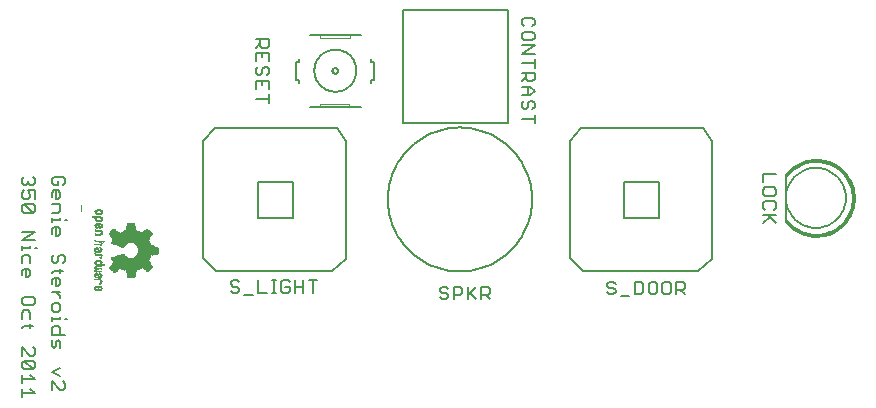
<source format=gto>
G75*
G70*
%OFA0B0*%
%FSLAX24Y24*%
%IPPOS*%
%LPD*%
%AMOC8*
5,1,8,0,0,1.08239X$1,22.5*
%
%ADD10C,0.0080*%
%ADD11C,0.0060*%
%ADD12C,0.0010*%
%ADD13C,0.0020*%
%ADD14C,0.0050*%
%ADD15C,0.0000*%
%ADD16R,0.0001X0.0012*%
%ADD17R,0.0001X0.0015*%
%ADD18R,0.0001X0.0018*%
%ADD19R,0.0001X0.0021*%
%ADD20R,0.0002X0.0026*%
%ADD21R,0.0001X0.0030*%
%ADD22R,0.0001X0.0036*%
%ADD23R,0.0001X0.0039*%
%ADD24R,0.0001X0.0041*%
%ADD25R,0.0001X0.0042*%
%ADD26R,0.0001X0.0044*%
%ADD27R,0.0001X0.0045*%
%ADD28R,0.0002X0.0045*%
%ADD29R,0.0001X0.0007*%
%ADD30R,0.0001X0.0001*%
%ADD31R,0.0001X0.0006*%
%ADD32R,0.0001X0.0004*%
%ADD33R,0.0001X0.0006*%
%ADD34R,0.0001X0.0002*%
%ADD35R,0.0001X0.0003*%
%ADD36R,0.0001X0.0005*%
%ADD37R,0.0001X0.0049*%
%ADD38R,0.0001X0.0046*%
%ADD39R,0.0001X0.0003*%
%ADD40R,0.0001X0.0048*%
%ADD41R,0.0002X0.0022*%
%ADD42R,0.0002X0.0019*%
%ADD43R,0.0002X0.0025*%
%ADD44R,0.0002X0.0006*%
%ADD45R,0.0002X0.0009*%
%ADD46R,0.0002X0.0055*%
%ADD47R,0.0002X0.0048*%
%ADD48R,0.0002X0.0054*%
%ADD49R,0.0002X0.0056*%
%ADD50R,0.0001X0.0032*%
%ADD51R,0.0001X0.0031*%
%ADD52R,0.0001X0.0010*%
%ADD53R,0.0001X0.0059*%
%ADD54R,0.0001X0.0060*%
%ADD55R,0.0001X0.0051*%
%ADD56R,0.0001X0.0051*%
%ADD57R,0.0001X0.0014*%
%ADD58R,0.0001X0.0038*%
%ADD59R,0.0001X0.0013*%
%ADD60R,0.0001X0.0063*%
%ADD61R,0.0001X0.0016*%
%ADD62R,0.0001X0.0066*%
%ADD63R,0.0001X0.0056*%
%ADD64R,0.0001X0.0063*%
%ADD65R,0.0001X0.0066*%
%ADD66R,0.0001X0.0011*%
%ADD67R,0.0001X0.0012*%
%ADD68R,0.0001X0.0018*%
%ADD69R,0.0001X0.0065*%
%ADD70R,0.0001X0.0019*%
%ADD71R,0.0001X0.0071*%
%ADD72R,0.0001X0.0068*%
%ADD73R,0.0001X0.0062*%
%ADD74R,0.0001X0.0061*%
%ADD75R,0.0001X0.0023*%
%ADD76R,0.0001X0.0079*%
%ADD77R,0.0001X0.0064*%
%ADD78R,0.0001X0.0021*%
%ADD79R,0.0001X0.0076*%
%ADD80R,0.0001X0.0074*%
%ADD81R,0.0001X0.0123*%
%ADD82R,0.0001X0.0072*%
%ADD83R,0.0001X0.0024*%
%ADD84R,0.0001X0.0026*%
%ADD85R,0.0001X0.0025*%
%ADD86R,0.0001X0.0075*%
%ADD87R,0.0001X0.0086*%
%ADD88R,0.0001X0.0027*%
%ADD89R,0.0001X0.0081*%
%ADD90R,0.0001X0.0126*%
%ADD91R,0.0001X0.0029*%
%ADD92R,0.0001X0.0028*%
%ADD93R,0.0001X0.0033*%
%ADD94R,0.0001X0.0090*%
%ADD95R,0.0001X0.0157*%
%ADD96R,0.0001X0.0078*%
%ADD97R,0.0001X0.0091*%
%ADD98R,0.0001X0.0085*%
%ADD99R,0.0001X0.0129*%
%ADD100R,0.0001X0.0033*%
%ADD101R,0.0001X0.0081*%
%ADD102R,0.0001X0.0034*%
%ADD103R,0.0001X0.0094*%
%ADD104R,0.0001X0.0160*%
%ADD105R,0.0001X0.0088*%
%ADD106R,0.0001X0.0131*%
%ADD107R,0.0001X0.0089*%
%ADD108R,0.0001X0.0035*%
%ADD109R,0.0001X0.0083*%
%ADD110R,0.0001X0.0098*%
%ADD111R,0.0001X0.0164*%
%ADD112R,0.0001X0.0092*%
%ADD113R,0.0001X0.0132*%
%ADD114R,0.0001X0.0037*%
%ADD115R,0.0001X0.0084*%
%ADD116R,0.0001X0.0036*%
%ADD117R,0.0001X0.0101*%
%ADD118R,0.0001X0.0166*%
%ADD119R,0.0001X0.0099*%
%ADD120R,0.0002X0.0096*%
%ADD121R,0.0002X0.0134*%
%ADD122R,0.0002X0.0041*%
%ADD123R,0.0002X0.0031*%
%ADD124R,0.0002X0.0030*%
%ADD125R,0.0002X0.0084*%
%ADD126R,0.0002X0.0036*%
%ADD127R,0.0002X0.0033*%
%ADD128R,0.0002X0.0104*%
%ADD129R,0.0002X0.0170*%
%ADD130R,0.0001X0.0102*%
%ADD131R,0.0001X0.0136*%
%ADD132R,0.0001X0.0108*%
%ADD133R,0.0001X0.0173*%
%ADD134R,0.0001X0.0106*%
%ADD135R,0.0001X0.0141*%
%ADD136R,0.0001X0.0087*%
%ADD137R,0.0001X0.0111*%
%ADD138R,0.0001X0.0176*%
%ADD139R,0.0001X0.0109*%
%ADD140R,0.0001X0.0112*%
%ADD141R,0.0001X0.0142*%
%ADD142R,0.0001X0.0114*%
%ADD143R,0.0001X0.0177*%
%ADD144R,0.0001X0.0115*%
%ADD145R,0.0001X0.0144*%
%ADD146R,0.0001X0.0048*%
%ADD147R,0.0001X0.0117*%
%ADD148R,0.0001X0.0179*%
%ADD149R,0.0001X0.0118*%
%ADD150R,0.0001X0.0146*%
%ADD151R,0.0001X0.0120*%
%ADD152R,0.0001X0.0180*%
%ADD153R,0.0001X0.0119*%
%ADD154R,0.0001X0.0122*%
%ADD155R,0.0001X0.0181*%
%ADD156R,0.0001X0.0125*%
%ADD157R,0.0001X0.0147*%
%ADD158R,0.0001X0.0121*%
%ADD159R,0.0001X0.0126*%
%ADD160R,0.0001X0.0149*%
%ADD161R,0.0001X0.0093*%
%ADD162R,0.0001X0.0129*%
%ADD163R,0.0001X0.0184*%
%ADD164R,0.0001X0.0151*%
%ADD165R,0.0001X0.0128*%
%ADD166R,0.0001X0.0093*%
%ADD167R,0.0001X0.0187*%
%ADD168R,0.0002X0.0132*%
%ADD169R,0.0002X0.0153*%
%ADD170R,0.0002X0.0131*%
%ADD171R,0.0002X0.0046*%
%ADD172R,0.0002X0.0048*%
%ADD173R,0.0002X0.0094*%
%ADD174R,0.0002X0.0034*%
%ADD175R,0.0002X0.0189*%
%ADD176R,0.0002X0.0091*%
%ADD177R,0.0001X0.0134*%
%ADD178R,0.0001X0.0154*%
%ADD179R,0.0001X0.0057*%
%ADD180R,0.0001X0.0027*%
%ADD181R,0.0001X0.0190*%
%ADD182R,0.0001X0.0054*%
%ADD183R,0.0001X0.0053*%
%ADD184R,0.0001X0.0054*%
%ADD185R,0.0001X0.0139*%
%ADD186R,0.0001X0.0156*%
%ADD187R,0.0001X0.0052*%
%ADD188R,0.0001X0.0043*%
%ADD189R,0.0001X0.0039*%
%ADD190R,0.0001X0.0040*%
%ADD191R,0.0001X0.0147*%
%ADD192R,0.0001X0.0159*%
%ADD193R,0.0001X0.0145*%
%ADD194R,0.0001X0.0042*%
%ADD195R,0.0001X0.0047*%
%ADD196R,0.0001X0.0150*%
%ADD197R,0.0001X0.0161*%
%ADD198R,0.0001X0.0162*%
%ADD199R,0.0002X0.0153*%
%ADD200R,0.0002X0.0164*%
%ADD201R,0.0002X0.0151*%
%ADD202R,0.0002X0.0042*%
%ADD203R,0.0002X0.0038*%
%ADD204R,0.0002X0.0040*%
%ADD205R,0.0001X0.0069*%
%ADD206R,0.0001X0.0067*%
%ADD207R,0.0001X0.0069*%
%ADD208R,0.0002X0.0054*%
%ADD209R,0.0002X0.0051*%
%ADD210R,0.0002X0.0052*%
%ADD211R,0.0002X0.0035*%
%ADD212R,0.0002X0.0036*%
%ADD213R,0.0002X0.0032*%
%ADD214R,0.0002X0.0037*%
%ADD215R,0.0002X0.0039*%
%ADD216R,0.0002X0.0059*%
%ADD217R,0.0002X0.0042*%
%ADD218R,0.0002X0.0060*%
%ADD219R,0.0002X0.0061*%
%ADD220R,0.0002X0.0012*%
%ADD221R,0.0001X0.0008*%
%ADD222R,0.0001X0.0070*%
%ADD223R,0.0001X0.0072*%
%ADD224R,0.0001X0.0078*%
%ADD225R,0.0001X0.0082*%
%ADD226R,0.0001X0.0024*%
%ADD227R,0.0002X0.0089*%
%ADD228R,0.0002X0.0018*%
%ADD229R,0.0002X0.0079*%
%ADD230R,0.0002X0.0076*%
%ADD231R,0.0001X0.0096*%
%ADD232R,0.0001X0.0097*%
%ADD233R,0.0001X0.0087*%
%ADD234R,0.0001X0.0105*%
%ADD235R,0.0001X0.0108*%
%ADD236R,0.0001X0.0110*%
%ADD237R,0.0001X0.0113*%
%ADD238R,0.0001X0.0116*%
%ADD239R,0.0001X0.0117*%
%ADD240R,0.0002X0.0124*%
%ADD241R,0.0002X0.0114*%
%ADD242R,0.0002X0.0112*%
%ADD243R,0.0002X0.0129*%
%ADD244R,0.0001X0.0127*%
%ADD245R,0.0001X0.0084*%
%ADD246R,0.0001X0.0103*%
%ADD247R,0.0001X0.0096*%
%ADD248R,0.0001X0.0153*%
%ADD249R,0.0002X0.0156*%
%ADD250R,0.0002X0.0080*%
%ADD251R,0.0002X0.0081*%
%ADD252R,0.0001X0.0165*%
%ADD253R,0.0001X0.0055*%
%ADD254R,0.0001X0.0100*%
%ADD255R,0.0001X0.0009*%
%ADD256R,0.0001X0.0022*%
%ADD257R,0.0002X0.0044*%
%ADD258R,0.0002X0.0029*%
%ADD259R,0.0002X0.0057*%
%ADD260R,0.0002X0.0033*%
%ADD261R,0.0002X0.0049*%
%ADD262R,0.0002X0.0039*%
%ADD263R,0.0002X0.0053*%
%ADD264R,0.0002X0.0043*%
%ADD265R,0.0001X0.0058*%
%ADD266R,0.0001X0.0124*%
%ADD267R,0.0001X0.0144*%
%ADD268R,0.0001X0.0152*%
%ADD269R,0.0001X0.0155*%
%ADD270R,0.0001X0.0123*%
%ADD271R,0.0001X0.0153*%
%ADD272R,0.0002X0.0150*%
%ADD273R,0.0002X0.0139*%
%ADD274R,0.0002X0.0119*%
%ADD275R,0.0002X0.0120*%
%ADD276R,0.0002X0.0141*%
%ADD277R,0.0002X0.0118*%
%ADD278R,0.0001X0.0138*%
%ADD279R,0.0001X0.0114*%
%ADD280R,0.0001X0.0133*%
%ADD281R,0.0001X0.0132*%
%ADD282R,0.0001X0.0130*%
%ADD283R,0.0001X0.0104*%
%ADD284R,0.0001X0.0099*%
%ADD285R,0.0001X0.0135*%
%ADD286R,0.0001X0.0095*%
%ADD287R,0.0002X0.0126*%
%ADD288R,0.0002X0.0128*%
%ADD289R,0.0002X0.0082*%
%ADD290R,0.0002X0.0121*%
%ADD291R,0.0002X0.0024*%
%ADD292R,0.0002X0.0024*%
%ADD293R,0.0002X0.0081*%
%ADD294R,0.0001X0.0020*%
%ADD295R,0.0001X0.0017*%
%ADD296R,0.0001X0.0057*%
%ADD297R,0.0002X0.0090*%
%ADD298R,0.0002X0.0006*%
%ADD299R,0.0001X0.0050*%
%ADD300R,0.0002X0.0075*%
%ADD301R,0.0002X0.0158*%
%ADD302R,0.0002X0.0109*%
%ADD303R,0.0001X0.0168*%
%ADD304R,0.0001X0.0171*%
%ADD305R,0.0001X0.0172*%
%ADD306R,0.0001X0.0175*%
%ADD307R,0.0001X0.0186*%
%ADD308R,0.0001X0.0191*%
%ADD309R,0.0001X0.0194*%
%ADD310R,0.0002X0.0196*%
%ADD311R,0.0002X0.0149*%
%ADD312R,0.0001X0.0199*%
%ADD313R,0.0001X0.0204*%
%ADD314R,0.0001X0.0207*%
%ADD315R,0.0001X0.0158*%
%ADD316R,0.0001X0.0211*%
%ADD317R,0.0001X0.0216*%
%ADD318R,0.0001X0.0219*%
%ADD319R,0.0001X0.0169*%
%ADD320R,0.0001X0.0222*%
%ADD321R,0.0001X0.0224*%
%ADD322R,0.0001X0.0228*%
%ADD323R,0.0002X0.0234*%
%ADD324R,0.0002X0.0183*%
%ADD325R,0.0001X0.0239*%
%ADD326R,0.0001X0.0189*%
%ADD327R,0.0001X0.0241*%
%ADD328R,0.0001X0.0192*%
%ADD329R,0.0001X0.0243*%
%ADD330R,0.0001X0.0246*%
%ADD331R,0.0001X0.0196*%
%ADD332R,0.0001X0.0250*%
%ADD333R,0.0001X0.0201*%
%ADD334R,0.0001X0.0254*%
%ADD335R,0.0001X0.0258*%
%ADD336R,0.0001X0.0209*%
%ADD337R,0.0001X0.0263*%
%ADD338R,0.0001X0.0213*%
%ADD339R,0.0001X0.0267*%
%ADD340R,0.0002X0.0270*%
%ADD341R,0.0002X0.0066*%
%ADD342R,0.0002X0.0219*%
%ADD343R,0.0001X0.0271*%
%ADD344R,0.0001X0.0220*%
%ADD345R,0.0001X0.0274*%
%ADD346R,0.0001X0.0223*%
%ADD347R,0.0001X0.0278*%
%ADD348R,0.0001X0.0282*%
%ADD349R,0.0001X0.0231*%
%ADD350R,0.0001X0.0288*%
%ADD351R,0.0001X0.0236*%
%ADD352R,0.0001X0.0289*%
%ADD353R,0.0001X0.0292*%
%ADD354R,0.0001X0.0297*%
%ADD355R,0.0001X0.0300*%
%ADD356R,0.0002X0.0305*%
%ADD357R,0.0002X0.0101*%
%ADD358R,0.0002X0.0078*%
%ADD359R,0.0002X0.0251*%
%ADD360R,0.0001X0.0309*%
%ADD361R,0.0001X0.0255*%
%ADD362R,0.0001X0.0314*%
%ADD363R,0.0001X0.0316*%
%ADD364R,0.0001X0.0262*%
%ADD365R,0.0001X0.0319*%
%ADD366R,0.0001X0.0266*%
%ADD367R,0.0001X0.0321*%
%ADD368R,0.0001X0.0324*%
%ADD369R,0.0001X0.0270*%
%ADD370R,0.0001X0.0329*%
%ADD371R,0.0001X0.0275*%
%ADD372R,0.0001X0.0333*%
%ADD373R,0.0001X0.0279*%
%ADD374R,0.0001X0.0336*%
%ADD375R,0.0001X0.0284*%
%ADD376R,0.0002X0.0339*%
%ADD377R,0.0002X0.0286*%
%ADD378R,0.0001X0.0342*%
%ADD379R,0.0001X0.0491*%
%ADD380R,0.0001X0.0492*%
%ADD381R,0.0001X0.0294*%
%ADD382R,0.0001X0.0495*%
%ADD383R,0.0001X0.0299*%
%ADD384R,0.0001X0.0496*%
%ADD385R,0.0001X0.0301*%
%ADD386R,0.0001X0.0498*%
%ADD387R,0.0001X0.0304*%
%ADD388R,0.0001X0.0501*%
%ADD389R,0.0001X0.0308*%
%ADD390R,0.0001X0.0311*%
%ADD391R,0.0001X0.0504*%
%ADD392R,0.0002X0.0504*%
%ADD393R,0.0002X0.0318*%
%ADD394R,0.0001X0.0507*%
%ADD395R,0.0001X0.0323*%
%ADD396R,0.0001X0.0326*%
%ADD397R,0.0001X0.0508*%
%ADD398R,0.0001X0.0330*%
%ADD399R,0.0001X0.0510*%
%ADD400R,0.0001X0.0494*%
%ADD401R,0.0001X0.0512*%
%ADD402R,0.0001X0.0500*%
%ADD403R,0.0001X0.0513*%
%ADD404R,0.0001X0.0501*%
%ADD405R,0.0002X0.0513*%
%ADD406R,0.0002X0.0501*%
%ADD407R,0.0001X0.0503*%
%ADD408R,0.0001X0.0504*%
%ADD409R,0.0001X0.0506*%
%ADD410R,0.0001X0.0513*%
%ADD411R,0.0001X0.0509*%
%ADD412R,0.0001X0.0511*%
%ADD413R,0.0001X0.0514*%
%ADD414R,0.0001X0.0516*%
%ADD415R,0.0002X0.0513*%
%ADD416R,0.0002X0.0519*%
%ADD417R,0.0001X0.0519*%
%ADD418R,0.0001X0.0520*%
%ADD419R,0.0001X0.0522*%
%ADD420R,0.0001X0.0507*%
%ADD421R,0.0002X0.0509*%
%ADD422R,0.0002X0.0520*%
%ADD423R,0.0001X0.0522*%
%ADD424R,0.0001X0.0505*%
%ADD425R,0.0001X0.0502*%
%ADD426R,0.0001X0.0521*%
%ADD427R,0.0002X0.0503*%
%ADD428R,0.0002X0.0519*%
%ADD429R,0.0001X0.0519*%
%ADD430R,0.0001X0.0499*%
%ADD431R,0.0001X0.0517*%
%ADD432R,0.0002X0.0495*%
%ADD433R,0.0002X0.0514*%
%ADD434R,0.0001X0.0515*%
%ADD435R,0.0001X0.0492*%
%ADD436R,0.0001X0.0490*%
%ADD437R,0.0002X0.0490*%
%ADD438R,0.0002X0.0511*%
%ADD439R,0.0001X0.0489*%
%ADD440R,0.0001X0.0489*%
%ADD441R,0.0001X0.0488*%
%ADD442R,0.0001X0.0485*%
%ADD443R,0.0001X0.0483*%
%ADD444R,0.0002X0.0483*%
%ADD445R,0.0002X0.0507*%
%ADD446R,0.0001X0.0483*%
%ADD447R,0.0001X0.0481*%
%ADD448R,0.0001X0.0480*%
%ADD449R,0.0002X0.0480*%
%ADD450R,0.0002X0.0501*%
%ADD451R,0.0001X0.0479*%
%ADD452R,0.0001X0.0477*%
%ADD453R,0.0001X0.0477*%
%ADD454R,0.0001X0.0475*%
%ADD455R,0.0001X0.0474*%
%ADD456R,0.0001X0.0472*%
%ADD457R,0.0002X0.0472*%
%ADD458R,0.0002X0.0498*%
%ADD459R,0.0001X0.0471*%
%ADD460R,0.0001X0.0473*%
%ADD461R,0.0001X0.0471*%
%ADD462R,0.0001X0.0470*%
%ADD463R,0.0001X0.0468*%
%ADD464R,0.0001X0.0469*%
%ADD465R,0.0002X0.0468*%
%ADD466R,0.0002X0.0491*%
%ADD467R,0.0001X0.0466*%
%ADD468R,0.0001X0.0465*%
%ADD469R,0.0001X0.0464*%
%ADD470R,0.0001X0.0462*%
%ADD471R,0.0002X0.0462*%
%ADD472R,0.0002X0.0489*%
%ADD473R,0.0001X0.0461*%
%ADD474R,0.0001X0.0460*%
%ADD475R,0.0001X0.0459*%
%ADD476R,0.0001X0.0484*%
%ADD477R,0.0001X0.0457*%
%ADD478R,0.0001X0.0459*%
%ADD479R,0.0002X0.0458*%
%ADD480R,0.0002X0.0484*%
%ADD481R,0.0001X0.0456*%
%ADD482R,0.0001X0.0455*%
%ADD483R,0.0001X0.0453*%
%ADD484R,0.0001X0.0451*%
%ADD485R,0.0001X0.0453*%
%ADD486R,0.0001X0.0450*%
%ADD487R,0.0002X0.0451*%
%ADD488R,0.0001X0.0478*%
%ADD489R,0.0001X0.0449*%
%ADD490R,0.0001X0.0476*%
%ADD491R,0.0001X0.0447*%
%ADD492R,0.0001X0.0474*%
%ADD493R,0.0002X0.0449*%
%ADD494R,0.0002X0.0476*%
%ADD495R,0.0001X0.0454*%
%ADD496R,0.0002X0.0469*%
%ADD497R,0.0001X0.0468*%
%ADD498R,0.0001X0.0467*%
%ADD499R,0.0002X0.0473*%
%ADD500R,0.0002X0.0468*%
%ADD501R,0.0002X0.0486*%
%ADD502R,0.0002X0.0474*%
%ADD503R,0.0001X0.0487*%
%ADD504R,0.0001X0.0497*%
%ADD505R,0.0001X0.0486*%
%ADD506R,0.0002X0.0500*%
%ADD507R,0.0002X0.0487*%
%ADD508R,0.0001X0.0498*%
%ADD509R,0.0002X0.0524*%
%ADD510R,0.0001X0.0524*%
%ADD511R,0.0001X0.0525*%
%ADD512R,0.0001X0.0528*%
%ADD513R,0.0001X0.0529*%
%ADD514R,0.0001X0.0533*%
%ADD515R,0.0001X0.0534*%
%ADD516R,0.0001X0.0523*%
%ADD517R,0.0001X0.0536*%
%ADD518R,0.0002X0.0537*%
%ADD519R,0.0002X0.0527*%
%ADD520R,0.0001X0.0537*%
%ADD521R,0.0001X0.0528*%
%ADD522R,0.0001X0.0539*%
%ADD523R,0.0001X0.0530*%
%ADD524R,0.0001X0.0540*%
%ADD525R,0.0001X0.0541*%
%ADD526R,0.0001X0.0531*%
%ADD527R,0.0001X0.0543*%
%ADD528R,0.0001X0.0544*%
%ADD529R,0.0002X0.0546*%
%ADD530R,0.0002X0.0536*%
%ADD531R,0.0001X0.0547*%
%ADD532R,0.0001X0.0551*%
%ADD533R,0.0001X0.0552*%
%ADD534R,0.0001X0.0554*%
%ADD535R,0.0001X0.0555*%
%ADD536R,0.0002X0.0555*%
%ADD537R,0.0002X0.0547*%
%ADD538R,0.0001X0.0549*%
%ADD539R,0.0001X0.0548*%
%ADD540R,0.0001X0.0538*%
%ADD541R,0.0001X0.0537*%
%ADD542R,0.0002X0.0533*%
%ADD543R,0.0001X0.0531*%
%ADD544R,0.0001X0.0526*%
%ADD545R,0.0001X0.0518*%
%ADD546R,0.0002X0.0498*%
%ADD547R,0.0002X0.0496*%
%ADD548R,0.0001X0.0486*%
%ADD549R,0.0002X0.0485*%
%ADD550R,0.0001X0.0482*%
%ADD551R,0.0002X0.0477*%
%ADD552R,0.0002X0.0530*%
%ADD553R,0.0002X0.0464*%
%ADD554R,0.0001X0.0561*%
%ADD555R,0.0001X0.0570*%
%ADD556R,0.0001X0.0576*%
%ADD557R,0.0001X0.0581*%
%ADD558R,0.0001X0.0585*%
%ADD559R,0.0001X0.0589*%
%ADD560R,0.0002X0.0600*%
%ADD561R,0.0001X0.0614*%
%ADD562R,0.0001X0.0623*%
%ADD563R,0.0001X0.0630*%
%ADD564R,0.0001X0.0633*%
%ADD565R,0.0001X0.0638*%
%ADD566R,0.0001X0.0645*%
%ADD567R,0.0001X0.0657*%
%ADD568R,0.0001X0.0556*%
%ADD569R,0.0001X0.0669*%
%ADD570R,0.0001X0.0674*%
%ADD571R,0.0001X0.0579*%
%ADD572R,0.0002X0.0676*%
%ADD573R,0.0002X0.0585*%
%ADD574R,0.0001X0.0678*%
%ADD575R,0.0001X0.0590*%
%ADD576R,0.0001X0.0679*%
%ADD577R,0.0001X0.0596*%
%ADD578R,0.0001X0.0681*%
%ADD579R,0.0001X0.0606*%
%ADD580R,0.0001X0.0620*%
%ADD581R,0.0001X0.0682*%
%ADD582R,0.0001X0.0633*%
%ADD583R,0.0001X0.0684*%
%ADD584R,0.0001X0.0639*%
%ADD585R,0.0001X0.0649*%
%ADD586R,0.0001X0.0684*%
%ADD587R,0.0001X0.0655*%
%ADD588R,0.0002X0.0683*%
%ADD589R,0.0002X0.0664*%
%ADD590R,0.0001X0.0683*%
%ADD591R,0.0001X0.0670*%
%ADD592R,0.0001X0.0671*%
%ADD593R,0.0001X0.0681*%
%ADD594R,0.0001X0.0672*%
%ADD595R,0.0001X0.0680*%
%ADD596R,0.0001X0.0675*%
%ADD597R,0.0001X0.0676*%
%ADD598R,0.0002X0.0680*%
%ADD599R,0.0002X0.0678*%
%ADD600R,0.0001X0.0678*%
%ADD601R,0.0002X0.0675*%
%ADD602R,0.0002X0.0672*%
%ADD603R,0.0001X0.0672*%
%ADD604R,0.0002X0.0671*%
%ADD605R,0.0002X0.0670*%
%ADD606R,0.0001X0.0669*%
%ADD607R,0.0001X0.0667*%
%ADD608R,0.0002X0.0669*%
%ADD609R,0.0002X0.0667*%
%ADD610R,0.0001X0.0668*%
%ADD611R,0.0001X0.0666*%
%ADD612R,0.0002X0.0668*%
%ADD613R,0.0002X0.0666*%
%ADD614R,0.0001X0.0666*%
%ADD615R,0.0001X0.0664*%
%ADD616R,0.0001X0.0663*%
%ADD617R,0.0002X0.0666*%
%ADD618R,0.0002X0.0663*%
%ADD619R,0.0001X0.0665*%
%ADD620R,0.0002X0.0674*%
%ADD621R,0.0001X0.0677*%
%ADD622R,0.0002X0.0678*%
%ADD623R,0.0002X0.0682*%
%ADD624R,0.0001X0.0686*%
%ADD625R,0.0002X0.0686*%
%ADD626R,0.0001X0.0687*%
%ADD627R,0.0001X0.0689*%
%ADD628R,0.0001X0.0653*%
%ADD629R,0.0001X0.0641*%
%ADD630R,0.0001X0.0626*%
%ADD631R,0.0001X0.0616*%
%ADD632R,0.0001X0.0687*%
%ADD633R,0.0001X0.0612*%
%ADD634R,0.0001X0.0688*%
%ADD635R,0.0001X0.0606*%
%ADD636R,0.0001X0.0601*%
%ADD637R,0.0002X0.0591*%
%ADD638R,0.0001X0.0567*%
%ADD639R,0.0001X0.0560*%
%ADD640R,0.0001X0.0659*%
%ADD641R,0.0001X0.0516*%
%ADD642R,0.0001X0.0639*%
%ADD643R,0.0002X0.0502*%
%ADD644R,0.0002X0.0633*%
%ADD645R,0.0001X0.0608*%
%ADD646R,0.0001X0.0582*%
%ADD647R,0.0001X0.0577*%
%ADD648R,0.0002X0.0569*%
%ADD649R,0.0001X0.0546*%
%ADD650R,0.0002X0.0486*%
%ADD651R,0.0001X0.0493*%
%ADD652R,0.0002X0.0516*%
%ADD653R,0.0001X0.0532*%
%ADD654R,0.0002X0.0534*%
%ADD655R,0.0002X0.0535*%
%ADD656R,0.0001X0.0543*%
%ADD657R,0.0001X0.0553*%
%ADD658R,0.0001X0.0559*%
%ADD659R,0.0001X0.0564*%
%ADD660R,0.0001X0.0564*%
%ADD661R,0.0001X0.0567*%
%ADD662R,0.0001X0.0569*%
%ADD663R,0.0002X0.0570*%
%ADD664R,0.0002X0.0571*%
%ADD665R,0.0001X0.0571*%
%ADD666R,0.0001X0.0573*%
%ADD667R,0.0001X0.0574*%
%ADD668R,0.0001X0.0576*%
%ADD669R,0.0001X0.0600*%
%ADD670R,0.0001X0.0611*%
%ADD671R,0.0001X0.0618*%
%ADD672R,0.0001X0.0621*%
%ADD673R,0.0001X0.1269*%
%ADD674R,0.0001X0.1267*%
%ADD675R,0.0001X0.1266*%
%ADD676R,0.0002X0.1266*%
%ADD677R,0.0001X0.1264*%
%ADD678R,0.0001X0.1261*%
%ADD679R,0.0001X0.1260*%
%ADD680R,0.0001X0.1259*%
%ADD681R,0.0001X0.1256*%
%ADD682R,0.0001X0.1254*%
%ADD683R,0.0001X0.1253*%
%ADD684R,0.0001X0.1251*%
%ADD685R,0.0002X0.1251*%
%ADD686R,0.0001X0.1248*%
%ADD687R,0.0001X0.1245*%
%ADD688R,0.0001X0.1244*%
%ADD689R,0.0001X0.1242*%
%ADD690R,0.0001X0.1239*%
%ADD691R,0.0001X0.1237*%
%ADD692R,0.0002X0.1236*%
%ADD693R,0.0001X0.1233*%
%ADD694R,0.0001X0.1230*%
%ADD695R,0.0001X0.1229*%
%ADD696R,0.0001X0.1227*%
%ADD697R,0.0001X0.1226*%
%ADD698R,0.0001X0.1224*%
%ADD699R,0.0002X0.1223*%
%ADD700R,0.0001X0.1219*%
%ADD701R,0.0001X0.1216*%
%ADD702R,0.0001X0.1215*%
%ADD703R,0.0001X0.1214*%
%ADD704R,0.0001X0.1212*%
%ADD705R,0.0001X0.1209*%
%ADD706R,0.0002X0.1207*%
%ADD707R,0.0001X0.1206*%
%ADD708R,0.0001X0.1204*%
%ADD709R,0.0001X0.1201*%
%ADD710R,0.0001X0.1200*%
%ADD711R,0.0001X0.1199*%
%ADD712R,0.0001X0.1196*%
%ADD713R,0.0001X0.1194*%
%ADD714R,0.0001X0.1193*%
%ADD715R,0.0001X0.1191*%
%ADD716R,0.0002X0.1191*%
%ADD717R,0.0001X0.1188*%
%ADD718R,0.0001X0.1185*%
%ADD719R,0.0001X0.1184*%
%ADD720R,0.0001X0.1181*%
%ADD721R,0.0001X0.1177*%
%ADD722R,0.0001X0.1176*%
%ADD723R,0.0001X0.1174*%
%ADD724R,0.0001X0.1173*%
%ADD725R,0.0002X0.1170*%
%ADD726R,0.0001X0.1170*%
%ADD727R,0.0001X0.1169*%
%ADD728R,0.0001X0.1166*%
%ADD729R,0.0001X0.1164*%
%ADD730R,0.0001X0.1163*%
%ADD731R,0.0002X0.1163*%
%ADD732R,0.0001X0.1167*%
%ADD733R,0.0001X0.1171*%
%ADD734R,0.0001X0.1179*%
%ADD735R,0.0001X0.1182*%
%ADD736R,0.0002X0.1182*%
%ADD737R,0.0001X0.1188*%
%ADD738R,0.0001X0.1190*%
%ADD739R,0.0001X0.1197*%
%ADD740R,0.0002X0.1204*%
%ADD741R,0.0001X0.1207*%
%ADD742R,0.0001X0.1210*%
%ADD743R,0.0001X0.1213*%
%ADD744R,0.0001X0.1217*%
%ADD745R,0.0001X0.1218*%
%ADD746R,0.0001X0.1220*%
%ADD747R,0.0001X0.1221*%
%ADD748R,0.0001X0.1223*%
%ADD749R,0.0002X0.1226*%
%ADD750R,0.0001X0.1236*%
%ADD751R,0.0001X0.1239*%
%ADD752R,0.0001X0.1240*%
%ADD753R,0.0001X0.1243*%
%ADD754R,0.0002X0.1248*%
%ADD755R,0.0001X0.1248*%
%ADD756R,0.0001X0.1251*%
%ADD757R,0.0001X0.1257*%
%ADD758R,0.0001X0.1263*%
%ADD759R,0.0002X0.1267*%
%ADD760R,0.0001X0.1270*%
%ADD761R,0.0001X0.1274*%
%ADD762R,0.0001X0.1275*%
%ADD763R,0.0001X0.1278*%
%ADD764R,0.0001X0.1280*%
%ADD765R,0.0001X0.1281*%
%ADD766R,0.0001X0.1284*%
%ADD767R,0.0001X0.1286*%
%ADD768R,0.0001X0.1289*%
%ADD769R,0.0002X0.1290*%
%ADD770R,0.0001X0.1291*%
%ADD771R,0.0001X0.1294*%
%ADD772R,0.0001X0.1296*%
%ADD773R,0.0001X0.1299*%
%ADD774R,0.0001X0.1300*%
%ADD775R,0.0001X0.1302*%
%ADD776R,0.0001X0.1304*%
%ADD777R,0.0001X0.1306*%
%ADD778R,0.0001X0.1308*%
%ADD779R,0.0002X0.1311*%
%ADD780R,0.0001X0.1313*%
%ADD781R,0.0001X0.1316*%
%ADD782R,0.0001X0.1317*%
%ADD783R,0.0001X0.1320*%
%ADD784R,0.0001X0.1323*%
%ADD785R,0.0001X0.1326*%
%ADD786R,0.0001X0.1329*%
%ADD787R,0.0002X0.1332*%
%ADD788R,0.0001X0.1335*%
%ADD789R,0.0001X0.1336*%
%ADD790R,0.0001X0.1340*%
%ADD791R,0.0001X0.1343*%
%ADD792R,0.0001X0.1346*%
%ADD793R,0.0001X0.1347*%
%ADD794R,0.0001X0.1350*%
%ADD795R,0.0002X0.1353*%
%ADD796R,0.0001X0.1356*%
%ADD797R,0.0001X0.1357*%
%ADD798R,0.0001X0.1360*%
%ADD799R,0.0001X0.1364*%
%ADD800R,0.0001X0.1365*%
%ADD801R,0.0001X0.1368*%
%ADD802R,0.0001X0.1369*%
%ADD803R,0.0001X0.1373*%
%ADD804R,0.0002X0.1374*%
%ADD805R,0.0001X0.1377*%
%ADD806R,0.0001X0.1379*%
%ADD807R,0.0001X0.1380*%
%ADD808R,0.0001X0.1383*%
%ADD809R,0.0001X0.1386*%
%ADD810R,0.0001X0.1387*%
%ADD811R,0.0001X0.1391*%
%ADD812R,0.0001X0.1394*%
%ADD813R,0.0002X0.1395*%
%ADD814R,0.0001X0.1398*%
%ADD815R,0.0001X0.1401*%
%ADD816R,0.0001X0.1403*%
%ADD817R,0.0001X0.1406*%
%ADD818R,0.0001X0.1407*%
%ADD819R,0.0001X0.1409*%
%ADD820R,0.0001X0.1411*%
%ADD821R,0.0001X0.1414*%
%ADD822R,0.0002X0.1416*%
%ADD823R,0.0001X0.1419*%
%ADD824R,0.0001X0.1421*%
%ADD825R,0.0001X0.1422*%
%ADD826R,0.0001X0.1424*%
%ADD827R,0.0001X0.1426*%
%ADD828R,0.0001X0.1428*%
%ADD829R,0.0002X0.1429*%
%ADD830R,0.0001X0.1429*%
%ADD831R,0.0001X0.1425*%
%ADD832R,0.0002X0.1421*%
%ADD833R,0.0001X0.1418*%
%ADD834R,0.0001X0.1416*%
%ADD835R,0.0001X0.1413*%
%ADD836R,0.0001X0.1410*%
%ADD837R,0.0001X0.1404*%
%ADD838R,0.0001X0.1401*%
%ADD839R,0.0001X0.0346*%
%ADD840R,0.0001X0.1044*%
%ADD841R,0.0002X0.0342*%
%ADD842R,0.0002X0.1040*%
%ADD843R,0.0001X0.0337*%
%ADD844R,0.0001X0.1034*%
%ADD845R,0.0001X0.0357*%
%ADD846R,0.0001X0.0660*%
%ADD847R,0.0001X0.0353*%
%ADD848R,0.0001X0.0327*%
%ADD849R,0.0001X0.0349*%
%ADD850R,0.0001X0.0321*%
%ADD851R,0.0001X0.0648*%
%ADD852R,0.0001X0.0344*%
%ADD853R,0.0001X0.0317*%
%ADD854R,0.0001X0.0339*%
%ADD855R,0.0001X0.0312*%
%ADD856R,0.0001X0.0631*%
%ADD857R,0.0001X0.0334*%
%ADD858R,0.0001X0.0309*%
%ADD859R,0.0002X0.0307*%
%ADD860R,0.0002X0.0623*%
%ADD861R,0.0002X0.0327*%
%ADD862R,0.0001X0.0618*%
%ADD863R,0.0001X0.0297*%
%ADD864R,0.0001X0.0607*%
%ADD865R,0.0001X0.0320*%
%ADD866R,0.0001X0.0293*%
%ADD867R,0.0001X0.0599*%
%ADD868R,0.0001X0.0313*%
%ADD869R,0.0001X0.0285*%
%ADD870R,0.0001X0.0584*%
%ADD871R,0.0001X0.0303*%
%ADD872R,0.0001X0.0281*%
%ADD873R,0.0002X0.0273*%
%ADD874R,0.0002X0.0563*%
%ADD875R,0.0002X0.0293*%
%ADD876R,0.0001X0.0264*%
%ADD877R,0.0001X0.0259*%
%ADD878R,0.0001X0.0256*%
%ADD879R,0.0001X0.0276*%
%ADD880R,0.0001X0.0252*%
%ADD881R,0.0001X0.0273*%
%ADD882R,0.0001X0.0248*%
%ADD883R,0.0001X0.0269*%
%ADD884R,0.0001X0.0245*%
%ADD885R,0.0001X0.0240*%
%ADD886R,0.0002X0.0237*%
%ADD887R,0.0002X0.0256*%
%ADD888R,0.0001X0.0234*%
%ADD889R,0.0001X0.0232*%
%ADD890R,0.0001X0.0251*%
%ADD891R,0.0001X0.0228*%
%ADD892R,0.0001X0.0246*%
%ADD893R,0.0001X0.0456*%
%ADD894R,0.0001X0.0219*%
%ADD895R,0.0001X0.0444*%
%ADD896R,0.0001X0.0237*%
%ADD897R,0.0001X0.0214*%
%ADD898R,0.0001X0.0436*%
%ADD899R,0.0001X0.0432*%
%ADD900R,0.0001X0.0231*%
%ADD901R,0.0001X0.0210*%
%ADD902R,0.0001X0.0426*%
%ADD903R,0.0001X0.0420*%
%ADD904R,0.0001X0.0226*%
%ADD905R,0.0002X0.0204*%
%ADD906R,0.0002X0.0409*%
%ADD907R,0.0002X0.0222*%
%ADD908R,0.0001X0.0391*%
%ADD909R,0.0001X0.0217*%
%ADD910R,0.0001X0.0376*%
%ADD911R,0.0001X0.0368*%
%ADD912R,0.0001X0.0189*%
%ADD913R,0.0001X0.0361*%
%ADD914R,0.0001X0.0206*%
%ADD915R,0.0001X0.0186*%
%ADD916R,0.0001X0.0356*%
%ADD917R,0.0001X0.0345*%
%ADD918R,0.0001X0.0331*%
%ADD919R,0.0001X0.0168*%
%ADD920R,0.0002X0.0165*%
%ADD921R,0.0001X0.0162*%
%ADD922R,0.0001X0.0324*%
%ADD923R,0.0001X0.0174*%
%ADD924R,0.0001X0.0167*%
%ADD925R,0.0001X0.0163*%
%ADD926R,0.0001X0.0141*%
%ADD927R,0.0001X0.0140*%
%ADD928R,0.0001X0.0137*%
%ADD929R,0.0002X0.0129*%
%ADD930R,0.0002X0.0321*%
%ADD931R,0.0002X0.0146*%
%ADD932R,0.0001X0.0111*%
%ADD933R,0.0001X0.0318*%
%ADD934R,0.0001X0.0315*%
%ADD935R,0.0002X0.0315*%
%ADD936R,0.0002X0.0105*%
%ADD937R,0.0002X0.0311*%
%ADD938R,0.0002X0.0066*%
%ADD939R,0.0001X0.0307*%
%ADD940R,0.0001X0.0306*%
%ADD941R,0.0002X0.0300*%
%ADD942R,0.0001X0.0296*%
%ADD943R,0.0002X0.0294*%
%ADD944R,0.0001X0.0294*%
%ADD945R,0.0001X0.0291*%
%ADD946R,0.0002X0.0291*%
%ADD947R,0.0001X0.0286*%
%ADD948R,0.0002X0.0281*%
%ADD949R,0.0001X0.0277*%
%ADD950R,0.0001X0.0276*%
%ADD951R,0.0002X0.0266*%
%ADD952R,0.0001X0.0264*%
%ADD953R,0.0001X0.0261*%
%ADD954R,0.0002X0.0259*%
%ADD955R,0.0002X0.0254*%
%ADD956R,0.0002X0.0248*%
%ADD957R,0.0002X0.0218*%
D10*
X002546Y019770D02*
X002546Y020050D01*
X002546Y019910D02*
X002966Y019910D01*
X002826Y020050D01*
X002546Y020230D02*
X002546Y020510D01*
X002546Y020370D02*
X002966Y020370D01*
X002826Y020510D01*
X002896Y020691D02*
X002616Y020971D01*
X002546Y020901D01*
X002546Y020761D01*
X002616Y020691D01*
X002896Y020691D01*
X002966Y020761D01*
X002966Y020901D01*
X002896Y020971D01*
X002616Y020971D01*
X002546Y021151D02*
X002546Y021431D01*
X002826Y021151D01*
X002896Y021151D01*
X002966Y021221D01*
X002966Y021361D01*
X002896Y021431D01*
X002826Y022058D02*
X002826Y022198D01*
X002896Y022128D02*
X002616Y022128D01*
X002546Y022058D01*
X002546Y022378D02*
X002546Y022589D01*
X002616Y022659D01*
X002756Y022659D01*
X002826Y022589D01*
X002826Y022378D01*
X003546Y022369D02*
X003826Y022369D01*
X003826Y022439D01*
X003966Y022369D02*
X004036Y022369D01*
X003756Y022132D02*
X003826Y022062D01*
X003826Y021852D01*
X003966Y021852D02*
X003546Y021852D01*
X003546Y022062D01*
X003616Y022132D01*
X003756Y022132D01*
X003546Y022299D02*
X003546Y022439D01*
X003616Y022619D02*
X003756Y022619D01*
X003826Y022689D01*
X003826Y022829D01*
X003756Y022899D01*
X003616Y022899D01*
X003546Y022829D01*
X003546Y022689D01*
X003616Y022619D01*
X003826Y023073D02*
X003826Y023143D01*
X003686Y023283D01*
X003546Y023283D02*
X003826Y023283D01*
X003756Y023463D02*
X003686Y023463D01*
X003686Y023743D01*
X003756Y023743D02*
X003826Y023673D01*
X003826Y023533D01*
X003756Y023463D01*
X003546Y023533D02*
X003546Y023673D01*
X003616Y023743D01*
X003756Y023743D01*
X003826Y023910D02*
X003826Y024050D01*
X003896Y023980D02*
X003616Y023980D01*
X003546Y023910D01*
X003616Y024230D02*
X003546Y024300D01*
X003546Y024440D01*
X003616Y024510D01*
X003756Y024440D02*
X003756Y024300D01*
X003686Y024230D01*
X003616Y024230D01*
X003756Y024440D02*
X003826Y024510D01*
X003896Y024510D01*
X003966Y024440D01*
X003966Y024300D01*
X003896Y024230D01*
X003036Y024747D02*
X002966Y024747D01*
X002826Y024747D02*
X002546Y024747D01*
X002546Y024817D02*
X002546Y024677D01*
X002616Y024510D02*
X002546Y024440D01*
X002546Y024230D01*
X002616Y024050D02*
X002756Y024050D01*
X002826Y023980D01*
X002826Y023840D01*
X002756Y023770D01*
X002686Y023770D01*
X002686Y024050D01*
X002616Y024050D02*
X002546Y023980D01*
X002546Y023840D01*
X002826Y024230D02*
X002826Y024440D01*
X002756Y024510D01*
X002616Y024510D01*
X002826Y024747D02*
X002826Y024817D01*
X002966Y024997D02*
X002546Y024997D01*
X002966Y025278D01*
X002546Y025278D01*
X002616Y025918D02*
X002546Y025988D01*
X002546Y026128D01*
X002616Y026198D01*
X002896Y025918D01*
X002616Y025918D01*
X002896Y025918D02*
X002966Y025988D01*
X002966Y026128D01*
X002896Y026198D01*
X002616Y026198D01*
X002616Y026378D02*
X002546Y026449D01*
X002546Y026589D01*
X002616Y026659D01*
X002756Y026659D02*
X002826Y026519D01*
X002826Y026449D01*
X002756Y026378D01*
X002616Y026378D01*
X002756Y026659D02*
X002966Y026659D01*
X002966Y026378D01*
X003546Y026449D02*
X003546Y026589D01*
X003616Y026659D01*
X003756Y026659D01*
X003826Y026589D01*
X003826Y026449D01*
X003756Y026378D01*
X003686Y026378D01*
X003686Y026659D01*
X003616Y026839D02*
X003756Y026839D01*
X003756Y026979D01*
X003896Y027119D02*
X003966Y027049D01*
X003966Y026909D01*
X003896Y026839D01*
X003896Y027119D02*
X003616Y027119D01*
X003546Y027049D01*
X003546Y026909D01*
X003616Y026839D01*
X002966Y026909D02*
X002896Y026839D01*
X002826Y026839D01*
X002756Y026909D01*
X002686Y026839D01*
X002616Y026839D01*
X002546Y026909D01*
X002546Y027049D01*
X002616Y027119D01*
X002756Y026979D02*
X002756Y026909D01*
X002966Y026909D02*
X002966Y027049D01*
X002896Y027119D01*
X003546Y026198D02*
X003826Y026198D01*
X003826Y025988D01*
X003756Y025918D01*
X003546Y025918D01*
X003546Y025738D02*
X003546Y025598D01*
X003546Y025668D02*
X003826Y025668D01*
X003826Y025738D01*
X003966Y025668D02*
X004036Y025668D01*
X003756Y025431D02*
X003826Y025361D01*
X003826Y025221D01*
X003756Y025151D01*
X003686Y025151D01*
X003686Y025431D01*
X003616Y025431D02*
X003756Y025431D01*
X003616Y025431D02*
X003546Y025361D01*
X003546Y025221D01*
X002896Y023119D02*
X002616Y023119D01*
X002546Y023049D01*
X002546Y022909D01*
X002616Y022839D01*
X002896Y022839D01*
X002966Y022909D01*
X002966Y023049D01*
X002896Y023119D01*
X003546Y021672D02*
X003546Y021461D01*
X003616Y021391D01*
X003686Y021461D01*
X003686Y021602D01*
X003756Y021672D01*
X003826Y021602D01*
X003826Y021391D01*
X003826Y020751D02*
X003546Y020611D01*
X003826Y020471D01*
X003896Y020291D02*
X003966Y020220D01*
X003966Y020080D01*
X003896Y020010D01*
X003826Y020010D01*
X003546Y020291D01*
X003546Y020010D01*
X008589Y024411D02*
X009025Y023975D01*
X009727Y023975D01*
X012214Y023975D01*
X012876Y023975D01*
X013351Y024372D01*
X013351Y025169D01*
X013351Y027536D01*
X013351Y027543D02*
X013351Y028301D01*
X013033Y028737D01*
X012214Y028737D01*
X009727Y028737D01*
X008986Y028737D01*
X008589Y028301D01*
X008589Y027543D01*
X008589Y027548D02*
X008589Y025169D01*
X008589Y024411D01*
X009499Y023595D02*
X009499Y023525D01*
X009569Y023455D01*
X009709Y023455D01*
X009779Y023385D01*
X009779Y023315D01*
X009709Y023245D01*
X009569Y023245D01*
X009499Y023315D01*
X009499Y023595D02*
X009569Y023665D01*
X009709Y023665D01*
X009779Y023595D01*
X009959Y023175D02*
X010239Y023175D01*
X010420Y023245D02*
X010700Y023245D01*
X010880Y023245D02*
X011020Y023245D01*
X010950Y023245D02*
X010950Y023665D01*
X010880Y023665D02*
X011020Y023665D01*
X011187Y023595D02*
X011187Y023315D01*
X011257Y023245D01*
X011397Y023245D01*
X011467Y023315D01*
X011467Y023455D01*
X011327Y023455D01*
X011467Y023595D02*
X011397Y023665D01*
X011257Y023665D01*
X011187Y023595D01*
X011647Y023665D02*
X011647Y023245D01*
X011647Y023455D02*
X011927Y023455D01*
X011927Y023665D02*
X011927Y023245D01*
X012248Y023245D02*
X012248Y023665D01*
X012388Y023665D02*
X012107Y023665D01*
X010420Y023665D02*
X010420Y023245D01*
X010396Y025745D02*
X011584Y025745D01*
X011581Y025781D02*
X011581Y026891D01*
X011584Y026926D02*
X010396Y026926D01*
X010400Y026891D02*
X010400Y025781D01*
X010768Y029577D02*
X010768Y029857D01*
X010768Y029717D02*
X010348Y029717D01*
X010348Y030037D02*
X010348Y030317D01*
X010768Y030317D01*
X010768Y030037D01*
X010558Y030177D02*
X010558Y030317D01*
X010488Y030497D02*
X010418Y030497D01*
X010348Y030567D01*
X010348Y030707D01*
X010418Y030777D01*
X010558Y030707D02*
X010558Y030567D01*
X010488Y030497D01*
X010698Y030497D02*
X010768Y030567D01*
X010768Y030707D01*
X010698Y030777D01*
X010628Y030777D01*
X010558Y030707D01*
X010768Y030958D02*
X010768Y031238D01*
X010348Y031238D01*
X010348Y030958D01*
X010558Y031098D02*
X010558Y031238D01*
X010558Y031418D02*
X010488Y031488D01*
X010488Y031698D01*
X010488Y031558D02*
X010348Y031418D01*
X010558Y031418D02*
X010698Y031418D01*
X010768Y031488D01*
X010768Y031698D01*
X010348Y031698D01*
X019209Y031741D02*
X019279Y031671D01*
X019559Y031671D01*
X019629Y031741D01*
X019629Y031881D01*
X019559Y031951D01*
X019279Y031951D01*
X019209Y031881D01*
X019209Y031741D01*
X019209Y031491D02*
X019629Y031491D01*
X019209Y031211D01*
X019629Y031211D01*
X019629Y031031D02*
X019629Y030750D01*
X019629Y030890D02*
X019209Y030890D01*
X019209Y030570D02*
X019629Y030570D01*
X019629Y030360D01*
X019559Y030290D01*
X019419Y030290D01*
X019349Y030360D01*
X019349Y030570D01*
X019349Y030430D02*
X019209Y030290D01*
X019209Y030110D02*
X019489Y030110D01*
X019629Y029970D01*
X019489Y029830D01*
X019209Y029830D01*
X019279Y029649D02*
X019209Y029579D01*
X019209Y029439D01*
X019279Y029369D01*
X019349Y029369D01*
X019419Y029439D01*
X019419Y029579D01*
X019489Y029649D01*
X019559Y029649D01*
X019629Y029579D01*
X019629Y029439D01*
X019559Y029369D01*
X019629Y029189D02*
X019629Y028909D01*
X019629Y029049D02*
X019209Y029049D01*
X019419Y029830D02*
X019419Y030110D01*
X021191Y028737D02*
X021932Y028737D01*
X024419Y028737D01*
X025239Y028737D01*
X025557Y028301D01*
X025557Y027543D01*
X025557Y027536D02*
X025557Y025169D01*
X025557Y024372D01*
X025081Y023975D01*
X024419Y023975D01*
X021932Y023975D01*
X021231Y023975D01*
X020795Y024411D01*
X020795Y025169D01*
X020795Y027548D01*
X020795Y027543D02*
X020795Y028301D01*
X021191Y028737D01*
X022601Y026926D02*
X023790Y026926D01*
X023787Y026891D02*
X023787Y025781D01*
X023790Y025745D02*
X022601Y025745D01*
X022606Y025781D02*
X022606Y026891D01*
X022259Y023621D02*
X022119Y023621D01*
X022049Y023551D01*
X022049Y023480D01*
X022119Y023410D01*
X022259Y023410D01*
X022329Y023340D01*
X022329Y023270D01*
X022259Y023200D01*
X022119Y023200D01*
X022049Y023270D01*
X022329Y023551D02*
X022259Y023621D01*
X022509Y023130D02*
X022789Y023130D01*
X022970Y023200D02*
X022970Y023621D01*
X023180Y023621D01*
X023250Y023551D01*
X023250Y023270D01*
X023180Y023200D01*
X022970Y023200D01*
X023430Y023270D02*
X023430Y023551D01*
X023500Y023621D01*
X023640Y023621D01*
X023710Y023551D01*
X023710Y023270D01*
X023640Y023200D01*
X023500Y023200D01*
X023430Y023270D01*
X023890Y023270D02*
X023890Y023551D01*
X023960Y023621D01*
X024100Y023621D01*
X024170Y023551D01*
X024170Y023270D01*
X024100Y023200D01*
X023960Y023200D01*
X023890Y023270D01*
X024351Y023200D02*
X024351Y023621D01*
X024561Y023621D01*
X024631Y023551D01*
X024631Y023410D01*
X024561Y023340D01*
X024351Y023340D01*
X024491Y023340D02*
X024631Y023200D01*
X027256Y025558D02*
X027466Y025768D01*
X027396Y025838D02*
X027676Y025558D01*
X027676Y025838D02*
X027256Y025838D01*
X027326Y026018D02*
X027256Y026088D01*
X027256Y026228D01*
X027326Y026298D01*
X027606Y026298D01*
X027676Y026228D01*
X027676Y026088D01*
X027606Y026018D01*
X028006Y025659D02*
X028006Y027159D01*
X027676Y027219D02*
X027256Y027219D01*
X027256Y026939D01*
X027326Y026759D02*
X027256Y026689D01*
X027256Y026549D01*
X027326Y026478D01*
X027606Y026478D01*
X027676Y026549D01*
X027676Y026689D01*
X027606Y026759D01*
X027326Y026759D01*
X019629Y032201D02*
X019629Y032342D01*
X019559Y032412D01*
X019279Y032412D01*
X019209Y032342D01*
X019209Y032201D01*
X019279Y032131D01*
X019559Y032131D02*
X019629Y032201D01*
X018070Y023455D02*
X018140Y023385D01*
X018140Y023245D01*
X018070Y023175D01*
X017860Y023175D01*
X018000Y023175D02*
X018140Y023035D01*
X017860Y023035D02*
X017860Y023455D01*
X018070Y023455D01*
X017680Y023455D02*
X017400Y023175D01*
X017470Y023245D02*
X017680Y023035D01*
X017400Y023035D02*
X017400Y023455D01*
X017219Y023385D02*
X017219Y023245D01*
X017149Y023175D01*
X016939Y023175D01*
X016939Y023035D02*
X016939Y023455D01*
X017149Y023455D01*
X017219Y023385D01*
X016759Y023385D02*
X016689Y023455D01*
X016549Y023455D01*
X016479Y023385D01*
X016479Y023315D01*
X016549Y023245D01*
X016689Y023245D01*
X016759Y023175D01*
X016759Y023105D01*
X016689Y023035D01*
X016549Y023035D01*
X016479Y023105D01*
D11*
X014741Y026356D02*
X014744Y026474D01*
X014753Y026591D01*
X014767Y026708D01*
X014787Y026824D01*
X014813Y026939D01*
X014844Y027053D01*
X014881Y027165D01*
X014924Y027274D01*
X014971Y027382D01*
X015024Y027487D01*
X015082Y027590D01*
X015145Y027689D01*
X015213Y027786D01*
X015286Y027879D01*
X015363Y027968D01*
X015444Y028053D01*
X015529Y028134D01*
X015618Y028211D01*
X015711Y028284D01*
X015808Y028352D01*
X015907Y028415D01*
X016010Y028473D01*
X016115Y028526D01*
X016223Y028573D01*
X016332Y028616D01*
X016444Y028653D01*
X016558Y028684D01*
X016673Y028710D01*
X016789Y028730D01*
X016906Y028744D01*
X017023Y028753D01*
X017141Y028756D01*
X017259Y028753D01*
X017376Y028744D01*
X017493Y028730D01*
X017609Y028710D01*
X017724Y028684D01*
X017838Y028653D01*
X017950Y028616D01*
X018059Y028573D01*
X018167Y028526D01*
X018272Y028473D01*
X018375Y028415D01*
X018474Y028352D01*
X018571Y028284D01*
X018664Y028211D01*
X018753Y028134D01*
X018838Y028053D01*
X018919Y027968D01*
X018996Y027879D01*
X019069Y027786D01*
X019137Y027689D01*
X019200Y027590D01*
X019258Y027487D01*
X019311Y027382D01*
X019358Y027274D01*
X019401Y027165D01*
X019438Y027053D01*
X019469Y026939D01*
X019495Y026824D01*
X019515Y026708D01*
X019529Y026591D01*
X019538Y026474D01*
X019541Y026356D01*
X019538Y026238D01*
X019529Y026121D01*
X019515Y026004D01*
X019495Y025888D01*
X019469Y025773D01*
X019438Y025659D01*
X019401Y025547D01*
X019358Y025438D01*
X019311Y025330D01*
X019258Y025225D01*
X019200Y025122D01*
X019137Y025023D01*
X019069Y024926D01*
X018996Y024833D01*
X018919Y024744D01*
X018838Y024659D01*
X018753Y024578D01*
X018664Y024501D01*
X018571Y024428D01*
X018474Y024360D01*
X018375Y024297D01*
X018272Y024239D01*
X018167Y024186D01*
X018059Y024139D01*
X017950Y024096D01*
X017838Y024059D01*
X017724Y024028D01*
X017609Y024002D01*
X017493Y023982D01*
X017376Y023968D01*
X017259Y023959D01*
X017141Y023956D01*
X017023Y023959D01*
X016906Y023968D01*
X016789Y023982D01*
X016673Y024002D01*
X016558Y024028D01*
X016444Y024059D01*
X016332Y024096D01*
X016223Y024139D01*
X016115Y024186D01*
X016010Y024239D01*
X015907Y024297D01*
X015808Y024360D01*
X015711Y024428D01*
X015618Y024501D01*
X015529Y024578D01*
X015444Y024659D01*
X015363Y024744D01*
X015286Y024833D01*
X015213Y024926D01*
X015145Y025023D01*
X015082Y025122D01*
X015024Y025225D01*
X014971Y025330D01*
X014924Y025438D01*
X014881Y025547D01*
X014844Y025659D01*
X014813Y025773D01*
X014787Y025888D01*
X014767Y026004D01*
X014753Y026121D01*
X014744Y026238D01*
X014741Y026356D01*
X013839Y029450D02*
X013439Y029450D01*
X012489Y029450D01*
X012139Y029450D01*
X011789Y030250D02*
X011789Y030350D01*
X011689Y030350D01*
X011689Y030950D01*
X011789Y030950D01*
X011789Y031050D01*
X012139Y031850D02*
X012489Y031850D01*
X013489Y031850D01*
X013839Y031850D01*
X014189Y031050D02*
X014189Y030950D01*
X014289Y030950D01*
X014289Y030350D01*
X014189Y030350D01*
X014189Y030250D01*
X012889Y030650D02*
X012891Y030670D01*
X012897Y030688D01*
X012906Y030706D01*
X012918Y030721D01*
X012933Y030733D01*
X012951Y030742D01*
X012969Y030748D01*
X012989Y030750D01*
X013009Y030748D01*
X013027Y030742D01*
X013045Y030733D01*
X013060Y030721D01*
X013072Y030706D01*
X013081Y030688D01*
X013087Y030670D01*
X013089Y030650D01*
X013087Y030630D01*
X013081Y030612D01*
X013072Y030594D01*
X013060Y030579D01*
X013045Y030567D01*
X013027Y030558D01*
X013009Y030552D01*
X012989Y030550D01*
X012969Y030552D01*
X012951Y030558D01*
X012933Y030567D01*
X012918Y030579D01*
X012906Y030594D01*
X012897Y030612D01*
X012891Y030630D01*
X012889Y030650D01*
X012289Y030650D02*
X012291Y030702D01*
X012297Y030754D01*
X012307Y030806D01*
X012320Y030856D01*
X012337Y030906D01*
X012358Y030954D01*
X012383Y031000D01*
X012411Y031044D01*
X012442Y031086D01*
X012476Y031126D01*
X012513Y031163D01*
X012553Y031197D01*
X012595Y031228D01*
X012639Y031256D01*
X012685Y031281D01*
X012733Y031302D01*
X012783Y031319D01*
X012833Y031332D01*
X012885Y031342D01*
X012937Y031348D01*
X012989Y031350D01*
X013041Y031348D01*
X013093Y031342D01*
X013145Y031332D01*
X013195Y031319D01*
X013245Y031302D01*
X013293Y031281D01*
X013339Y031256D01*
X013383Y031228D01*
X013425Y031197D01*
X013465Y031163D01*
X013502Y031126D01*
X013536Y031086D01*
X013567Y031044D01*
X013595Y031000D01*
X013620Y030954D01*
X013641Y030906D01*
X013658Y030856D01*
X013671Y030806D01*
X013681Y030754D01*
X013687Y030702D01*
X013689Y030650D01*
X013687Y030598D01*
X013681Y030546D01*
X013671Y030494D01*
X013658Y030444D01*
X013641Y030394D01*
X013620Y030346D01*
X013595Y030300D01*
X013567Y030256D01*
X013536Y030214D01*
X013502Y030174D01*
X013465Y030137D01*
X013425Y030103D01*
X013383Y030072D01*
X013339Y030044D01*
X013293Y030019D01*
X013245Y029998D01*
X013195Y029981D01*
X013145Y029968D01*
X013093Y029958D01*
X013041Y029952D01*
X012989Y029950D01*
X012937Y029952D01*
X012885Y029958D01*
X012833Y029968D01*
X012783Y029981D01*
X012733Y029998D01*
X012685Y030019D01*
X012639Y030044D01*
X012595Y030072D01*
X012553Y030103D01*
X012513Y030137D01*
X012476Y030174D01*
X012442Y030214D01*
X012411Y030256D01*
X012383Y030300D01*
X012358Y030346D01*
X012337Y030394D01*
X012320Y030444D01*
X012307Y030494D01*
X012297Y030546D01*
X012291Y030598D01*
X012289Y030650D01*
X028006Y026409D02*
X028008Y026472D01*
X028014Y026534D01*
X028024Y026596D01*
X028037Y026658D01*
X028055Y026718D01*
X028076Y026777D01*
X028101Y026835D01*
X028130Y026891D01*
X028162Y026945D01*
X028197Y026997D01*
X028235Y027046D01*
X028277Y027094D01*
X028321Y027138D01*
X028369Y027180D01*
X028418Y027218D01*
X028470Y027253D01*
X028524Y027285D01*
X028580Y027314D01*
X028638Y027339D01*
X028697Y027360D01*
X028757Y027378D01*
X028819Y027391D01*
X028881Y027401D01*
X028943Y027407D01*
X029006Y027409D01*
X029069Y027407D01*
X029131Y027401D01*
X029193Y027391D01*
X029255Y027378D01*
X029315Y027360D01*
X029374Y027339D01*
X029432Y027314D01*
X029488Y027285D01*
X029542Y027253D01*
X029594Y027218D01*
X029643Y027180D01*
X029691Y027138D01*
X029735Y027094D01*
X029777Y027046D01*
X029815Y026997D01*
X029850Y026945D01*
X029882Y026891D01*
X029911Y026835D01*
X029936Y026777D01*
X029957Y026718D01*
X029975Y026658D01*
X029988Y026596D01*
X029998Y026534D01*
X030004Y026472D01*
X030006Y026409D01*
X030004Y026346D01*
X029998Y026284D01*
X029988Y026222D01*
X029975Y026160D01*
X029957Y026100D01*
X029936Y026041D01*
X029911Y025983D01*
X029882Y025927D01*
X029850Y025873D01*
X029815Y025821D01*
X029777Y025772D01*
X029735Y025724D01*
X029691Y025680D01*
X029643Y025638D01*
X029594Y025600D01*
X029542Y025565D01*
X029488Y025533D01*
X029432Y025504D01*
X029374Y025479D01*
X029315Y025458D01*
X029255Y025440D01*
X029193Y025427D01*
X029131Y025417D01*
X029069Y025411D01*
X029006Y025409D01*
X028943Y025411D01*
X028881Y025417D01*
X028819Y025427D01*
X028757Y025440D01*
X028697Y025458D01*
X028638Y025479D01*
X028580Y025504D01*
X028524Y025533D01*
X028470Y025565D01*
X028418Y025600D01*
X028369Y025638D01*
X028321Y025680D01*
X028277Y025724D01*
X028235Y025772D01*
X028197Y025821D01*
X028162Y025873D01*
X028130Y025927D01*
X028101Y025983D01*
X028076Y026041D01*
X028055Y026100D01*
X028037Y026160D01*
X028024Y026222D01*
X028014Y026284D01*
X028008Y026346D01*
X028006Y026409D01*
D12*
X027974Y025629D02*
X028046Y025683D01*
X028045Y025682D02*
X028088Y025629D01*
X028133Y025578D01*
X028182Y025530D01*
X028233Y025485D01*
X028287Y025442D01*
X028343Y025403D01*
X028401Y025367D01*
X028461Y025334D01*
X028522Y025305D01*
X028586Y025280D01*
X028650Y025258D01*
X028716Y025239D01*
X028783Y025225D01*
X028850Y025214D01*
X028918Y025207D01*
X028986Y025204D01*
X029055Y025205D01*
X029123Y025210D01*
X029191Y025218D01*
X029258Y025231D01*
X029324Y025247D01*
X029389Y025267D01*
X029454Y025290D01*
X029516Y025317D01*
X029577Y025348D01*
X029636Y025382D01*
X029694Y025419D01*
X029749Y025460D01*
X029801Y025504D01*
X029851Y025550D01*
X029898Y025599D01*
X029943Y025651D01*
X029984Y025705D01*
X030023Y025762D01*
X030058Y025821D01*
X030089Y025881D01*
X030117Y025943D01*
X030142Y026007D01*
X030163Y026072D01*
X030180Y026138D01*
X030194Y026205D01*
X030203Y026273D01*
X030209Y026341D01*
X030211Y026409D01*
X030209Y026477D01*
X030203Y026545D01*
X030194Y026613D01*
X030180Y026680D01*
X030163Y026746D01*
X030142Y026811D01*
X030117Y026875D01*
X030089Y026937D01*
X030058Y026997D01*
X030023Y027056D01*
X029984Y027113D01*
X029943Y027167D01*
X029898Y027219D01*
X029851Y027268D01*
X029801Y027314D01*
X029749Y027358D01*
X029694Y027399D01*
X029636Y027436D01*
X029577Y027470D01*
X029516Y027501D01*
X029454Y027528D01*
X029389Y027551D01*
X029324Y027571D01*
X029258Y027587D01*
X029191Y027600D01*
X029123Y027608D01*
X029055Y027613D01*
X028986Y027614D01*
X028918Y027611D01*
X028850Y027604D01*
X028783Y027593D01*
X028716Y027579D01*
X028650Y027560D01*
X028586Y027538D01*
X028522Y027513D01*
X028461Y027484D01*
X028401Y027451D01*
X028343Y027415D01*
X028287Y027376D01*
X028233Y027333D01*
X028182Y027288D01*
X028133Y027240D01*
X028088Y027189D01*
X028045Y027136D01*
X027974Y027189D01*
X027973Y027190D01*
X028017Y027245D01*
X028065Y027298D01*
X028115Y027349D01*
X028168Y027396D01*
X028223Y027440D01*
X028281Y027482D01*
X028341Y027520D01*
X028402Y027555D01*
X028466Y027586D01*
X028531Y027614D01*
X028598Y027638D01*
X028666Y027659D01*
X028735Y027675D01*
X028805Y027688D01*
X028875Y027697D01*
X028946Y027703D01*
X029017Y027704D01*
X029088Y027701D01*
X029159Y027695D01*
X029229Y027685D01*
X029298Y027671D01*
X029367Y027653D01*
X029435Y027631D01*
X029501Y027606D01*
X029566Y027577D01*
X029629Y027544D01*
X029690Y027508D01*
X029749Y027469D01*
X029806Y027427D01*
X029861Y027382D01*
X029913Y027333D01*
X029962Y027282D01*
X030009Y027229D01*
X030052Y027172D01*
X030092Y027114D01*
X030129Y027053D01*
X030163Y026991D01*
X030193Y026927D01*
X030220Y026861D01*
X030243Y026794D01*
X030262Y026725D01*
X030277Y026656D01*
X030289Y026586D01*
X030297Y026515D01*
X030301Y026444D01*
X030301Y026374D01*
X030297Y026303D01*
X030289Y026232D01*
X030277Y026162D01*
X030262Y026093D01*
X030243Y026024D01*
X030220Y025957D01*
X030193Y025891D01*
X030163Y025827D01*
X030129Y025765D01*
X030092Y025704D01*
X030052Y025646D01*
X030009Y025589D01*
X029962Y025536D01*
X029913Y025485D01*
X029861Y025436D01*
X029806Y025391D01*
X029749Y025349D01*
X029690Y025310D01*
X029629Y025274D01*
X029566Y025241D01*
X029501Y025212D01*
X029435Y025187D01*
X029367Y025165D01*
X029298Y025147D01*
X029229Y025133D01*
X029159Y025123D01*
X029088Y025117D01*
X029017Y025114D01*
X028946Y025115D01*
X028875Y025121D01*
X028805Y025130D01*
X028735Y025143D01*
X028666Y025159D01*
X028598Y025180D01*
X028531Y025204D01*
X028466Y025232D01*
X028402Y025263D01*
X028341Y025298D01*
X028281Y025336D01*
X028223Y025378D01*
X028168Y025422D01*
X028115Y025469D01*
X028065Y025520D01*
X028017Y025573D01*
X027973Y025628D01*
X027980Y025633D01*
X028025Y025578D01*
X028072Y025525D01*
X028123Y025474D01*
X028176Y025427D01*
X028232Y025382D01*
X028290Y025341D01*
X028350Y025303D01*
X028412Y025268D01*
X028476Y025237D01*
X028542Y025210D01*
X028609Y025186D01*
X028678Y025166D01*
X028747Y025149D01*
X028817Y025137D01*
X028888Y025128D01*
X028959Y025124D01*
X029030Y025123D01*
X029101Y025127D01*
X029172Y025134D01*
X029243Y025145D01*
X029312Y025160D01*
X029381Y025179D01*
X029449Y025202D01*
X029515Y025228D01*
X029580Y025258D01*
X029642Y025292D01*
X029703Y025328D01*
X029762Y025369D01*
X029819Y025412D01*
X029873Y025459D01*
X029924Y025508D01*
X029972Y025561D01*
X030018Y025615D01*
X030060Y025673D01*
X030099Y025732D01*
X030135Y025794D01*
X030168Y025857D01*
X030196Y025922D01*
X030222Y025989D01*
X030243Y026057D01*
X030261Y026126D01*
X030274Y026196D01*
X030284Y026267D01*
X030290Y026338D01*
X030292Y026409D01*
X030290Y026480D01*
X030284Y026551D01*
X030274Y026622D01*
X030261Y026692D01*
X030243Y026761D01*
X030222Y026829D01*
X030196Y026896D01*
X030168Y026961D01*
X030135Y027024D01*
X030099Y027086D01*
X030060Y027145D01*
X030018Y027203D01*
X029972Y027257D01*
X029924Y027310D01*
X029873Y027359D01*
X029819Y027406D01*
X029762Y027449D01*
X029703Y027490D01*
X029642Y027526D01*
X029580Y027560D01*
X029515Y027590D01*
X029449Y027616D01*
X029381Y027639D01*
X029312Y027658D01*
X029243Y027673D01*
X029172Y027684D01*
X029101Y027691D01*
X029030Y027695D01*
X028959Y027694D01*
X028888Y027690D01*
X028817Y027681D01*
X028747Y027669D01*
X028678Y027652D01*
X028609Y027632D01*
X028542Y027608D01*
X028476Y027581D01*
X028412Y027550D01*
X028350Y027515D01*
X028290Y027477D01*
X028232Y027436D01*
X028176Y027391D01*
X028123Y027344D01*
X028072Y027293D01*
X028025Y027240D01*
X027980Y027185D01*
X027987Y027179D01*
X028032Y027234D01*
X028079Y027287D01*
X028129Y027337D01*
X028182Y027384D01*
X028237Y027428D01*
X028295Y027470D01*
X028354Y027507D01*
X028416Y027542D01*
X028480Y027573D01*
X028545Y027600D01*
X028612Y027624D01*
X028680Y027644D01*
X028749Y027660D01*
X028818Y027672D01*
X028889Y027681D01*
X028959Y027685D01*
X029030Y027686D01*
X029101Y027682D01*
X029171Y027675D01*
X029241Y027664D01*
X029310Y027649D01*
X029378Y027630D01*
X029446Y027608D01*
X029511Y027582D01*
X029576Y027552D01*
X029638Y027519D01*
X029698Y027482D01*
X029757Y027442D01*
X029813Y027399D01*
X029867Y027353D01*
X029917Y027303D01*
X029966Y027252D01*
X030011Y027197D01*
X030053Y027140D01*
X030092Y027081D01*
X030127Y027020D01*
X030160Y026957D01*
X030188Y026892D01*
X030213Y026826D01*
X030234Y026758D01*
X030252Y026690D01*
X030265Y026620D01*
X030275Y026550D01*
X030281Y026480D01*
X030283Y026409D01*
X030281Y026338D01*
X030275Y026268D01*
X030265Y026198D01*
X030252Y026128D01*
X030234Y026060D01*
X030213Y025992D01*
X030188Y025926D01*
X030160Y025861D01*
X030127Y025798D01*
X030092Y025737D01*
X030053Y025678D01*
X030011Y025621D01*
X029966Y025566D01*
X029917Y025515D01*
X029867Y025465D01*
X029813Y025419D01*
X029757Y025376D01*
X029698Y025336D01*
X029638Y025299D01*
X029576Y025266D01*
X029511Y025236D01*
X029446Y025210D01*
X029378Y025188D01*
X029310Y025169D01*
X029241Y025154D01*
X029171Y025143D01*
X029101Y025136D01*
X029030Y025132D01*
X028959Y025133D01*
X028889Y025137D01*
X028818Y025146D01*
X028749Y025158D01*
X028680Y025174D01*
X028612Y025194D01*
X028545Y025218D01*
X028480Y025245D01*
X028416Y025276D01*
X028354Y025311D01*
X028295Y025348D01*
X028237Y025390D01*
X028182Y025434D01*
X028129Y025481D01*
X028079Y025531D01*
X028032Y025584D01*
X027987Y025639D01*
X027995Y025644D01*
X028039Y025589D01*
X028087Y025536D01*
X028137Y025486D01*
X028190Y025438D01*
X028246Y025394D01*
X028304Y025353D01*
X028364Y025316D01*
X028426Y025281D01*
X028490Y025251D01*
X028556Y025224D01*
X028623Y025200D01*
X028691Y025181D01*
X028761Y025165D01*
X028831Y025153D01*
X028901Y025145D01*
X028972Y025141D01*
X029043Y025142D01*
X029114Y025146D01*
X029185Y025154D01*
X029255Y025166D01*
X029324Y025182D01*
X029392Y025201D01*
X029460Y025225D01*
X029525Y025252D01*
X029589Y025283D01*
X029651Y025317D01*
X029711Y025355D01*
X029769Y025397D01*
X029825Y025441D01*
X029878Y025488D01*
X029928Y025539D01*
X029975Y025592D01*
X030020Y025647D01*
X030061Y025705D01*
X030098Y025765D01*
X030133Y025828D01*
X030164Y025892D01*
X030191Y025957D01*
X030214Y026024D01*
X030234Y026093D01*
X030250Y026162D01*
X030262Y026232D01*
X030270Y026303D01*
X030274Y026373D01*
X030274Y026445D01*
X030270Y026515D01*
X030262Y026586D01*
X030250Y026656D01*
X030234Y026725D01*
X030214Y026794D01*
X030191Y026861D01*
X030164Y026926D01*
X030133Y026990D01*
X030098Y027053D01*
X030061Y027113D01*
X030020Y027171D01*
X029975Y027226D01*
X029928Y027279D01*
X029878Y027330D01*
X029825Y027377D01*
X029769Y027421D01*
X029711Y027463D01*
X029651Y027501D01*
X029589Y027535D01*
X029525Y027566D01*
X029460Y027593D01*
X029392Y027617D01*
X029324Y027636D01*
X029255Y027652D01*
X029185Y027664D01*
X029114Y027672D01*
X029043Y027676D01*
X028972Y027677D01*
X028901Y027673D01*
X028831Y027665D01*
X028761Y027653D01*
X028691Y027637D01*
X028623Y027618D01*
X028556Y027594D01*
X028490Y027567D01*
X028426Y027537D01*
X028364Y027502D01*
X028304Y027465D01*
X028246Y027424D01*
X028190Y027380D01*
X028137Y027332D01*
X028087Y027282D01*
X028039Y027229D01*
X027995Y027174D01*
X028002Y027168D01*
X028046Y027223D01*
X028093Y027276D01*
X028143Y027326D01*
X028196Y027373D01*
X028251Y027417D01*
X028309Y027457D01*
X028368Y027495D01*
X028430Y027529D01*
X028494Y027559D01*
X028559Y027586D01*
X028626Y027609D01*
X028694Y027629D01*
X028762Y027644D01*
X028832Y027656D01*
X028902Y027664D01*
X028973Y027668D01*
X029043Y027667D01*
X029114Y027663D01*
X029184Y027655D01*
X029253Y027643D01*
X029322Y027628D01*
X029390Y027608D01*
X029456Y027585D01*
X029521Y027558D01*
X029585Y027527D01*
X029647Y027493D01*
X029706Y027455D01*
X029764Y027414D01*
X029819Y027370D01*
X029872Y027323D01*
X029921Y027273D01*
X029968Y027221D01*
X030012Y027165D01*
X030053Y027108D01*
X030091Y027048D01*
X030125Y026986D01*
X030155Y026923D01*
X030182Y026858D01*
X030206Y026791D01*
X030225Y026723D01*
X030241Y026654D01*
X030253Y026585D01*
X030261Y026515D01*
X030265Y026444D01*
X030265Y026374D01*
X030261Y026303D01*
X030253Y026233D01*
X030241Y026164D01*
X030225Y026095D01*
X030206Y026027D01*
X030182Y025960D01*
X030155Y025895D01*
X030125Y025832D01*
X030091Y025770D01*
X030053Y025710D01*
X030012Y025653D01*
X029968Y025597D01*
X029921Y025545D01*
X029872Y025495D01*
X029819Y025448D01*
X029764Y025404D01*
X029706Y025363D01*
X029647Y025325D01*
X029585Y025291D01*
X029521Y025260D01*
X029456Y025233D01*
X029390Y025210D01*
X029322Y025190D01*
X029253Y025175D01*
X029184Y025163D01*
X029114Y025155D01*
X029043Y025151D01*
X028973Y025150D01*
X028902Y025154D01*
X028832Y025162D01*
X028762Y025174D01*
X028694Y025189D01*
X028626Y025209D01*
X028559Y025232D01*
X028494Y025259D01*
X028430Y025289D01*
X028368Y025323D01*
X028309Y025361D01*
X028251Y025401D01*
X028196Y025445D01*
X028143Y025492D01*
X028093Y025542D01*
X028046Y025595D01*
X028002Y025650D01*
X028009Y025655D01*
X028053Y025600D01*
X028100Y025548D01*
X028149Y025499D01*
X028202Y025452D01*
X028256Y025409D01*
X028314Y025368D01*
X028373Y025331D01*
X028434Y025297D01*
X028498Y025267D01*
X028562Y025240D01*
X028629Y025217D01*
X028696Y025198D01*
X028764Y025183D01*
X028833Y025171D01*
X028903Y025163D01*
X028973Y025159D01*
X029043Y025160D01*
X029113Y025164D01*
X029182Y025172D01*
X029251Y025183D01*
X029320Y025199D01*
X029387Y025218D01*
X029453Y025242D01*
X029518Y025269D01*
X029581Y025299D01*
X029642Y025333D01*
X029701Y025370D01*
X029759Y025411D01*
X029813Y025455D01*
X029865Y025501D01*
X029915Y025551D01*
X029962Y025603D01*
X030005Y025658D01*
X030046Y025715D01*
X030083Y025774D01*
X030117Y025836D01*
X030147Y025899D01*
X030174Y025964D01*
X030197Y026030D01*
X030216Y026097D01*
X030232Y026165D01*
X030244Y026234D01*
X030252Y026304D01*
X030256Y026374D01*
X030256Y026444D01*
X030252Y026514D01*
X030244Y026584D01*
X030232Y026653D01*
X030216Y026721D01*
X030197Y026788D01*
X030174Y026854D01*
X030147Y026919D01*
X030117Y026982D01*
X030083Y027044D01*
X030046Y027103D01*
X030005Y027160D01*
X029962Y027215D01*
X029915Y027267D01*
X029865Y027317D01*
X029813Y027363D01*
X029759Y027407D01*
X029701Y027448D01*
X029642Y027485D01*
X029581Y027519D01*
X029518Y027549D01*
X029453Y027576D01*
X029387Y027600D01*
X029320Y027619D01*
X029251Y027635D01*
X029182Y027646D01*
X029113Y027654D01*
X029043Y027658D01*
X028973Y027659D01*
X028903Y027655D01*
X028833Y027647D01*
X028764Y027635D01*
X028696Y027620D01*
X028629Y027601D01*
X028562Y027578D01*
X028498Y027551D01*
X028434Y027521D01*
X028373Y027487D01*
X028314Y027450D01*
X028256Y027409D01*
X028202Y027366D01*
X028149Y027319D01*
X028100Y027270D01*
X028053Y027218D01*
X028009Y027163D01*
X028016Y027158D01*
X028060Y027212D01*
X028106Y027264D01*
X028155Y027313D01*
X028207Y027359D01*
X028262Y027402D01*
X028319Y027442D01*
X028378Y027479D01*
X028439Y027513D01*
X028501Y027543D01*
X028566Y027569D01*
X028631Y027592D01*
X028698Y027611D01*
X028766Y027627D01*
X028835Y027638D01*
X028904Y027646D01*
X028973Y027650D01*
X029043Y027649D01*
X029112Y027645D01*
X029181Y027638D01*
X029250Y027626D01*
X029317Y027610D01*
X029384Y027591D01*
X029450Y027568D01*
X029514Y027541D01*
X029577Y027511D01*
X029638Y027477D01*
X029696Y027440D01*
X029753Y027400D01*
X029807Y027357D01*
X029859Y027310D01*
X029908Y027261D01*
X029955Y027209D01*
X029998Y027155D01*
X030038Y027098D01*
X030075Y027039D01*
X030109Y026978D01*
X030139Y026915D01*
X030166Y026851D01*
X030189Y026786D01*
X030208Y026719D01*
X030223Y026651D01*
X030235Y026582D01*
X030243Y026513D01*
X030247Y026444D01*
X030247Y026374D01*
X030243Y026305D01*
X030235Y026236D01*
X030223Y026167D01*
X030208Y026099D01*
X030189Y026032D01*
X030166Y025967D01*
X030139Y025903D01*
X030109Y025840D01*
X030075Y025779D01*
X030038Y025720D01*
X029998Y025663D01*
X029955Y025609D01*
X029908Y025557D01*
X029859Y025508D01*
X029807Y025461D01*
X029753Y025418D01*
X029696Y025378D01*
X029638Y025341D01*
X029577Y025307D01*
X029514Y025277D01*
X029450Y025250D01*
X029384Y025227D01*
X029317Y025208D01*
X029250Y025192D01*
X029181Y025180D01*
X029112Y025173D01*
X029043Y025169D01*
X028973Y025168D01*
X028904Y025172D01*
X028835Y025180D01*
X028766Y025191D01*
X028698Y025207D01*
X028631Y025226D01*
X028566Y025249D01*
X028501Y025275D01*
X028439Y025305D01*
X028378Y025339D01*
X028319Y025376D01*
X028262Y025416D01*
X028207Y025459D01*
X028155Y025505D01*
X028106Y025554D01*
X028060Y025606D01*
X028016Y025660D01*
X028023Y025666D01*
X028067Y025612D01*
X028113Y025561D01*
X028162Y025512D01*
X028213Y025466D01*
X028267Y025423D01*
X028324Y025383D01*
X028382Y025347D01*
X028443Y025313D01*
X028505Y025283D01*
X028569Y025257D01*
X028634Y025235D01*
X028700Y025216D01*
X028768Y025200D01*
X028836Y025189D01*
X028904Y025181D01*
X028973Y025177D01*
X029042Y025178D01*
X029111Y025182D01*
X029180Y025189D01*
X029248Y025201D01*
X029315Y025216D01*
X029382Y025236D01*
X029447Y025259D01*
X029510Y025285D01*
X029573Y025315D01*
X029633Y025348D01*
X029691Y025385D01*
X029748Y025425D01*
X029802Y025468D01*
X029853Y025514D01*
X029902Y025563D01*
X029948Y025615D01*
X029991Y025669D01*
X030031Y025725D01*
X030067Y025784D01*
X030101Y025844D01*
X030131Y025906D01*
X030157Y025970D01*
X030180Y026035D01*
X030199Y026102D01*
X030214Y026169D01*
X030226Y026237D01*
X030234Y026306D01*
X030238Y026374D01*
X030238Y026444D01*
X030234Y026512D01*
X030226Y026581D01*
X030214Y026649D01*
X030199Y026716D01*
X030180Y026783D01*
X030157Y026848D01*
X030131Y026912D01*
X030101Y026974D01*
X030067Y027034D01*
X030031Y027093D01*
X029991Y027149D01*
X029948Y027203D01*
X029902Y027255D01*
X029853Y027304D01*
X029802Y027350D01*
X029748Y027393D01*
X029691Y027433D01*
X029633Y027470D01*
X029573Y027503D01*
X029510Y027533D01*
X029447Y027559D01*
X029382Y027582D01*
X029315Y027602D01*
X029248Y027617D01*
X029180Y027629D01*
X029111Y027636D01*
X029042Y027640D01*
X028973Y027641D01*
X028904Y027637D01*
X028836Y027629D01*
X028768Y027618D01*
X028700Y027602D01*
X028634Y027583D01*
X028569Y027561D01*
X028505Y027535D01*
X028443Y027505D01*
X028382Y027471D01*
X028324Y027435D01*
X028267Y027395D01*
X028213Y027352D01*
X028162Y027306D01*
X028113Y027257D01*
X028067Y027206D01*
X028023Y027152D01*
X028031Y027147D01*
X028074Y027201D01*
X028120Y027252D01*
X028170Y027301D01*
X028221Y027347D01*
X028276Y027390D01*
X028333Y027430D01*
X028391Y027466D01*
X028452Y027500D01*
X028515Y027529D01*
X028579Y027555D01*
X028645Y027577D01*
X028712Y027596D01*
X028779Y027611D01*
X028848Y027622D01*
X028917Y027629D01*
X028986Y027632D01*
X029055Y027631D01*
X029125Y027626D01*
X029193Y027618D01*
X029261Y027605D01*
X029329Y027589D01*
X029395Y027568D01*
X029460Y027545D01*
X029524Y027517D01*
X029586Y027486D01*
X029646Y027451D01*
X029704Y027413D01*
X029760Y027372D01*
X029813Y027328D01*
X029864Y027281D01*
X029912Y027231D01*
X029957Y027178D01*
X029999Y027123D01*
X030038Y027066D01*
X030073Y027006D01*
X030105Y026945D01*
X030134Y026882D01*
X030159Y026817D01*
X030180Y026751D01*
X030198Y026684D01*
X030211Y026616D01*
X030221Y026547D01*
X030227Y026478D01*
X030229Y026409D01*
X030227Y026340D01*
X030221Y026271D01*
X030211Y026202D01*
X030198Y026134D01*
X030180Y026067D01*
X030159Y026001D01*
X030134Y025936D01*
X030105Y025873D01*
X030073Y025812D01*
X030038Y025752D01*
X029999Y025695D01*
X029957Y025640D01*
X029912Y025587D01*
X029864Y025537D01*
X029813Y025490D01*
X029760Y025446D01*
X029704Y025405D01*
X029646Y025367D01*
X029586Y025332D01*
X029524Y025301D01*
X029460Y025273D01*
X029395Y025250D01*
X029329Y025229D01*
X029261Y025213D01*
X029193Y025200D01*
X029125Y025192D01*
X029055Y025187D01*
X028986Y025186D01*
X028917Y025189D01*
X028848Y025196D01*
X028779Y025207D01*
X028712Y025222D01*
X028645Y025241D01*
X028579Y025263D01*
X028515Y025289D01*
X028452Y025318D01*
X028391Y025352D01*
X028333Y025388D01*
X028276Y025428D01*
X028221Y025471D01*
X028170Y025517D01*
X028120Y025566D01*
X028074Y025617D01*
X028031Y025671D01*
X028038Y025677D01*
X028081Y025623D01*
X028127Y025572D01*
X028176Y025523D01*
X028227Y025478D01*
X028281Y025435D01*
X028338Y025396D01*
X028396Y025359D01*
X028456Y025326D01*
X028519Y025297D01*
X028582Y025271D01*
X028648Y025249D01*
X028714Y025231D01*
X028781Y025216D01*
X028849Y025205D01*
X028918Y025198D01*
X028986Y025195D01*
X029055Y025196D01*
X029124Y025201D01*
X029192Y025209D01*
X029260Y025222D01*
X029326Y025238D01*
X029392Y025258D01*
X029457Y025282D01*
X029520Y025309D01*
X029581Y025340D01*
X029641Y025374D01*
X029699Y025412D01*
X029754Y025453D01*
X029807Y025497D01*
X029857Y025544D01*
X029905Y025593D01*
X029950Y025645D01*
X029992Y025700D01*
X030030Y025757D01*
X030065Y025816D01*
X030097Y025877D01*
X030126Y025940D01*
X030150Y026004D01*
X030172Y026070D01*
X030189Y026136D01*
X030202Y026204D01*
X030212Y026272D01*
X030218Y026340D01*
X030220Y026409D01*
X030218Y026478D01*
X030212Y026546D01*
X030202Y026614D01*
X030189Y026682D01*
X030172Y026748D01*
X030150Y026814D01*
X030126Y026878D01*
X030097Y026941D01*
X030065Y027002D01*
X030030Y027061D01*
X029992Y027118D01*
X029950Y027173D01*
X029905Y027225D01*
X029857Y027274D01*
X029807Y027321D01*
X029754Y027365D01*
X029699Y027406D01*
X029641Y027444D01*
X029581Y027478D01*
X029520Y027509D01*
X029457Y027536D01*
X029392Y027560D01*
X029326Y027580D01*
X029260Y027596D01*
X029192Y027609D01*
X029124Y027617D01*
X029055Y027622D01*
X028986Y027623D01*
X028918Y027620D01*
X028849Y027613D01*
X028781Y027602D01*
X028714Y027587D01*
X028648Y027569D01*
X028582Y027547D01*
X028519Y027521D01*
X028456Y027492D01*
X028396Y027459D01*
X028338Y027422D01*
X028281Y027383D01*
X028227Y027340D01*
X028176Y027295D01*
X028127Y027246D01*
X028081Y027195D01*
X028038Y027141D01*
D13*
X013439Y029450D02*
X013439Y029550D01*
X012489Y029550D01*
X012489Y029450D01*
X012489Y031750D02*
X013489Y031750D01*
X013489Y031850D01*
X012489Y031850D02*
X012489Y031750D01*
D14*
X015256Y032659D02*
X018756Y032659D01*
X018756Y028909D01*
X015256Y028909D01*
X015256Y032659D01*
D15*
X004503Y026157D02*
X004501Y026157D01*
X004501Y026158D01*
X004502Y026158D01*
X004503Y026158D01*
X004503Y026157D01*
X004502Y026156D02*
X004503Y026156D01*
X004502Y026156D01*
X004501Y026156D01*
X004501Y026156D01*
X004500Y026156D01*
X004499Y026156D01*
X004499Y026154D01*
X004502Y026154D01*
X004502Y026155D02*
X004502Y026155D01*
X004501Y026154D01*
X004501Y026156D01*
X004502Y026156D01*
X004501Y026155D01*
X004501Y026155D01*
X004503Y026155D01*
X004503Y026154D02*
X004502Y026155D01*
X004503Y026154D02*
X004503Y026153D01*
X004503Y026152D01*
X004502Y026152D01*
X004502Y026152D01*
X004501Y026152D01*
X004500Y026152D01*
X004499Y026153D01*
X004500Y026153D01*
X004501Y026153D01*
X004501Y026154D01*
X004501Y026153D02*
X004503Y026153D01*
X004502Y026153D01*
X004502Y026152D01*
X004503Y026152D01*
X004503Y026151D01*
X004502Y026151D01*
X004502Y026151D01*
X004501Y026151D01*
X004499Y026151D01*
X004499Y026152D01*
X004500Y026152D01*
X004501Y026152D02*
X004501Y026151D01*
X004500Y026151D01*
X004499Y026150D01*
X004499Y026149D01*
X004498Y026149D02*
X004501Y026149D01*
X004502Y026149D01*
X004503Y026149D01*
X004503Y026150D01*
X004501Y026150D01*
X004501Y026151D01*
X004501Y026150D02*
X004501Y026149D01*
X004501Y026150D01*
X004502Y026149D02*
X004502Y026149D01*
X004502Y026148D02*
X004502Y026148D01*
X004503Y026148D01*
X004503Y026147D01*
X004502Y026147D01*
X004502Y026147D01*
X004501Y026147D01*
X004501Y026148D01*
X004501Y026148D01*
X004501Y026147D01*
X004501Y026147D01*
X004501Y026148D01*
X004502Y026148D01*
X004503Y026146D02*
X004503Y026145D01*
X004501Y026145D01*
X004501Y026145D01*
X004501Y026146D01*
X004501Y026146D01*
X004500Y026146D01*
X004499Y026146D01*
X004499Y026145D01*
X004500Y026145D01*
X004501Y026145D01*
X004503Y026145D01*
X004502Y026144D01*
X004503Y026143D01*
X004501Y026143D01*
X004503Y026143D01*
X004502Y026143D02*
X004502Y026143D01*
X004502Y026144D01*
X004499Y026144D01*
X004499Y026142D01*
X004500Y026142D01*
X004501Y026142D01*
X004501Y026144D01*
X004502Y026143D02*
X004502Y026142D01*
X004503Y026142D02*
X004501Y026142D01*
X004501Y026142D01*
X004501Y026141D02*
X004501Y026141D01*
X004500Y026141D01*
X004499Y026141D01*
X004499Y026140D01*
X004500Y026139D01*
X004501Y026139D01*
X004501Y026139D01*
X004502Y026139D01*
X004503Y026139D01*
X004503Y026138D01*
X004502Y026138D01*
X004501Y026138D01*
X004501Y026138D01*
X004501Y026136D01*
X004498Y026136D01*
X004501Y026136D01*
X004500Y026135D01*
X004501Y026134D01*
X004498Y026134D01*
X004498Y026133D02*
X004501Y026133D01*
X004501Y026133D01*
X004501Y026132D01*
X004502Y026131D01*
X004502Y026130D01*
X004502Y026130D01*
X004503Y026130D01*
X004503Y026131D01*
X004502Y026131D01*
X004501Y026131D01*
X004498Y026131D01*
X004499Y026130D02*
X004498Y026130D01*
X004498Y026129D01*
X004499Y026128D01*
X004500Y026129D01*
X004500Y026130D01*
X004501Y026130D01*
X004501Y026129D01*
X004501Y026128D01*
X004503Y026128D01*
X004503Y026129D01*
X004502Y026128D02*
X004502Y026128D01*
X004501Y026127D02*
X004501Y026127D01*
X004501Y026126D01*
X004501Y026126D01*
X004499Y026126D01*
X004498Y026126D01*
X004498Y026127D01*
X004499Y026127D01*
X004501Y026127D01*
X004503Y026126D01*
X004503Y026125D02*
X004503Y026124D01*
X004502Y026124D01*
X004502Y026124D01*
X004502Y026125D01*
X004503Y026125D01*
X004502Y026125D02*
X004501Y026125D01*
X004501Y026124D01*
X004500Y026123D02*
X004501Y026123D01*
X004498Y026125D01*
X004499Y026128D02*
X004499Y026128D01*
X004501Y026129D02*
X004501Y026128D01*
X004501Y026130D02*
X004501Y026130D01*
X004501Y026131D01*
X004502Y026131D02*
X004502Y026131D01*
X004503Y026132D01*
X004503Y026132D01*
X004503Y026133D01*
X004503Y026134D01*
X004503Y026133D02*
X004501Y026133D01*
X004503Y026133D01*
X004503Y026132D01*
X004502Y026134D02*
X004502Y026134D01*
X004502Y026136D01*
X004502Y026136D01*
X004501Y026135D01*
X004501Y026135D01*
X004502Y026134D01*
X004503Y026135D01*
X004503Y026135D01*
X004503Y026136D02*
X004501Y026137D01*
X004501Y026138D02*
X004501Y026139D01*
X004501Y026140D01*
X004501Y026140D01*
X004501Y026140D01*
X004501Y026141D01*
X004501Y026141D01*
X004501Y026140D01*
X004502Y026140D01*
X004502Y026141D01*
X004502Y026141D01*
X004502Y026141D01*
X004503Y026141D01*
X004503Y026140D01*
X004502Y026140D01*
X004500Y026133D02*
X004500Y026131D01*
X004500Y026130D02*
X004500Y026130D01*
X004501Y026123D02*
X004503Y026123D01*
X004503Y026124D01*
X004503Y026122D02*
X004503Y026121D01*
X004502Y026121D01*
X004502Y026121D01*
X004501Y026121D01*
X004501Y026120D01*
X004500Y026120D01*
X004500Y026122D01*
X004500Y026122D01*
X004499Y026122D01*
X004499Y026121D01*
X004500Y026120D01*
X004501Y026121D02*
X004501Y026122D01*
X004503Y026122D01*
X004501Y026121D02*
X004501Y026122D01*
X004501Y026123D02*
X004501Y026123D01*
X004502Y026121D02*
X004502Y026121D01*
X004502Y026119D01*
X004502Y026119D01*
X004503Y026120D01*
X004503Y026120D01*
X004503Y026119D02*
X004501Y026119D01*
X004501Y026118D01*
X004501Y026119D01*
X004498Y026119D01*
X004498Y026118D01*
X004499Y026118D02*
X004499Y026116D01*
X004500Y026116D01*
X004501Y026116D01*
X004501Y026118D01*
X004501Y026117D01*
X004503Y026116D01*
X004502Y026117D02*
X004502Y026117D01*
X004502Y026118D01*
X004499Y026118D01*
X004501Y026117D02*
X004503Y026117D01*
X004501Y026116D02*
X004501Y026116D01*
X004501Y026115D02*
X004501Y026115D01*
X004501Y026113D01*
X004500Y026113D01*
X004500Y026115D01*
X004501Y026115D01*
X004502Y026114D01*
X004502Y026112D01*
X004501Y026113D01*
X004501Y026113D01*
X004502Y026114D01*
X004502Y026114D01*
X004503Y026114D02*
X004501Y026114D01*
X004501Y026113D02*
X004501Y026113D01*
X004501Y026112D02*
X004501Y026110D01*
X004498Y026110D01*
X004498Y026112D01*
X004499Y026113D02*
X004499Y026114D01*
X004500Y026115D01*
X004502Y026112D02*
X004502Y026112D01*
X004503Y026113D01*
X004503Y026113D01*
X004503Y026112D02*
X004503Y026111D01*
X004502Y026111D01*
X004502Y026111D01*
X004501Y026111D01*
X004501Y026112D01*
X004503Y026112D01*
X004502Y026110D02*
X004503Y026110D01*
X004503Y026109D02*
X004501Y026109D01*
X004501Y026110D01*
X004502Y026110D01*
X004502Y026108D02*
X004501Y026108D01*
X004501Y026107D01*
X004501Y026105D01*
X004501Y026105D01*
X004503Y026105D01*
X004502Y026106D01*
X004503Y026106D01*
X004501Y026106D01*
X004500Y026107D02*
X004501Y026107D01*
X004498Y026109D01*
X004500Y026110D02*
X004500Y026111D01*
X004502Y026108D02*
X004502Y026108D01*
X004503Y026108D01*
X004503Y026107D01*
X004502Y026107D01*
X004502Y026107D01*
X004501Y026107D01*
X004500Y026107D02*
X004500Y026105D01*
X004501Y026105D01*
X004501Y026104D01*
X004501Y026103D01*
X004500Y026103D01*
X004499Y026103D02*
X004499Y026103D01*
X004501Y026103D01*
X004503Y026103D01*
X004503Y026103D01*
X004502Y026102D02*
X004503Y026102D01*
X004503Y026101D01*
X004501Y026101D01*
X004501Y026102D01*
X004501Y026101D01*
X004501Y026100D01*
X004500Y026100D01*
X004499Y026101D01*
X004499Y026102D01*
X004498Y026102D02*
X004501Y026102D01*
X004501Y026102D01*
X004501Y026102D01*
X004502Y026102D01*
X004502Y026102D01*
X004502Y026102D01*
X004502Y026101D01*
X004503Y026100D02*
X004501Y026100D01*
X004501Y026099D02*
X004503Y026100D01*
X004503Y026099D02*
X004501Y026099D01*
X004501Y026098D01*
X004501Y026097D01*
X004498Y026097D01*
X004499Y026096D01*
X004498Y026095D01*
X004501Y026095D01*
X004501Y026094D01*
X004502Y026094D01*
X004503Y026094D01*
X004502Y026095D02*
X004503Y026095D01*
X004503Y026096D02*
X004503Y026096D01*
X004502Y026097D01*
X004502Y026096D01*
X004502Y026096D01*
X004502Y026096D01*
X004501Y026096D01*
X004501Y026097D01*
X004500Y026097D01*
X004500Y026099D01*
X004500Y026099D01*
X004499Y026099D01*
X004499Y026098D01*
X004500Y026097D01*
X004501Y026099D02*
X004503Y026097D01*
X004501Y026095D02*
X004502Y026095D01*
X004501Y026094D02*
X004501Y026093D01*
X004503Y026093D01*
X004503Y026092D02*
X004503Y026091D01*
X004502Y026091D01*
X004502Y026092D01*
X004502Y026092D01*
X004501Y026092D01*
X004498Y026094D01*
X004499Y026091D02*
X004499Y026091D01*
X004500Y026090D01*
X004501Y026090D02*
X004499Y026090D01*
X004500Y026089D02*
X004500Y026089D01*
X004500Y026087D01*
X004499Y026087D01*
X004499Y026089D01*
X004500Y026089D01*
X004501Y026089D02*
X004501Y026087D01*
X004500Y026087D01*
X004501Y026087D02*
X004501Y026087D01*
X004502Y026087D01*
X004503Y026087D01*
X004503Y026088D01*
X004501Y026088D01*
X004501Y026089D02*
X004501Y026089D01*
X004503Y026089D01*
X004502Y026090D02*
X004503Y026090D01*
X004502Y026090D01*
X004501Y026090D01*
X004502Y026090D01*
X004501Y026089D01*
X004502Y026091D02*
X004501Y026091D01*
X004501Y026092D01*
X004502Y026091D02*
X004502Y026091D01*
X004503Y026087D02*
X004503Y026086D01*
X004502Y026085D01*
X004502Y026085D01*
X004501Y026084D01*
X004500Y026084D01*
X004499Y026085D01*
X004499Y026086D01*
X004498Y026086D02*
X004501Y026086D01*
X004501Y026085D01*
X004501Y026084D01*
X004502Y026083D01*
X004501Y026083D01*
X004501Y026083D01*
X004501Y026082D01*
X004499Y026082D01*
X004499Y026083D01*
X004500Y026084D01*
X004501Y026084D01*
X004501Y026084D01*
X004502Y026083D02*
X004502Y026083D01*
X004503Y026083D01*
X004503Y026082D01*
X004501Y026082D01*
X004501Y026081D02*
X004503Y026080D01*
X004503Y026079D02*
X004503Y026079D01*
X004503Y026079D01*
X004501Y026079D01*
X004501Y026079D01*
X004500Y026079D01*
X004499Y026079D01*
X004499Y026080D01*
X004500Y026081D01*
X004501Y026081D01*
X004501Y026080D01*
X004501Y026079D01*
X004501Y026078D02*
X004498Y026078D01*
X004498Y026076D02*
X004501Y026076D01*
X004500Y026077D01*
X004501Y026078D01*
X004502Y026078D01*
X004503Y026078D01*
X004503Y026079D01*
X004502Y026078D02*
X004502Y026076D01*
X004501Y026077D01*
X004502Y026078D01*
X004502Y026078D01*
X004503Y026077D02*
X004503Y026077D01*
X004502Y026076D01*
X004502Y026076D01*
X004503Y026075D02*
X004503Y026076D01*
X004503Y026075D02*
X004501Y026075D01*
X004501Y026075D01*
X004501Y026075D01*
X004499Y026075D01*
X004499Y026074D01*
X004499Y026073D02*
X004501Y026073D01*
X004501Y026074D01*
X004501Y026075D01*
X004503Y026075D01*
X004503Y026074D01*
X004502Y026073D01*
X004502Y026072D01*
X004502Y026071D01*
X004503Y026071D01*
X004503Y026072D02*
X004502Y026071D01*
X004501Y026071D01*
X004501Y026070D01*
X004498Y026070D01*
X004498Y026071D01*
X004499Y026072D01*
X004500Y026071D01*
X004500Y026070D01*
X004501Y026070D02*
X004503Y026070D01*
X004503Y026069D02*
X004503Y026068D01*
X004502Y026068D01*
X004502Y026069D01*
X004502Y026069D01*
X004501Y026069D01*
X004498Y026069D01*
X004498Y026067D02*
X004501Y026069D01*
X004501Y026068D01*
X004502Y026068D01*
X004502Y026068D01*
X004503Y026067D02*
X004503Y026066D01*
X004502Y026066D01*
X004502Y026066D01*
X004501Y026066D01*
X004501Y026067D01*
X004498Y026067D01*
X004498Y026066D02*
X004501Y026064D01*
X004500Y026063D01*
X004500Y026062D01*
X004500Y026062D01*
X004499Y026062D01*
X004499Y026064D01*
X004501Y026063D02*
X004501Y026064D01*
X004501Y026063D01*
X004501Y026062D01*
X004502Y026062D01*
X004502Y026061D01*
X004502Y026061D01*
X004503Y026061D01*
X004503Y026062D01*
X004502Y026063D02*
X004503Y026063D01*
X004503Y026064D01*
X004502Y026064D01*
X004502Y026064D01*
X004501Y026064D01*
X004503Y026064D01*
X004502Y026064D02*
X004501Y026065D01*
X004501Y026065D01*
X004501Y026063D02*
X004502Y026063D01*
X004502Y026063D01*
X004502Y026062D02*
X004502Y026062D01*
X004501Y026061D02*
X004501Y026062D01*
X004502Y026061D02*
X004501Y026061D01*
X004501Y026060D01*
X004499Y026060D01*
X004499Y026061D01*
X004500Y026059D02*
X004501Y026059D01*
X004502Y026059D01*
X004503Y026059D01*
X004503Y026060D01*
X004503Y026060D01*
X004503Y026060D01*
X004501Y026060D01*
X004501Y026059D01*
X004503Y026057D01*
X004503Y026056D02*
X004502Y026057D01*
X004502Y026056D01*
X004502Y026055D01*
X004501Y026056D01*
X004501Y026055D01*
X004501Y026054D01*
X004500Y026054D01*
X004500Y026056D01*
X004500Y026056D01*
X004499Y026056D01*
X004499Y026055D01*
X004500Y026054D01*
X004499Y026053D01*
X004500Y026053D01*
X004501Y026053D01*
X004502Y026053D01*
X004502Y026052D01*
X004502Y026052D01*
X004503Y026052D01*
X004503Y026053D01*
X004503Y026054D02*
X004501Y026054D01*
X004500Y026054D01*
X004500Y026053D02*
X004499Y026052D01*
X004499Y026052D01*
X004501Y026052D01*
X004501Y026051D01*
X004499Y026051D01*
X004499Y026049D02*
X004501Y026049D01*
X004501Y026049D01*
X004501Y026051D01*
X004502Y026050D01*
X004501Y026050D01*
X004502Y026051D02*
X004502Y026050D01*
X004503Y026049D01*
X004503Y026049D01*
X004502Y026049D01*
X004501Y026049D01*
X004501Y026048D02*
X004501Y026047D01*
X004501Y026046D01*
X004500Y026046D01*
X004499Y026047D01*
X004499Y026048D01*
X004501Y026048D02*
X004503Y026047D01*
X004501Y026045D02*
X004501Y026046D01*
X004500Y026046D01*
X004499Y026045D01*
X004499Y026044D01*
X004500Y026044D01*
X004501Y026044D01*
X004501Y026044D01*
X004501Y026045D01*
X004501Y026043D02*
X004499Y026043D01*
X004498Y026042D01*
X004498Y026041D01*
X004501Y026041D01*
X004501Y026042D01*
X004501Y026043D01*
X004498Y026040D02*
X004501Y026038D01*
X004501Y026037D02*
X004501Y026036D01*
X004501Y026035D01*
X004499Y026035D01*
X004500Y026035D02*
X004500Y026035D01*
X004500Y026033D01*
X004499Y026033D01*
X004499Y026034D01*
X004500Y026035D01*
X004501Y026034D02*
X004501Y026033D01*
X004501Y026033D01*
X004500Y026033D01*
X004501Y026032D02*
X004501Y026031D01*
X004498Y026031D01*
X004498Y026031D01*
X004498Y026030D02*
X004501Y026030D01*
X004501Y026029D01*
X004501Y026028D01*
X004500Y026028D01*
X004499Y026029D01*
X004499Y026030D01*
X004500Y026027D02*
X004501Y026027D01*
X004501Y026026D01*
X004501Y026025D01*
X004500Y026025D01*
X004499Y026024D01*
X004499Y026023D01*
X004500Y026023D01*
X004500Y026022D02*
X004500Y026020D01*
X004499Y026020D01*
X004499Y026021D01*
X004500Y026022D01*
X004500Y026022D01*
X004501Y026021D02*
X004501Y026020D01*
X004500Y026020D01*
X004501Y026020D02*
X004501Y026020D01*
X004501Y026019D02*
X004501Y026018D01*
X004501Y026017D01*
X004500Y026017D01*
X004499Y026018D01*
X004499Y026019D01*
X004502Y026019D01*
X004502Y026019D01*
X004502Y026018D01*
X004501Y026015D02*
X004499Y026015D01*
X004500Y026014D02*
X004499Y026014D01*
X004499Y026013D01*
X004500Y026012D01*
X004501Y026012D01*
X004501Y026013D01*
X004501Y026014D01*
X004501Y026014D01*
X004500Y026014D01*
X004500Y026015D02*
X004499Y026016D01*
X004499Y026016D01*
X004500Y026012D02*
X004500Y026012D01*
X004500Y026010D01*
X004499Y026010D01*
X004499Y026011D01*
X004500Y026012D01*
X004501Y026011D02*
X004501Y026010D01*
X004501Y026010D01*
X004500Y026010D01*
X004499Y026009D02*
X004499Y026007D01*
X004500Y026007D01*
X004501Y026007D01*
X004501Y026009D01*
X004502Y026009D02*
X004499Y026009D01*
X004502Y026008D02*
X004502Y026009D01*
X004502Y026008D02*
X004502Y026008D01*
X004501Y026007D02*
X004501Y026007D01*
X004501Y026004D02*
X004498Y026006D01*
X004499Y026003D02*
X004499Y026002D01*
X004500Y026001D01*
X004500Y026002D01*
X004500Y026003D01*
X004501Y026003D01*
X004501Y026003D01*
X004501Y026001D01*
X004499Y026000D02*
X004499Y026001D01*
X004499Y026000D02*
X004500Y025999D01*
X004500Y025998D02*
X004500Y025996D01*
X004499Y025997D01*
X004499Y025998D01*
X004500Y025998D01*
X004500Y025998D01*
X004501Y025998D02*
X004501Y025997D01*
X004501Y025996D01*
X004500Y025995D01*
X004500Y025994D01*
X004500Y025994D01*
X004499Y025994D01*
X004499Y025996D01*
X004500Y025996D02*
X004501Y025996D01*
X004501Y025995D01*
X004501Y025994D01*
X004501Y025993D02*
X004498Y025993D01*
X004498Y025991D02*
X004501Y025991D01*
X004501Y025991D01*
X004501Y025992D01*
X004501Y025993D01*
X004498Y025990D02*
X004501Y025988D01*
X004501Y025999D02*
X004499Y025999D01*
X004498Y026023D02*
X004501Y026023D01*
X004501Y026025D02*
X004500Y026026D01*
X004500Y026027D01*
X004499Y026027D01*
X004499Y026026D01*
X004502Y026036D02*
X004502Y026037D01*
X004502Y026037D01*
X004499Y026037D01*
X004503Y026050D02*
X004503Y026051D01*
X004502Y026052D01*
X004501Y026052D01*
X004501Y026053D01*
X004502Y026053D02*
X004502Y026053D01*
X004502Y026054D02*
X004501Y026055D01*
X004501Y026055D01*
X004501Y026056D02*
X004501Y026057D01*
X004499Y026057D01*
X004499Y026059D01*
X004500Y026059D01*
X004502Y026059D02*
X004502Y026059D01*
X004502Y026056D02*
X004502Y026056D01*
X004503Y026055D02*
X004503Y026056D01*
X004502Y026052D02*
X004502Y026051D01*
X004502Y026051D01*
X004503Y026067D02*
X004503Y026067D01*
X004501Y026067D01*
X004503Y026067D02*
X004503Y026067D01*
X004502Y026070D02*
X004501Y026070D01*
X004501Y026071D01*
X004501Y026072D01*
X004500Y026072D01*
X004500Y026071D01*
X004499Y026072D02*
X004499Y026072D01*
X004499Y026073D02*
X004499Y026073D01*
X004498Y026073D02*
X004498Y026073D01*
X004501Y026074D02*
X004502Y026073D01*
X004502Y026073D01*
X004503Y026073D01*
X004503Y026072D01*
X004502Y026073D02*
X004501Y026072D01*
X004501Y026072D01*
X004501Y026077D02*
X004501Y026077D01*
X004502Y026083D02*
X004503Y026084D01*
X004503Y026084D01*
X004502Y026085D01*
X004502Y026085D01*
X004501Y026086D01*
X004501Y026087D01*
X004501Y026103D02*
X004501Y026103D01*
X004501Y026104D02*
X004502Y026104D01*
X004503Y026105D01*
X004500Y026107D02*
X004499Y026106D01*
X004499Y026105D01*
X004498Y026103D02*
X004498Y026103D01*
X004502Y026119D02*
X004501Y026120D01*
X004502Y026121D01*
X004501Y026120D02*
X004501Y026120D01*
X004503Y026149D02*
X004503Y026150D01*
X004503Y026150D01*
X004502Y026158D02*
X004502Y026158D01*
D16*
X004912Y025776D03*
X005100Y025398D03*
X004995Y024832D03*
X004995Y024619D03*
X004995Y024532D03*
X005551Y024394D03*
X006910Y025204D03*
D17*
X005553Y024394D03*
X005481Y024075D03*
X005307Y024172D03*
X005221Y024105D03*
X005223Y024021D03*
X005223Y023938D03*
X005137Y023889D03*
X004996Y023761D03*
X004996Y023674D03*
X005229Y023601D03*
X005229Y023389D03*
X004996Y024531D03*
X005229Y024670D03*
X004914Y025776D03*
D18*
X004915Y025776D03*
X005139Y024744D03*
X004998Y024529D03*
X005220Y024106D03*
X005139Y023887D03*
X005026Y023809D03*
X005080Y023316D03*
X006916Y024111D03*
D19*
X005556Y024393D03*
X005305Y024174D03*
X004999Y024528D03*
X004999Y024828D03*
X004917Y025774D03*
X005079Y023317D03*
D20*
X004918Y025774D03*
D21*
X004920Y025771D03*
X005094Y025405D03*
X005004Y024951D03*
X005007Y024823D03*
X005005Y024823D03*
X005010Y024823D03*
X005011Y024823D03*
X005013Y024823D03*
X005001Y024612D03*
X005004Y024523D03*
X005149Y024396D03*
X005299Y024178D03*
X005215Y024112D03*
X005215Y024028D03*
X005214Y023946D03*
X005146Y023881D03*
X005145Y023881D03*
X005007Y023754D03*
X005005Y023754D03*
X005004Y023754D03*
X005004Y023667D03*
X005002Y023667D03*
X005076Y023322D03*
X005487Y024075D03*
X005550Y024901D03*
X005298Y024948D03*
X006912Y024112D03*
D22*
X005292Y024181D03*
X005290Y024181D03*
X005289Y024181D03*
X005287Y024181D03*
X005286Y024181D03*
X005284Y024181D03*
X005275Y024181D03*
X005272Y024181D03*
X005266Y024181D03*
X005260Y024181D03*
X005256Y024181D03*
X005254Y024181D03*
X005251Y024181D03*
X005247Y024181D03*
X005242Y024181D03*
X005235Y024181D03*
X005232Y024181D03*
X005230Y024181D03*
X005229Y024181D03*
X005227Y024181D03*
X005226Y024181D03*
X005224Y024181D03*
X005166Y024181D03*
X005164Y024181D03*
X005163Y024181D03*
X005161Y024181D03*
X005160Y024181D03*
X005157Y024181D03*
X005155Y024181D03*
X005154Y024181D03*
X005152Y024181D03*
X005145Y024181D03*
X005136Y024181D03*
X005125Y024181D03*
X005122Y024181D03*
X005118Y024181D03*
X005115Y024181D03*
X005107Y024181D03*
X005097Y024181D03*
X005094Y024181D03*
X005086Y024181D03*
X005085Y024181D03*
X005082Y024181D03*
X005079Y024181D03*
X005074Y024181D03*
X005065Y024181D03*
X005064Y024181D03*
X005062Y024181D03*
X005061Y024181D03*
X005059Y024181D03*
X005058Y024181D03*
X005056Y024181D03*
X005052Y024183D03*
X005049Y024303D03*
X005169Y024303D03*
X005163Y024520D03*
X005161Y024520D03*
X005160Y024520D03*
X005157Y024520D03*
X005155Y024520D03*
X005161Y024610D03*
X005163Y024610D03*
X005164Y024610D03*
X005167Y024732D03*
X005169Y024732D03*
X005167Y024826D03*
X005170Y024828D03*
X005167Y024948D03*
X005166Y024948D03*
X005164Y024948D03*
X005221Y024948D03*
X005062Y024735D03*
X005061Y024735D03*
X005047Y024735D03*
X005046Y024735D03*
X005005Y025318D03*
X005089Y025408D03*
X004921Y025768D03*
X005052Y024031D03*
X005064Y024031D03*
X005065Y024031D03*
X005070Y024031D03*
X005076Y024031D03*
X005079Y024031D03*
X005080Y024031D03*
X005088Y024031D03*
X005094Y024031D03*
X005095Y024031D03*
X005100Y024031D03*
X005101Y024031D03*
X005160Y023878D03*
X005161Y023878D03*
X005169Y023757D03*
X005170Y023757D03*
X005167Y023755D03*
X005146Y023755D03*
X005107Y023755D03*
X005052Y023328D03*
X005152Y023325D03*
X005166Y023328D03*
X005167Y023328D03*
D23*
X005149Y023326D03*
X005179Y023442D03*
X005178Y023443D03*
X005176Y023445D03*
X005178Y023547D03*
X005046Y023446D03*
X005176Y023760D03*
X005178Y023760D03*
X005067Y023878D03*
X005065Y023878D03*
X005043Y023878D03*
X005040Y023877D03*
X005043Y024030D03*
X005044Y024030D03*
X005041Y024030D03*
X005043Y024300D03*
X005044Y024301D03*
X005046Y024301D03*
X005041Y024300D03*
X005176Y024300D03*
X005178Y024300D03*
X005178Y024402D03*
X005175Y024615D03*
X005176Y024616D03*
X005040Y024732D03*
X005172Y024946D03*
X004923Y025767D03*
D24*
X004924Y025766D03*
X004996Y025700D03*
X004996Y025927D03*
X005242Y025475D03*
X005179Y024832D03*
X005178Y024728D03*
X005179Y024727D03*
X005179Y024619D03*
X005178Y024617D03*
X005146Y024611D03*
X005178Y024514D03*
X005179Y024512D03*
X005176Y024401D03*
X005172Y024184D03*
X005220Y024184D03*
X005040Y024190D03*
X005029Y024107D03*
X004992Y023989D03*
X005032Y023951D03*
X005181Y023869D03*
X005178Y023659D03*
X005181Y023441D03*
X005182Y023440D03*
X005227Y023389D03*
X005178Y023332D03*
X005037Y023336D03*
X005073Y023449D03*
X005074Y023449D03*
X005035Y024730D03*
X005034Y024730D03*
X005037Y024731D03*
X005070Y024731D03*
X005554Y024904D03*
D25*
X005227Y024886D03*
X005181Y024832D03*
X005181Y024726D03*
X005182Y024724D03*
X005184Y024723D03*
X005182Y024621D03*
X005181Y024619D03*
X005145Y024612D03*
X005106Y024612D03*
X005074Y024729D03*
X005073Y024729D03*
X005071Y024730D03*
X005032Y024729D03*
X005181Y024511D03*
X005227Y024459D03*
X005181Y024297D03*
X005037Y024297D03*
X005037Y024192D03*
X004992Y024072D03*
X005037Y023875D03*
X005035Y023874D03*
X005034Y023874D03*
X005032Y023872D03*
X005031Y023871D03*
X005070Y023875D03*
X005182Y023868D03*
X005181Y023763D03*
X005179Y023656D03*
X005184Y023551D03*
X005184Y023439D03*
X005115Y023448D03*
X005037Y023440D03*
X005035Y023337D03*
X005179Y023332D03*
X005082Y025411D03*
X005080Y025411D03*
X005079Y025411D03*
X005077Y025411D03*
X005076Y025411D03*
X005142Y025539D03*
X005145Y025539D03*
X005146Y025539D03*
X005148Y025539D03*
X005149Y025539D03*
X005151Y025539D03*
X005152Y025539D03*
X005154Y025539D03*
X004926Y025765D03*
X006901Y025204D03*
D26*
X005556Y024905D03*
X005184Y024835D03*
X005182Y024833D03*
X005185Y024722D03*
X005187Y024721D03*
X005227Y024673D03*
X005184Y024622D03*
X005076Y024728D03*
X005031Y024728D03*
X005029Y024727D03*
X005187Y024410D03*
X005185Y024409D03*
X005184Y024407D03*
X005182Y024406D03*
X005182Y024296D03*
X005175Y024185D03*
X005035Y024193D03*
X005035Y024031D03*
X005071Y023875D03*
X005073Y023873D03*
X005076Y023872D03*
X005077Y023870D03*
X005184Y023867D03*
X005185Y023866D03*
X005227Y023816D03*
X005182Y023764D03*
X005181Y023656D03*
X005185Y023552D03*
X005185Y023438D03*
X005187Y023437D03*
X005076Y023447D03*
X005035Y023438D03*
X005029Y023342D03*
X005031Y023341D03*
X005148Y023329D03*
X005490Y024076D03*
X005562Y024386D03*
X005242Y025249D03*
X005074Y025412D03*
X005073Y025412D03*
X005010Y025315D03*
X005010Y025187D03*
X005137Y025538D03*
X005139Y025538D03*
X005140Y025538D03*
X005155Y025538D03*
X005157Y025538D03*
X005160Y025538D03*
X005242Y025700D03*
X005242Y025927D03*
X004929Y025765D03*
X004927Y025765D03*
D27*
X004930Y025764D03*
X004932Y025764D03*
X004935Y025764D03*
X004936Y025764D03*
X004938Y025764D03*
X004939Y025764D03*
X004941Y025764D03*
X004942Y025764D03*
X004944Y025764D03*
X004945Y025764D03*
X004947Y025764D03*
X004950Y025764D03*
X004951Y025764D03*
X004953Y025764D03*
X004954Y025764D03*
X004956Y025764D03*
X004957Y025764D03*
X004959Y025764D03*
X004960Y025764D03*
X004962Y025764D03*
X004965Y025764D03*
X004966Y025764D03*
X004968Y025764D03*
X004969Y025764D03*
X004971Y025764D03*
X004972Y025764D03*
X004974Y025764D03*
X004975Y025764D03*
X004977Y025764D03*
X004980Y025764D03*
X004981Y025764D03*
X004983Y025764D03*
X004984Y025764D03*
X004986Y025764D03*
X004987Y025764D03*
X004989Y025764D03*
X004990Y025764D03*
X004992Y025764D03*
X005073Y025764D03*
X005074Y025764D03*
X005076Y025764D03*
X005077Y025764D03*
X005079Y025764D03*
X005080Y025764D03*
X005082Y025764D03*
X005085Y025764D03*
X005086Y025764D03*
X005088Y025764D03*
X005089Y025764D03*
X005091Y025764D03*
X005092Y025764D03*
X005094Y025764D03*
X005095Y025764D03*
X005097Y025764D03*
X005100Y025764D03*
X005101Y025764D03*
X005103Y025764D03*
X005104Y025764D03*
X005106Y025764D03*
X005107Y025764D03*
X005109Y025764D03*
X005110Y025764D03*
X005112Y025764D03*
X005115Y025764D03*
X005116Y025764D03*
X005118Y025764D03*
X005119Y025764D03*
X005121Y025764D03*
X005122Y025764D03*
X005124Y025764D03*
X005125Y025764D03*
X005127Y025764D03*
X005130Y025764D03*
X005131Y025764D03*
X005133Y025764D03*
X005134Y025764D03*
X005136Y025764D03*
X005137Y025764D03*
X005139Y025764D03*
X005140Y025764D03*
X005142Y025764D03*
X005145Y025764D03*
X005146Y025764D03*
X005148Y025764D03*
X005149Y025764D03*
X005151Y025764D03*
X005152Y025764D03*
X005154Y025764D03*
X005155Y025764D03*
X005157Y025764D03*
X005160Y025764D03*
X005161Y025764D03*
X005163Y025764D03*
X005164Y025764D03*
X005166Y025764D03*
X005161Y025636D03*
X005160Y025636D03*
X005157Y025636D03*
X005155Y025636D03*
X005154Y025636D03*
X005152Y025636D03*
X005151Y025636D03*
X005149Y025636D03*
X005148Y025636D03*
X005146Y025636D03*
X005145Y025636D03*
X005142Y025636D03*
X005140Y025636D03*
X005139Y025636D03*
X005137Y025636D03*
X005136Y025636D03*
X005134Y025636D03*
X005133Y025636D03*
X005131Y025636D03*
X005130Y025636D03*
X005127Y025636D03*
X005125Y025636D03*
X005124Y025636D03*
X005122Y025636D03*
X005121Y025636D03*
X005119Y025636D03*
X005118Y025636D03*
X005116Y025636D03*
X005115Y025636D03*
X005112Y025636D03*
X005110Y025636D03*
X005109Y025636D03*
X005107Y025636D03*
X005106Y025636D03*
X005104Y025636D03*
X005103Y025636D03*
X005101Y025636D03*
X005100Y025636D03*
X005097Y025636D03*
X005095Y025636D03*
X005094Y025636D03*
X005092Y025636D03*
X005091Y025636D03*
X005089Y025636D03*
X005088Y025636D03*
X005086Y025636D03*
X005085Y025636D03*
X005082Y025636D03*
X005080Y025636D03*
X005079Y025636D03*
X005077Y025636D03*
X005076Y025636D03*
X005136Y025537D03*
X005161Y025537D03*
X005163Y025537D03*
X005071Y025413D03*
X005070Y025413D03*
X005013Y025314D03*
X005011Y025314D03*
X005167Y025312D03*
X005179Y024943D03*
X005187Y024837D03*
X005185Y024835D03*
X005190Y024717D03*
X005187Y024624D03*
X005185Y024622D03*
X005142Y024613D03*
X005185Y024508D03*
X005187Y024507D03*
X005184Y024295D03*
X005185Y024294D03*
X005227Y024244D03*
X005178Y024186D03*
X005176Y024186D03*
X005032Y024195D03*
X005028Y024105D03*
X005035Y024295D03*
X005074Y023872D03*
X005029Y023869D03*
X005140Y023760D03*
X005184Y023764D03*
X005185Y023766D03*
X005187Y023865D03*
X005184Y023653D03*
X005185Y023652D03*
X005187Y023650D03*
X005227Y023602D03*
X005187Y023553D03*
X005077Y023446D03*
X005034Y023437D03*
X005181Y023334D03*
X005182Y023335D03*
X005187Y023338D03*
X006907Y024112D03*
X005167Y025989D03*
X005166Y025989D03*
X005164Y025990D03*
X005163Y025990D03*
X005161Y025990D03*
X005160Y025990D03*
X005157Y025990D03*
X005155Y025990D03*
X005154Y025990D03*
X005152Y025990D03*
X005151Y025990D03*
X005149Y025990D03*
X005148Y025990D03*
X005146Y025990D03*
X005145Y025990D03*
X005142Y025990D03*
X005140Y025990D03*
X005139Y025990D03*
X005137Y025990D03*
X005136Y025990D03*
X005134Y025990D03*
X005133Y025990D03*
X005131Y025990D03*
X005130Y025990D03*
X005127Y025990D03*
X005125Y025990D03*
X005124Y025990D03*
X005122Y025990D03*
X005121Y025990D03*
X005119Y025990D03*
X005118Y025990D03*
X005116Y025990D03*
X005115Y025990D03*
X005112Y025990D03*
X005110Y025990D03*
X005109Y025990D03*
X005107Y025990D03*
X005106Y025990D03*
X005104Y025990D03*
X005103Y025990D03*
X005101Y025990D03*
X005100Y025990D03*
X005097Y025990D03*
X005095Y025990D03*
X005094Y025990D03*
X005092Y025990D03*
X005091Y025990D03*
X005089Y025990D03*
X005088Y025990D03*
X005086Y025990D03*
X005085Y025990D03*
X005082Y025990D03*
X005080Y025990D03*
X005079Y025990D03*
X005077Y025990D03*
X005076Y025990D03*
X005074Y025990D03*
X005073Y025989D03*
X005071Y025989D03*
D28*
X005083Y025990D03*
X005098Y025990D03*
X005113Y025990D03*
X005128Y025990D03*
X005143Y025990D03*
X005158Y025990D03*
X005158Y025764D03*
X005143Y025764D03*
X005128Y025764D03*
X005113Y025764D03*
X005098Y025764D03*
X005083Y025764D03*
X004993Y025764D03*
X004978Y025764D03*
X004963Y025764D03*
X004948Y025764D03*
X004933Y025764D03*
X005083Y025636D03*
X005098Y025636D03*
X005113Y025636D03*
X005128Y025636D03*
X005143Y025636D03*
X005158Y025636D03*
X005188Y024838D03*
X005188Y024411D03*
X005563Y024385D03*
X005188Y023863D03*
X005188Y023649D03*
X005188Y023554D03*
D29*
X005226Y024104D03*
X004990Y024691D03*
X005134Y024746D03*
X005542Y024896D03*
D30*
X004990Y024683D03*
X004990Y024251D03*
X004990Y024245D03*
D31*
X004990Y023980D03*
X005134Y023892D03*
X005028Y023806D03*
X004992Y023763D03*
X004990Y023400D03*
X005028Y024663D03*
X004990Y024676D03*
D32*
X004990Y024670D03*
X004990Y024238D03*
X004990Y023830D03*
X004990Y023387D03*
X004990Y023380D03*
X005479Y024076D03*
X005550Y024394D03*
X005463Y025214D03*
X005101Y025397D03*
D33*
X004996Y025324D03*
X004990Y024079D03*
X005226Y024019D03*
D34*
X004990Y024067D03*
X004990Y023392D03*
D35*
X004990Y023818D03*
X004990Y023824D03*
D36*
X004992Y024533D03*
X004992Y024833D03*
D37*
X004992Y024680D03*
X005184Y024941D03*
X005176Y025187D03*
X005178Y025189D03*
X005179Y025307D03*
X005176Y025309D03*
X005178Y025415D03*
X005176Y025415D03*
X005175Y025415D03*
X005164Y025415D03*
X005163Y025415D03*
X005241Y025475D03*
X005181Y025534D03*
X005179Y025534D03*
X005176Y025535D03*
X005175Y025535D03*
X005079Y025535D03*
X005062Y025535D03*
X005059Y025534D03*
X005058Y025534D03*
X005064Y025639D03*
X005061Y025640D03*
X005059Y025642D03*
X005175Y025639D03*
X005178Y025640D03*
X005179Y025642D03*
X005182Y025643D03*
X005241Y025700D03*
X005178Y025760D03*
X005176Y025762D03*
X005179Y025867D03*
X005181Y025985D03*
X005182Y025985D03*
X005061Y025985D03*
X005059Y025985D03*
X004998Y025927D03*
X005059Y025867D03*
X005062Y025762D03*
X005056Y025417D03*
X005059Y025415D03*
X005029Y024290D03*
X004992Y024245D03*
X005182Y024188D03*
X005026Y023959D03*
X005028Y023867D03*
X005139Y023762D03*
X005190Y023771D03*
X005190Y023647D03*
X005190Y023434D03*
X005145Y023332D03*
X005029Y023434D03*
X006904Y024113D03*
D38*
X006900Y025204D03*
X005170Y025186D03*
X005169Y025186D03*
X005172Y025312D03*
X005170Y025312D03*
X005169Y025312D03*
X005166Y025313D03*
X005164Y025313D03*
X005163Y025313D03*
X005161Y025313D03*
X005160Y025313D03*
X005157Y025313D03*
X005155Y025313D03*
X005154Y025313D03*
X005152Y025313D03*
X005151Y025313D03*
X005149Y025313D03*
X005148Y025313D03*
X005146Y025313D03*
X005145Y025313D03*
X005142Y025313D03*
X005140Y025313D03*
X005139Y025313D03*
X005137Y025313D03*
X005136Y025313D03*
X005134Y025313D03*
X005133Y025313D03*
X005131Y025313D03*
X005130Y025313D03*
X005127Y025313D03*
X005125Y025313D03*
X005124Y025313D03*
X005122Y025313D03*
X005121Y025313D03*
X005119Y025313D03*
X005118Y025313D03*
X005116Y025313D03*
X005115Y025313D03*
X005112Y025313D03*
X005110Y025313D03*
X005109Y025313D03*
X005107Y025313D03*
X005106Y025313D03*
X005104Y025313D03*
X005103Y025313D03*
X005101Y025313D03*
X005100Y025313D03*
X005097Y025313D03*
X005095Y025313D03*
X005094Y025313D03*
X005092Y025313D03*
X005091Y025313D03*
X005089Y025313D03*
X005088Y025313D03*
X005086Y025313D03*
X005085Y025313D03*
X005082Y025313D03*
X005080Y025313D03*
X005079Y025313D03*
X005077Y025313D03*
X005076Y025313D03*
X005074Y025313D03*
X005073Y025313D03*
X005071Y025313D03*
X005070Y025313D03*
X005067Y025313D03*
X005065Y025313D03*
X005064Y025313D03*
X005062Y025313D03*
X005061Y025313D03*
X005059Y025313D03*
X005058Y025313D03*
X005056Y025313D03*
X005055Y025313D03*
X005052Y025313D03*
X005050Y025313D03*
X005049Y025313D03*
X005047Y025313D03*
X005046Y025313D03*
X005044Y025313D03*
X005043Y025313D03*
X005041Y025313D03*
X005040Y025313D03*
X005037Y025313D03*
X005035Y025313D03*
X005034Y025313D03*
X005032Y025313D03*
X005031Y025313D03*
X005029Y025313D03*
X005028Y025313D03*
X005026Y025313D03*
X005025Y025313D03*
X005022Y025313D03*
X005020Y025313D03*
X005019Y025313D03*
X005017Y025313D03*
X005016Y025313D03*
X005014Y025313D03*
X005065Y025414D03*
X005067Y025414D03*
X005070Y025537D03*
X005071Y025537D03*
X005073Y025537D03*
X005074Y025537D03*
X005134Y025537D03*
X005164Y025537D03*
X005166Y025537D03*
X005167Y025537D03*
X005169Y025637D03*
X005170Y025637D03*
X005167Y025637D03*
X005166Y025637D03*
X005164Y025637D03*
X005163Y025637D03*
X005074Y025637D03*
X005073Y025637D03*
X005071Y025637D03*
X005070Y025637D03*
X005071Y025763D03*
X005070Y025763D03*
X005067Y025763D03*
X004996Y025763D03*
X004995Y025763D03*
X005070Y025864D03*
X005071Y025864D03*
X005073Y025864D03*
X005074Y025864D03*
X005076Y025864D03*
X005077Y025864D03*
X005079Y025864D03*
X005080Y025864D03*
X005082Y025864D03*
X005085Y025864D03*
X005086Y025864D03*
X005088Y025864D03*
X005089Y025864D03*
X005091Y025864D03*
X005092Y025864D03*
X005094Y025864D03*
X005095Y025864D03*
X005097Y025864D03*
X005100Y025864D03*
X005101Y025864D03*
X005103Y025864D03*
X005104Y025864D03*
X005106Y025864D03*
X005107Y025864D03*
X005109Y025864D03*
X005110Y025864D03*
X005112Y025864D03*
X005115Y025864D03*
X005116Y025864D03*
X005118Y025864D03*
X005119Y025864D03*
X005121Y025864D03*
X005122Y025864D03*
X005124Y025864D03*
X005125Y025864D03*
X005127Y025864D03*
X005130Y025864D03*
X005131Y025864D03*
X005133Y025864D03*
X005134Y025864D03*
X005136Y025864D03*
X005137Y025864D03*
X005139Y025864D03*
X005140Y025864D03*
X005142Y025864D03*
X005145Y025864D03*
X005146Y025864D03*
X005148Y025864D03*
X005149Y025864D03*
X005151Y025864D03*
X005152Y025864D03*
X005154Y025864D03*
X005155Y025864D03*
X005157Y025864D03*
X005160Y025864D03*
X005161Y025864D03*
X005163Y025864D03*
X005164Y025864D03*
X005166Y025864D03*
X005167Y025864D03*
X005169Y025763D03*
X005170Y025763D03*
X005172Y025763D03*
X005167Y025763D03*
X005170Y025988D03*
X005169Y025988D03*
X005172Y025988D03*
X005070Y025988D03*
X005013Y025186D03*
X005011Y025186D03*
X005181Y024943D03*
X005077Y024727D03*
X005034Y024295D03*
X005032Y024293D03*
X005187Y024293D03*
X005179Y024187D03*
X005026Y024103D03*
X005034Y024031D03*
X005028Y023956D03*
X005079Y023869D03*
X004992Y023824D03*
X005187Y023767D03*
X005032Y023437D03*
X005031Y023435D03*
X005146Y023330D03*
X005184Y023336D03*
X005185Y023338D03*
X005491Y024076D03*
D39*
X004992Y023676D03*
D40*
X005190Y023556D03*
X005190Y023343D03*
X005028Y023344D03*
X004992Y023386D03*
X005190Y023860D03*
X005032Y024031D03*
X005031Y024196D03*
X005029Y024198D03*
X005031Y024292D03*
X005190Y024289D03*
X005181Y024187D03*
X005190Y024414D03*
X005190Y024504D03*
X005079Y024724D03*
X005028Y024724D03*
X005190Y024841D03*
X005182Y024942D03*
X005175Y025186D03*
X005172Y025186D03*
X005178Y025308D03*
X005175Y025309D03*
X005172Y025414D03*
X005170Y025414D03*
X005169Y025414D03*
X005167Y025414D03*
X005166Y025414D03*
X005064Y025414D03*
X005062Y025414D03*
X005061Y025414D03*
X004998Y025474D03*
X005061Y025534D03*
X005064Y025536D03*
X005065Y025536D03*
X005067Y025536D03*
X005076Y025536D03*
X005077Y025536D03*
X005169Y025536D03*
X005170Y025536D03*
X005172Y025536D03*
X005178Y025534D03*
X005172Y025638D03*
X005176Y025639D03*
X005067Y025638D03*
X005065Y025638D03*
X005062Y025639D03*
X005064Y025762D03*
X005065Y025762D03*
X004998Y025762D03*
X005061Y025866D03*
X005062Y025866D03*
X005064Y025866D03*
X005065Y025864D03*
X005067Y025864D03*
X005169Y025864D03*
X005170Y025864D03*
X005172Y025864D03*
X005175Y025866D03*
X005176Y025866D03*
X005178Y025866D03*
X005175Y025762D03*
X005179Y025986D03*
X005178Y025986D03*
X005176Y025986D03*
X005175Y025987D03*
X005067Y025987D03*
X005065Y025986D03*
X005064Y025986D03*
X005062Y025986D03*
X005557Y024906D03*
X005565Y024385D03*
X006906Y024112D03*
D41*
X005143Y024398D03*
X004993Y025927D03*
D42*
X004993Y025700D03*
D43*
X004993Y025475D03*
X006913Y024112D03*
X005143Y023543D03*
D44*
X005308Y024940D03*
X004993Y024961D03*
D45*
X004993Y024832D03*
X004993Y024621D03*
X004993Y024532D03*
X004993Y023763D03*
X004993Y023676D03*
D46*
X004993Y024245D03*
X004993Y024680D03*
X005188Y024938D03*
D47*
X005173Y025186D03*
X005173Y025536D03*
X005173Y025638D03*
X005173Y025762D03*
X005173Y025864D03*
X005068Y025864D03*
X005068Y025987D03*
X005173Y025987D03*
X005068Y025536D03*
X004993Y024072D03*
X004993Y023989D03*
D48*
X004993Y023824D03*
D49*
X004993Y023387D03*
X005188Y025303D03*
X005188Y025529D03*
X005053Y025759D03*
X005188Y025871D03*
D50*
X004995Y025927D03*
X005055Y023947D03*
X005056Y023947D03*
X005058Y023947D03*
X005059Y023947D03*
X005061Y023947D03*
X005062Y023947D03*
X005064Y023947D03*
X005065Y023947D03*
X005067Y023947D03*
X005070Y023947D03*
X005071Y023947D03*
X005073Y023947D03*
X005074Y023947D03*
X005076Y023947D03*
X005077Y023947D03*
X005079Y023947D03*
X005080Y023947D03*
X005082Y023947D03*
X005085Y023947D03*
X005086Y023947D03*
X005088Y023947D03*
X005089Y023947D03*
X005091Y023947D03*
X005092Y023947D03*
X005094Y023947D03*
X005095Y023947D03*
X005097Y023947D03*
X005100Y023947D03*
X005101Y023947D03*
X005103Y023947D03*
X005104Y023947D03*
X005106Y023947D03*
X005107Y023947D03*
X005109Y023947D03*
X005110Y023947D03*
X005112Y023947D03*
X005115Y023947D03*
X005116Y023947D03*
X005118Y023947D03*
X005119Y023947D03*
X005121Y023947D03*
X005122Y023947D03*
X005124Y023947D03*
X005125Y023947D03*
X005127Y023947D03*
X005130Y023947D03*
X005131Y023947D03*
X005133Y023947D03*
X005134Y023947D03*
X005136Y023947D03*
X005137Y023947D03*
X005139Y023947D03*
X005140Y023947D03*
X005142Y023947D03*
X005145Y023947D03*
X005146Y023947D03*
X005148Y023947D03*
X005149Y023947D03*
X005151Y023947D03*
X005152Y023947D03*
X005154Y023947D03*
X005155Y023947D03*
X005157Y023947D03*
X005160Y023947D03*
X005161Y023947D03*
X005163Y023947D03*
X005164Y023947D03*
X005166Y023947D03*
X005167Y023947D03*
X005169Y023947D03*
X005170Y023947D03*
X005172Y023947D03*
X005175Y023947D03*
X005176Y023947D03*
X005178Y023947D03*
X005179Y023947D03*
X005181Y023947D03*
X005182Y023947D03*
X005184Y023947D03*
X005185Y023947D03*
X005187Y023947D03*
X005190Y023947D03*
X005191Y023947D03*
X005193Y023947D03*
X005194Y023947D03*
X005196Y023947D03*
X005197Y023947D03*
X005199Y023947D03*
X005200Y023947D03*
X005202Y023947D03*
X005205Y023947D03*
X005206Y023947D03*
X005208Y023947D03*
X005209Y023947D03*
X005211Y023947D03*
X005212Y023947D03*
D51*
X005214Y024029D03*
X005214Y024113D03*
X005212Y024113D03*
X005211Y024113D03*
X005148Y023881D03*
X005152Y023753D03*
X005154Y023753D03*
X005155Y023753D03*
X005157Y023753D03*
X005100Y023753D03*
X005097Y023753D03*
X005095Y023753D03*
X005094Y023753D03*
X005092Y023753D03*
X005091Y023753D03*
X005089Y023753D03*
X005088Y023753D03*
X005086Y023753D03*
X005085Y023753D03*
X005082Y023753D03*
X005080Y023753D03*
X005079Y023753D03*
X005077Y023753D03*
X005076Y023753D03*
X005074Y023753D03*
X005073Y023753D03*
X005071Y023753D03*
X005070Y023753D03*
X005067Y023753D03*
X005065Y023753D03*
X005064Y023753D03*
X005062Y023753D03*
X005061Y023753D03*
X005059Y023753D03*
X005058Y023753D03*
X005056Y023753D03*
X005055Y023753D03*
X005052Y023753D03*
X005050Y023753D03*
X005049Y023753D03*
X005047Y023753D03*
X005046Y023753D03*
X005044Y023753D03*
X005043Y023753D03*
X005041Y023753D03*
X005040Y023753D03*
X005037Y023753D03*
X005035Y023753D03*
X005034Y023753D03*
X005032Y023753D03*
X005031Y023753D03*
X005029Y023753D03*
X005028Y023753D03*
X005026Y023753D03*
X005025Y023753D03*
X005022Y023753D03*
X005020Y023753D03*
X005019Y023753D03*
X005017Y023753D03*
X005016Y023753D03*
X005014Y023753D03*
X005013Y023753D03*
X005011Y023753D03*
X005010Y023753D03*
X005011Y023666D03*
X005010Y023666D03*
X005013Y023666D03*
X005014Y023666D03*
X005016Y023666D03*
X005017Y023666D03*
X005019Y023666D03*
X005020Y023666D03*
X005022Y023666D03*
X005025Y023666D03*
X005026Y023666D03*
X005028Y023666D03*
X005029Y023666D03*
X005031Y023666D03*
X005032Y023666D03*
X005034Y023666D03*
X005035Y023666D03*
X005037Y023666D03*
X005040Y023666D03*
X005041Y023666D03*
X005043Y023666D03*
X005044Y023666D03*
X005046Y023666D03*
X005047Y023666D03*
X005049Y023666D03*
X005050Y023666D03*
X005052Y023666D03*
X005055Y023666D03*
X005056Y023666D03*
X005058Y023666D03*
X005059Y023666D03*
X005061Y023666D03*
X005062Y023666D03*
X005064Y023666D03*
X005065Y023666D03*
X005067Y023666D03*
X005070Y023666D03*
X005071Y023666D03*
X005073Y023666D03*
X005074Y023666D03*
X005076Y023666D03*
X005077Y023666D03*
X005079Y023666D03*
X005080Y023666D03*
X005082Y023666D03*
X005085Y023666D03*
X005086Y023666D03*
X005088Y023666D03*
X005089Y023666D03*
X005091Y023666D03*
X005092Y023666D03*
X005094Y023666D03*
X005095Y023666D03*
X005097Y023666D03*
X005100Y023666D03*
X005101Y023666D03*
X005103Y023666D03*
X005104Y023666D03*
X005106Y023666D03*
X005107Y023666D03*
X005109Y023666D03*
X005110Y023666D03*
X005112Y023666D03*
X005115Y023666D03*
X005116Y023666D03*
X005118Y023666D03*
X005119Y023666D03*
X005121Y023666D03*
X005122Y023666D03*
X005124Y023666D03*
X005125Y023666D03*
X005127Y023666D03*
X005130Y023666D03*
X005131Y023666D03*
X005133Y023666D03*
X005134Y023666D03*
X005136Y023666D03*
X005137Y023666D03*
X005139Y023666D03*
X005140Y023666D03*
X005142Y023666D03*
X005145Y023666D03*
X005146Y023666D03*
X005148Y023666D03*
X005149Y023666D03*
X005151Y023666D03*
X005152Y023666D03*
X005154Y023666D03*
X005160Y023665D03*
X005148Y023540D03*
X005007Y023666D03*
X005005Y023666D03*
X005073Y023323D03*
X005074Y023323D03*
X005151Y024395D03*
X005152Y024395D03*
X005154Y024395D03*
X005005Y024523D03*
X005145Y024737D03*
X005146Y024737D03*
X005148Y024737D03*
X005155Y024736D03*
X005157Y024736D03*
X005148Y024823D03*
X005146Y024823D03*
X005145Y024823D03*
X005142Y024823D03*
X005140Y024823D03*
X005139Y024823D03*
X005137Y024823D03*
X005136Y024823D03*
X005134Y024823D03*
X005133Y024823D03*
X005131Y024823D03*
X005130Y024823D03*
X005127Y024823D03*
X005125Y024823D03*
X005124Y024823D03*
X005122Y024823D03*
X005121Y024823D03*
X005119Y024823D03*
X005118Y024823D03*
X005116Y024823D03*
X005115Y024823D03*
X005112Y024823D03*
X005110Y024823D03*
X005109Y024823D03*
X005107Y024823D03*
X005106Y024823D03*
X005104Y024823D03*
X005103Y024823D03*
X005101Y024823D03*
X005100Y024823D03*
X005097Y024823D03*
X005095Y024823D03*
X005094Y024823D03*
X005092Y024823D03*
X005091Y024823D03*
X005089Y024823D03*
X005088Y024823D03*
X005086Y024823D03*
X005085Y024823D03*
X005082Y024823D03*
X005080Y024823D03*
X005079Y024823D03*
X005077Y024823D03*
X005076Y024823D03*
X005074Y024823D03*
X005073Y024823D03*
X005071Y024823D03*
X005070Y024823D03*
X005067Y024823D03*
X005065Y024823D03*
X005064Y024823D03*
X005062Y024823D03*
X005061Y024823D03*
X005059Y024823D03*
X005058Y024823D03*
X005056Y024823D03*
X005055Y024823D03*
X005052Y024823D03*
X005050Y024823D03*
X005049Y024823D03*
X005047Y024823D03*
X005046Y024823D03*
X005044Y024823D03*
X005043Y024823D03*
X005041Y024823D03*
X005040Y024823D03*
X005037Y024823D03*
X005035Y024823D03*
X005034Y024823D03*
X005032Y024823D03*
X005031Y024823D03*
X005029Y024823D03*
X005028Y024823D03*
X005026Y024823D03*
X005025Y024823D03*
X005022Y024823D03*
X005020Y024823D03*
X005019Y024823D03*
X005017Y024823D03*
X005016Y024823D03*
X005014Y024823D03*
X005011Y024950D03*
X005010Y024950D03*
X005007Y024950D03*
X005005Y024950D03*
X005296Y024949D03*
X005092Y025406D03*
X004995Y025475D03*
X004995Y025700D03*
D52*
X005464Y025214D03*
X004995Y024961D03*
X005224Y024104D03*
D53*
X005194Y024281D03*
X005194Y024421D03*
X005137Y024620D03*
X005193Y024632D03*
X004995Y024680D03*
X005224Y024886D03*
X005191Y025198D03*
X005193Y025199D03*
X005191Y025300D03*
X005190Y025421D03*
X005191Y025423D03*
X005191Y025526D03*
X005046Y025426D03*
X005044Y025427D03*
X005047Y025649D03*
X005050Y025757D03*
X005047Y025978D03*
X005049Y025979D03*
X005191Y025979D03*
X005479Y025213D03*
X005560Y024911D03*
X005569Y024380D03*
X005085Y023860D03*
X004995Y023824D03*
X005082Y023440D03*
X005026Y023428D03*
X005025Y023351D03*
X005194Y023426D03*
X005224Y023389D03*
D54*
X005196Y023424D03*
X005194Y023350D03*
X004995Y023388D03*
X005194Y023640D03*
X005194Y023779D03*
X005224Y023815D03*
X005196Y023850D03*
X005136Y023767D03*
X005086Y023859D03*
X004998Y023989D03*
X004998Y024072D03*
X004995Y024244D03*
X005190Y024193D03*
X005224Y024244D03*
X005196Y024279D03*
X005194Y024634D03*
X005224Y024672D03*
X005085Y024717D03*
X005194Y025200D03*
X005239Y025249D03*
X005193Y025299D03*
X005085Y025530D03*
X005047Y025527D03*
X004999Y025474D03*
X005046Y025650D03*
X005193Y025650D03*
X005194Y025651D03*
X005239Y025699D03*
X005194Y025749D03*
X005193Y025750D03*
X005193Y025876D03*
X005193Y025977D03*
X005047Y025875D03*
X006895Y025203D03*
X005497Y024076D03*
D55*
X005191Y024286D03*
X004995Y024072D03*
X005080Y023866D03*
X005028Y023431D03*
X005190Y024627D03*
X005185Y025305D03*
X005184Y025305D03*
X005182Y025306D03*
X005181Y025306D03*
D56*
X005241Y025249D03*
X005182Y025191D03*
X005179Y025189D03*
X005179Y025416D03*
X005161Y025416D03*
X005058Y025416D03*
X005055Y025417D03*
X005056Y025533D03*
X005058Y025642D03*
X005056Y025642D03*
X005055Y025644D03*
X004998Y025701D03*
X004999Y025761D03*
X005061Y025761D03*
X005058Y025867D03*
X005058Y025984D03*
X005184Y025984D03*
X005185Y025983D03*
X005181Y025867D03*
X005179Y025759D03*
X005182Y025758D03*
X005184Y025644D03*
X005185Y025644D03*
X005181Y025642D03*
X005182Y025533D03*
X005185Y024940D03*
X005191Y024844D03*
X005191Y024714D03*
X005566Y024384D03*
X005184Y024189D03*
X004995Y023989D03*
X005191Y023857D03*
D57*
X005224Y024020D03*
X005229Y024245D03*
X005140Y024401D03*
X005229Y024460D03*
X005137Y024745D03*
X004996Y024832D03*
X005545Y024896D03*
X004995Y023762D03*
X004995Y023675D03*
X005082Y023315D03*
D58*
X005050Y023329D03*
X005047Y023330D03*
X005046Y023330D03*
X005044Y023330D03*
X005041Y023332D03*
X005050Y023449D03*
X005052Y023449D03*
X005055Y023450D03*
X005056Y023450D03*
X005058Y023450D03*
X005070Y023450D03*
X005118Y023450D03*
X005119Y023450D03*
X005161Y023450D03*
X005163Y023450D03*
X005169Y023449D03*
X005170Y023449D03*
X005166Y023540D03*
X005164Y023540D03*
X005163Y023540D03*
X005169Y023542D03*
X005170Y023542D03*
X005172Y023542D03*
X005172Y023660D03*
X005176Y023872D03*
X005043Y023950D03*
X005041Y023950D03*
X005040Y023950D03*
X005040Y024110D03*
X005037Y024110D03*
X005035Y024110D03*
X005047Y024185D03*
X005046Y024187D03*
X005170Y024400D03*
X005172Y024400D03*
X005172Y024518D03*
X005170Y024518D03*
X005167Y024520D03*
X005166Y024520D03*
X005164Y024520D03*
X005160Y024610D03*
X005149Y024610D03*
X005101Y024610D03*
X005100Y024610D03*
X005175Y024730D03*
X005172Y024829D03*
X005176Y024830D03*
X005553Y024904D03*
X005244Y025249D03*
X005007Y025190D03*
X004996Y025475D03*
X005169Y023329D03*
X005170Y023329D03*
D59*
X005223Y024104D03*
X004996Y024959D03*
D60*
X005088Y024712D03*
X004996Y024681D03*
X005136Y024622D03*
X005196Y024637D03*
X005196Y025296D03*
X005194Y025297D03*
X005044Y025522D03*
X005197Y025747D03*
X005041Y025881D03*
X005197Y025972D03*
X005224Y023602D03*
D61*
X005140Y023546D03*
X004998Y023674D03*
X005221Y024022D03*
X004996Y024619D03*
X004998Y024830D03*
X005307Y024943D03*
X004999Y025324D03*
D62*
X005197Y025294D03*
X005197Y025429D03*
X005197Y025654D03*
X005041Y025654D03*
X005041Y025971D03*
X005089Y024709D03*
X005134Y024624D03*
X005221Y024244D03*
X004996Y024244D03*
X004999Y023989D03*
X005089Y023854D03*
X005223Y023602D03*
X005086Y023436D03*
D63*
X005082Y023863D03*
X005194Y023852D03*
X004996Y023989D03*
X005029Y024031D03*
X004996Y024073D03*
X005496Y024076D03*
X005190Y025196D03*
X005190Y025301D03*
X005187Y025420D03*
X005049Y025421D03*
X005050Y025529D03*
X005052Y025531D03*
X005082Y025532D03*
X005055Y025759D03*
X005052Y025871D03*
X005052Y025981D03*
X005190Y025873D03*
X005190Y025753D03*
D64*
X005196Y025653D03*
X005043Y025653D03*
X005086Y025528D03*
X005194Y025426D03*
X005197Y025203D03*
X005191Y024934D03*
X005562Y024912D03*
X005223Y024244D03*
X005223Y023815D03*
X005134Y023769D03*
X004996Y023824D03*
X006894Y025203D03*
X005196Y025879D03*
X005196Y025974D03*
X005043Y025879D03*
D65*
X005223Y024672D03*
X005572Y024378D03*
X005133Y023770D03*
X004996Y023388D03*
X005137Y023340D03*
X006892Y025203D03*
D66*
X005544Y024896D03*
X005229Y024887D03*
X005136Y024746D03*
X004998Y025325D03*
X005136Y023891D03*
X005229Y023816D03*
D67*
X005224Y023938D03*
X005139Y023548D03*
X004998Y025198D03*
D68*
X004998Y024958D03*
X005547Y024898D03*
X004998Y023760D03*
D69*
X005085Y023437D03*
X005025Y023423D03*
X005223Y024458D03*
X004998Y024682D03*
X005040Y025432D03*
X005041Y025520D03*
X005043Y025522D03*
X005197Y025520D03*
X005197Y025882D03*
X005043Y025973D03*
D70*
X004999Y025196D03*
X005026Y024665D03*
X004998Y024617D03*
X005142Y024400D03*
X005220Y024023D03*
X005554Y024394D03*
D71*
X005193Y024199D03*
X004998Y024244D03*
X005131Y024626D03*
X004999Y024683D03*
X004999Y023827D03*
X005221Y023603D03*
X005136Y023342D03*
X004998Y023389D03*
X005199Y025658D03*
X005043Y025751D03*
D72*
X005040Y025883D03*
X005199Y025744D03*
X004998Y023825D03*
X005221Y023389D03*
D73*
X005196Y023782D03*
X005088Y023857D03*
X005196Y025522D03*
X005239Y025927D03*
X004999Y025927D03*
D74*
X005044Y025879D03*
X005046Y025877D03*
X005046Y025976D03*
X005194Y025976D03*
X005194Y025879D03*
X005196Y025748D03*
X005049Y025756D03*
X004999Y025700D03*
X005044Y025652D03*
X005046Y025525D03*
X005041Y025430D03*
X005043Y025429D03*
X005193Y025424D03*
X005239Y025475D03*
X005194Y025523D03*
X005193Y025525D03*
X005196Y025201D03*
X005196Y024851D03*
X005196Y024707D03*
X005086Y024715D03*
X005194Y024496D03*
X005224Y024458D03*
X005196Y024422D03*
X005025Y024280D03*
X005025Y024208D03*
X005028Y024031D03*
X005196Y023638D03*
X005194Y023564D03*
X005196Y023353D03*
X005139Y023338D03*
X006900Y024113D03*
D75*
X005304Y024944D03*
X004999Y024956D03*
X004999Y024616D03*
X005467Y025214D03*
X004999Y023758D03*
D76*
X005004Y023830D03*
X004999Y024244D03*
X005002Y024686D03*
X005092Y025520D03*
X006888Y025202D03*
D77*
X005481Y025213D03*
X005196Y025427D03*
X005157Y025423D03*
X005088Y025528D03*
X005047Y025754D03*
X005044Y025975D03*
X005223Y024886D03*
X005196Y024493D03*
X005191Y024196D03*
X004999Y024073D03*
X005196Y023567D03*
X005223Y023389D03*
X005499Y024077D03*
X005571Y024379D03*
D78*
X004999Y023671D03*
D79*
X005097Y023842D03*
X005095Y023843D03*
X005001Y023992D03*
X004999Y023389D03*
X005130Y023348D03*
X005097Y024698D03*
X005095Y024700D03*
X005568Y024917D03*
X005487Y025213D03*
X005149Y025429D03*
D80*
X005151Y025427D03*
X005238Y025475D03*
X005238Y025250D03*
X005485Y025213D03*
X005238Y025700D03*
X005041Y025750D03*
X005001Y025927D03*
X005238Y025927D03*
X005220Y024458D03*
X005220Y024245D03*
X005194Y024200D03*
X005001Y024071D03*
X005026Y024031D03*
X005220Y023816D03*
X005220Y023389D03*
X005133Y023345D03*
X005131Y023347D03*
D81*
X005017Y024244D03*
X005217Y024904D03*
X005220Y025249D03*
X005505Y025209D03*
X005001Y025725D03*
X006870Y025200D03*
X006877Y024117D03*
D82*
X006897Y024114D03*
X005502Y024078D03*
X005089Y023433D03*
X005134Y023344D03*
X005001Y025474D03*
X005199Y025885D03*
D83*
X005001Y025321D03*
X005484Y024075D03*
D84*
X005302Y024176D03*
X005142Y023884D03*
X005001Y023756D03*
X005001Y024526D03*
X005001Y024826D03*
X005302Y024946D03*
X005245Y025247D03*
X005001Y025195D03*
D85*
X005001Y024953D03*
X005146Y024397D03*
D86*
X005130Y024628D03*
X005094Y024702D03*
X005001Y024684D03*
X005220Y024672D03*
X005196Y024928D03*
X005091Y025522D03*
X005577Y024375D03*
X005092Y023847D03*
X005094Y023845D03*
X005001Y023829D03*
X005220Y023602D03*
X006895Y024114D03*
X006889Y025203D03*
D87*
X005490Y025211D03*
X005235Y025249D03*
X005097Y025517D03*
X005010Y024692D03*
X005103Y024685D03*
X005001Y024244D03*
X005010Y023834D03*
X005001Y023389D03*
X005115Y023380D03*
X005508Y024079D03*
D88*
X005485Y024075D03*
X005301Y024177D03*
X005217Y024027D03*
X005217Y023944D03*
X005001Y023668D03*
X005077Y023320D03*
X005557Y024391D03*
X005301Y024946D03*
X005002Y024825D03*
X005095Y025404D03*
D89*
X005094Y025519D03*
X005002Y025474D03*
X005236Y025249D03*
X005236Y025701D03*
X005002Y025926D03*
X005569Y024919D03*
X005506Y024078D03*
X005127Y023778D03*
X005005Y023830D03*
X006892Y024114D03*
D90*
X006876Y024117D03*
X005199Y023815D03*
X005020Y023388D03*
X005215Y024903D03*
X005002Y025723D03*
D91*
X005002Y025321D03*
X005002Y025193D03*
X005004Y024824D03*
X005142Y024739D03*
X005002Y024524D03*
X005299Y024947D03*
X005469Y025214D03*
X005215Y023945D03*
X005002Y023755D03*
X006907Y025205D03*
D92*
X005148Y024397D03*
X005217Y024112D03*
X005146Y023542D03*
X005002Y024952D03*
D93*
X005013Y024949D03*
X005014Y024949D03*
X005016Y024949D03*
X005017Y024949D03*
X005019Y024949D03*
X005020Y024949D03*
X005022Y024949D03*
X005025Y024949D03*
X005026Y024949D03*
X005028Y024949D03*
X005029Y024949D03*
X005031Y024949D03*
X005032Y024949D03*
X005034Y024949D03*
X005035Y024949D03*
X005037Y024949D03*
X005040Y024949D03*
X005041Y024949D03*
X005043Y024949D03*
X005044Y024949D03*
X005046Y024949D03*
X005047Y024949D03*
X005049Y024949D03*
X005050Y024949D03*
X005052Y024949D03*
X005055Y024949D03*
X005056Y024949D03*
X005058Y024949D03*
X005059Y024949D03*
X005061Y024949D03*
X005062Y024949D03*
X005064Y024949D03*
X005065Y024949D03*
X005067Y024949D03*
X005070Y024949D03*
X005071Y024949D03*
X005073Y024949D03*
X005074Y024949D03*
X005076Y024949D03*
X005077Y024949D03*
X005079Y024949D03*
X005080Y024949D03*
X005082Y024949D03*
X005085Y024949D03*
X005086Y024949D03*
X005088Y024949D03*
X005089Y024949D03*
X005091Y024949D03*
X005092Y024949D03*
X005094Y024949D03*
X005095Y024949D03*
X005097Y024949D03*
X005100Y024949D03*
X005101Y024949D03*
X005103Y024949D03*
X005104Y024949D03*
X005106Y024949D03*
X005107Y024949D03*
X005109Y024949D03*
X005110Y024949D03*
X005112Y024949D03*
X005115Y024949D03*
X005116Y024949D03*
X005118Y024949D03*
X005119Y024949D03*
X005121Y024949D03*
X005122Y024949D03*
X005124Y024949D03*
X005125Y024949D03*
X005127Y024949D03*
X005130Y024949D03*
X005131Y024949D03*
X005133Y024949D03*
X005134Y024949D03*
X005136Y024949D03*
X005137Y024949D03*
X005139Y024949D03*
X005140Y024949D03*
X005142Y024949D03*
X005145Y024949D03*
X005146Y024949D03*
X005148Y024949D03*
X005149Y024949D03*
X005151Y024949D03*
X005152Y024949D03*
X005224Y024949D03*
X005226Y024949D03*
X005227Y024949D03*
X005229Y024949D03*
X005230Y024949D03*
X005232Y024949D03*
X005235Y024949D03*
X005236Y024949D03*
X005238Y024949D03*
X005239Y024949D03*
X005241Y024949D03*
X005242Y024949D03*
X005244Y024949D03*
X005245Y024949D03*
X005247Y024949D03*
X005250Y024949D03*
X005251Y024949D03*
X005253Y024949D03*
X005254Y024949D03*
X005256Y024949D03*
X005257Y024949D03*
X005259Y024949D03*
X005260Y024949D03*
X005262Y024949D03*
X005265Y024949D03*
X005266Y024949D03*
X005268Y024949D03*
X005269Y024949D03*
X005271Y024949D03*
X005272Y024949D03*
X005274Y024949D03*
X005275Y024949D03*
X005277Y024949D03*
X005280Y024949D03*
X005281Y024949D03*
X005283Y024949D03*
X005284Y024949D03*
X005286Y024949D03*
X005287Y024949D03*
X005290Y024949D03*
X005292Y024949D03*
X005295Y024949D03*
X005164Y024825D03*
X005160Y024823D03*
X005157Y024823D03*
X005155Y024823D03*
X005154Y024823D03*
X005152Y024823D03*
X005151Y024823D03*
X005149Y024823D03*
X005151Y024736D03*
X005152Y024736D03*
X005154Y024736D03*
X005149Y024736D03*
X005160Y024735D03*
X005161Y024735D03*
X005163Y024733D03*
X005164Y024733D03*
X005056Y024736D03*
X005055Y024736D03*
X005052Y024736D03*
X005002Y024610D03*
X005007Y024522D03*
X005010Y024522D03*
X005155Y024394D03*
X005157Y024394D03*
X005298Y024180D03*
X005209Y024114D03*
X005208Y024114D03*
X005206Y024114D03*
X005205Y024114D03*
X005202Y024114D03*
X005200Y024114D03*
X005199Y024114D03*
X005197Y024114D03*
X005196Y024114D03*
X005194Y024114D03*
X005193Y024114D03*
X005191Y024114D03*
X005190Y024114D03*
X005187Y024114D03*
X005185Y024114D03*
X005184Y024114D03*
X005182Y024114D03*
X005181Y024114D03*
X005179Y024114D03*
X005178Y024114D03*
X005176Y024114D03*
X005175Y024114D03*
X005172Y024114D03*
X005170Y024114D03*
X005169Y024114D03*
X005167Y024114D03*
X005166Y024114D03*
X005164Y024114D03*
X005163Y024114D03*
X005161Y024114D03*
X005160Y024114D03*
X005157Y024114D03*
X005155Y024114D03*
X005154Y024114D03*
X005152Y024114D03*
X005151Y024114D03*
X005149Y024114D03*
X005148Y024114D03*
X005146Y024114D03*
X005145Y024114D03*
X005142Y024114D03*
X005140Y024114D03*
X005139Y024114D03*
X005137Y024114D03*
X005136Y024114D03*
X005134Y024114D03*
X005133Y024114D03*
X005131Y024114D03*
X005130Y024114D03*
X005127Y024114D03*
X005125Y024114D03*
X005124Y024114D03*
X005122Y024114D03*
X005121Y024114D03*
X005119Y024114D03*
X005118Y024114D03*
X005116Y024114D03*
X005115Y024114D03*
X005112Y024114D03*
X005110Y024114D03*
X005109Y024114D03*
X005107Y024114D03*
X005106Y024114D03*
X005104Y024114D03*
X005103Y024114D03*
X005101Y024114D03*
X005100Y024114D03*
X005097Y024114D03*
X005095Y024114D03*
X005094Y024114D03*
X005092Y024114D03*
X005091Y024114D03*
X005089Y024114D03*
X005088Y024114D03*
X005086Y024114D03*
X005085Y024114D03*
X005082Y024114D03*
X005080Y024114D03*
X005079Y024114D03*
X005077Y024114D03*
X005076Y024114D03*
X005074Y024114D03*
X005073Y024114D03*
X005071Y024114D03*
X005070Y024114D03*
X005067Y024114D03*
X005065Y024114D03*
X005064Y024114D03*
X005062Y024114D03*
X005061Y024114D03*
X005059Y024114D03*
X005058Y024114D03*
X005056Y024114D03*
X005055Y024114D03*
X005052Y024114D03*
X005119Y024030D03*
X005121Y024030D03*
X005122Y024030D03*
X005124Y024030D03*
X005125Y024030D03*
X005127Y024030D03*
X005130Y024030D03*
X005131Y024030D03*
X005133Y024030D03*
X005134Y024030D03*
X005136Y024030D03*
X005137Y024030D03*
X005139Y024030D03*
X005140Y024030D03*
X005142Y024030D03*
X005145Y024030D03*
X005146Y024030D03*
X005148Y024030D03*
X005149Y024030D03*
X005151Y024030D03*
X005152Y024030D03*
X005154Y024030D03*
X005155Y024030D03*
X005157Y024030D03*
X005160Y024030D03*
X005161Y024030D03*
X005163Y024030D03*
X005164Y024030D03*
X005166Y024030D03*
X005167Y024030D03*
X005169Y024030D03*
X005170Y024030D03*
X005172Y024030D03*
X005175Y024030D03*
X005176Y024030D03*
X005178Y024030D03*
X005179Y024030D03*
X005181Y024030D03*
X005182Y024030D03*
X005184Y024030D03*
X005185Y024030D03*
X005187Y024030D03*
X005190Y024030D03*
X005191Y024030D03*
X005193Y024030D03*
X005194Y024030D03*
X005196Y024030D03*
X005197Y024030D03*
X005199Y024030D03*
X005200Y024030D03*
X005202Y024030D03*
X005205Y024030D03*
X005206Y024030D03*
X005208Y024030D03*
X005209Y024030D03*
X005211Y024030D03*
X005212Y024030D03*
X005151Y023880D03*
X005149Y023880D03*
X005151Y023754D03*
X005149Y023754D03*
X005160Y023754D03*
X005161Y023754D03*
X005163Y023754D03*
X005104Y023754D03*
X005103Y023754D03*
X005101Y023754D03*
X005155Y023665D03*
X005157Y023665D03*
X005161Y023664D03*
X005163Y023664D03*
X005151Y023539D03*
X005149Y023539D03*
X005161Y023326D03*
X005157Y023325D03*
X005155Y023325D03*
X005071Y023323D03*
X005070Y023323D03*
X005067Y023323D03*
X005065Y023323D03*
X005064Y023323D03*
X005062Y023325D03*
X005061Y023325D03*
X005059Y023325D03*
X005056Y023326D03*
X005551Y024903D03*
X005091Y025407D03*
X005004Y025320D03*
X005244Y025474D03*
X006906Y025204D03*
D94*
X005574Y024922D03*
X005217Y024672D03*
X005124Y024636D03*
X005017Y024696D03*
X005217Y024459D03*
X005002Y024244D03*
X005016Y023838D03*
X005122Y023782D03*
X005509Y024079D03*
X005217Y023388D03*
X005145Y025435D03*
D95*
X005031Y025708D03*
X007098Y024662D03*
X005002Y024031D03*
D96*
X005002Y023829D03*
X005196Y024202D03*
X005505Y024078D03*
X006894Y024114D03*
X005040Y025747D03*
D97*
X005100Y025514D03*
X005007Y025475D03*
X005491Y025211D03*
X005575Y024923D03*
X005583Y024370D03*
X005025Y023845D03*
X005022Y023843D03*
X005019Y023840D03*
X005017Y023839D03*
X005002Y023389D03*
X006882Y025202D03*
D98*
X005571Y024922D03*
X005004Y025475D03*
X005235Y025700D03*
X005004Y025927D03*
X005125Y023780D03*
D99*
X005197Y024672D03*
X005212Y024901D03*
X005004Y025722D03*
X006874Y024117D03*
D100*
X005164Y024306D03*
X005163Y024306D03*
X005160Y024396D03*
X005061Y024307D03*
X005059Y024307D03*
X005056Y024306D03*
X005055Y024306D03*
X005050Y024112D03*
X005049Y024112D03*
X005052Y023947D03*
X005004Y025192D03*
D101*
X005004Y024687D03*
X005100Y024691D03*
X005100Y023835D03*
X005092Y023428D03*
D102*
X005055Y023327D03*
X005058Y023326D03*
X005154Y023324D03*
X005160Y023326D03*
X005163Y023327D03*
X005164Y023327D03*
X005154Y023539D03*
X005152Y023539D03*
X005148Y023755D03*
X005164Y023755D03*
X005166Y023755D03*
X005106Y023755D03*
X005152Y023879D03*
X005154Y023879D03*
X005155Y023879D03*
X005157Y023879D03*
X005163Y023878D03*
X005164Y023878D03*
X005166Y023878D03*
X005167Y023876D03*
X005169Y023876D03*
X005170Y023875D03*
X005118Y024031D03*
X005116Y024031D03*
X005115Y024031D03*
X005112Y024031D03*
X005110Y024031D03*
X005109Y024031D03*
X005107Y024031D03*
X005106Y024031D03*
X005104Y024031D03*
X005103Y024031D03*
X005097Y024031D03*
X005092Y024031D03*
X005091Y024031D03*
X005089Y024031D03*
X005086Y024031D03*
X005085Y024031D03*
X005082Y024031D03*
X005077Y024031D03*
X005074Y024031D03*
X005073Y024031D03*
X005071Y024031D03*
X005067Y024031D03*
X005062Y024031D03*
X005061Y024031D03*
X005059Y024031D03*
X005058Y024031D03*
X005056Y024031D03*
X005055Y024031D03*
X005067Y024181D03*
X005070Y024181D03*
X005071Y024181D03*
X005073Y024181D03*
X005076Y024181D03*
X005077Y024181D03*
X005080Y024181D03*
X005088Y024181D03*
X005089Y024181D03*
X005091Y024181D03*
X005092Y024181D03*
X005095Y024181D03*
X005100Y024181D03*
X005101Y024181D03*
X005103Y024181D03*
X005104Y024181D03*
X005106Y024181D03*
X005109Y024181D03*
X005110Y024181D03*
X005112Y024181D03*
X005116Y024181D03*
X005119Y024181D03*
X005121Y024181D03*
X005124Y024181D03*
X005127Y024181D03*
X005130Y024181D03*
X005131Y024181D03*
X005133Y024181D03*
X005134Y024181D03*
X005137Y024181D03*
X005139Y024181D03*
X005140Y024181D03*
X005142Y024181D03*
X005146Y024181D03*
X005148Y024181D03*
X005149Y024181D03*
X005151Y024181D03*
X005236Y024181D03*
X005238Y024181D03*
X005239Y024181D03*
X005241Y024181D03*
X005244Y024181D03*
X005245Y024181D03*
X005250Y024181D03*
X005253Y024181D03*
X005257Y024181D03*
X005259Y024181D03*
X005262Y024181D03*
X005265Y024181D03*
X005268Y024181D03*
X005269Y024181D03*
X005271Y024181D03*
X005274Y024181D03*
X005277Y024181D03*
X005280Y024181D03*
X005281Y024181D03*
X005283Y024181D03*
X005295Y024181D03*
X005296Y024181D03*
X005167Y024304D03*
X005050Y024304D03*
X005055Y024182D03*
X005059Y024521D03*
X005058Y024521D03*
X005056Y024521D03*
X005055Y024521D03*
X005052Y024521D03*
X005050Y024521D03*
X005049Y024521D03*
X005047Y024521D03*
X005046Y024521D03*
X005044Y024521D03*
X005043Y024521D03*
X005041Y024521D03*
X005040Y024521D03*
X005037Y024521D03*
X005035Y024521D03*
X005034Y024521D03*
X005032Y024521D03*
X005031Y024521D03*
X005029Y024521D03*
X005028Y024521D03*
X005026Y024521D03*
X005025Y024521D03*
X005022Y024521D03*
X005020Y024521D03*
X005019Y024521D03*
X005017Y024521D03*
X005016Y024521D03*
X005014Y024521D03*
X005013Y024521D03*
X005011Y024521D03*
X005061Y024521D03*
X005062Y024521D03*
X005064Y024521D03*
X005065Y024521D03*
X005067Y024521D03*
X005070Y024521D03*
X005071Y024521D03*
X005073Y024521D03*
X005074Y024521D03*
X005076Y024521D03*
X005077Y024521D03*
X005079Y024521D03*
X005080Y024521D03*
X005082Y024521D03*
X005085Y024521D03*
X005086Y024521D03*
X005088Y024521D03*
X005089Y024521D03*
X005091Y024521D03*
X005092Y024521D03*
X005094Y024521D03*
X005095Y024521D03*
X005097Y024521D03*
X005100Y024521D03*
X005101Y024521D03*
X005103Y024521D03*
X005104Y024521D03*
X005106Y024521D03*
X005107Y024521D03*
X005109Y024521D03*
X005110Y024521D03*
X005112Y024521D03*
X005115Y024521D03*
X005116Y024521D03*
X005118Y024521D03*
X005119Y024521D03*
X005121Y024521D03*
X005122Y024521D03*
X005124Y024521D03*
X005125Y024521D03*
X005127Y024521D03*
X005130Y024521D03*
X005131Y024521D03*
X005133Y024521D03*
X005134Y024521D03*
X005136Y024521D03*
X005137Y024521D03*
X005139Y024521D03*
X005140Y024521D03*
X005142Y024521D03*
X005145Y024521D03*
X005146Y024521D03*
X005148Y024521D03*
X005149Y024521D03*
X005151Y024521D03*
X005152Y024521D03*
X005154Y024521D03*
X005005Y024610D03*
X005004Y024610D03*
X005049Y024736D03*
X005050Y024736D03*
X005058Y024736D03*
X005059Y024736D03*
X005166Y024733D03*
X005163Y024824D03*
X005161Y024824D03*
X005166Y024826D03*
X005163Y024949D03*
X005161Y024949D03*
X005160Y024949D03*
X005157Y024949D03*
X005155Y024949D03*
X005154Y024949D03*
X005223Y024949D03*
X005470Y025214D03*
X005559Y024389D03*
D103*
X005511Y024079D03*
X005004Y024244D03*
X005577Y024925D03*
X005493Y025211D03*
X005142Y025438D03*
X007099Y024673D03*
X006888Y024115D03*
X005215Y023389D03*
X005004Y023389D03*
D104*
X005004Y024031D03*
D105*
X005005Y025927D03*
D106*
X005005Y025721D03*
X005217Y025702D03*
X005217Y025249D03*
X005508Y025208D03*
X005197Y024458D03*
X005212Y024229D03*
X005602Y024356D03*
X005197Y023387D03*
D107*
X005097Y023425D03*
X005107Y023821D03*
X005014Y023837D03*
X005013Y023836D03*
X005125Y024635D03*
X005106Y024680D03*
X005016Y024695D03*
X005014Y024695D03*
X005013Y024694D03*
X005005Y025475D03*
X006889Y024115D03*
D108*
X006910Y024112D03*
X005166Y024305D03*
X005161Y024307D03*
X005160Y024307D03*
X005157Y024308D03*
X005155Y024308D03*
X005154Y024308D03*
X005152Y024308D03*
X005151Y024308D03*
X005149Y024308D03*
X005070Y024308D03*
X005067Y024308D03*
X005065Y024308D03*
X005064Y024308D03*
X005062Y024308D03*
X005058Y024307D03*
X005052Y024305D03*
X005161Y024397D03*
X005163Y024397D03*
X005047Y024112D03*
X005046Y024112D03*
X005049Y023948D03*
X005050Y023948D03*
X005164Y023663D03*
X005166Y023663D03*
X005167Y023662D03*
X005289Y024950D03*
X005005Y025192D03*
D109*
X005005Y024688D03*
X005580Y024371D03*
X005007Y023831D03*
X005119Y023371D03*
X006886Y025202D03*
D110*
X005230Y025249D03*
X005230Y025927D03*
X005214Y024458D03*
X005005Y024244D03*
X005214Y023602D03*
X005214Y023389D03*
X005005Y023389D03*
D111*
X005005Y024031D03*
X005520Y025207D03*
D112*
X005019Y024697D03*
X005020Y023842D03*
X005217Y023602D03*
X005007Y025927D03*
D113*
X005007Y025720D03*
X005025Y025476D03*
X005118Y025494D03*
X005215Y025474D03*
X005592Y024936D03*
X005211Y024229D03*
X005527Y024082D03*
X006873Y024117D03*
D114*
X005223Y024182D03*
X005221Y024182D03*
X005167Y024182D03*
X005175Y024301D03*
X005172Y024302D03*
X005170Y024302D03*
X005047Y024302D03*
X005050Y024031D03*
X005049Y024031D03*
X005047Y024031D03*
X005046Y024031D03*
X005049Y023879D03*
X005050Y023879D03*
X005052Y023879D03*
X005055Y023879D03*
X005056Y023879D03*
X005058Y023879D03*
X005059Y023879D03*
X005061Y023879D03*
X005062Y023879D03*
X005064Y023879D03*
X005047Y023879D03*
X005046Y023879D03*
X005044Y023879D03*
X005041Y023878D03*
X005145Y023756D03*
X005172Y023758D03*
X005175Y023759D03*
X005172Y023447D03*
X005175Y023446D03*
X005151Y023326D03*
X005167Y024611D03*
X005166Y024611D03*
X005169Y024611D03*
X005170Y024613D03*
X005172Y024613D03*
X005172Y024731D03*
X005170Y024731D03*
X005169Y024827D03*
X005170Y024947D03*
X005169Y024947D03*
X005064Y024734D03*
X005065Y024733D03*
X005067Y024733D03*
X005044Y024734D03*
X005043Y024733D03*
X005041Y024733D03*
X005007Y025318D03*
X005088Y025409D03*
D115*
X005101Y024687D03*
X005127Y024633D03*
X005007Y024688D03*
X005101Y023830D03*
X005094Y023427D03*
X005121Y023365D03*
X005127Y023355D03*
D116*
X005049Y023329D03*
X005059Y023451D03*
X005061Y023451D03*
X005062Y023451D03*
X005064Y023451D03*
X005065Y023451D03*
X005067Y023451D03*
X005121Y023451D03*
X005122Y023451D03*
X005124Y023451D03*
X005125Y023451D03*
X005127Y023451D03*
X005130Y023451D03*
X005131Y023451D03*
X005133Y023451D03*
X005134Y023451D03*
X005136Y023451D03*
X005137Y023451D03*
X005139Y023451D03*
X005140Y023451D03*
X005142Y023451D03*
X005145Y023451D03*
X005146Y023451D03*
X005148Y023451D03*
X005149Y023451D03*
X005151Y023451D03*
X005152Y023451D03*
X005154Y023451D03*
X005155Y023451D03*
X005157Y023451D03*
X005160Y023451D03*
X005164Y023449D03*
X005166Y023449D03*
X005167Y023449D03*
X005161Y023539D03*
X005160Y023539D03*
X005157Y023539D03*
X005155Y023539D03*
X005167Y023541D03*
X005169Y023661D03*
X005170Y023661D03*
X005175Y023872D03*
X005172Y023874D03*
X005047Y023949D03*
X005046Y023949D03*
X005044Y023949D03*
X005044Y024111D03*
X005043Y024111D03*
X005041Y024111D03*
X005049Y024184D03*
X005050Y024184D03*
X005071Y024309D03*
X005073Y024309D03*
X005074Y024309D03*
X005076Y024309D03*
X005077Y024309D03*
X005079Y024309D03*
X005080Y024309D03*
X005082Y024309D03*
X005085Y024309D03*
X005086Y024309D03*
X005088Y024309D03*
X005089Y024309D03*
X005091Y024309D03*
X005092Y024309D03*
X005094Y024309D03*
X005095Y024309D03*
X005097Y024309D03*
X005100Y024309D03*
X005101Y024309D03*
X005103Y024309D03*
X005104Y024309D03*
X005106Y024309D03*
X005107Y024309D03*
X005109Y024309D03*
X005110Y024309D03*
X005112Y024309D03*
X005115Y024309D03*
X005116Y024309D03*
X005118Y024309D03*
X005119Y024309D03*
X005121Y024309D03*
X005122Y024309D03*
X005124Y024309D03*
X005125Y024309D03*
X005127Y024309D03*
X005130Y024309D03*
X005131Y024309D03*
X005133Y024309D03*
X005134Y024309D03*
X005136Y024309D03*
X005137Y024309D03*
X005139Y024309D03*
X005140Y024309D03*
X005142Y024309D03*
X005145Y024309D03*
X005146Y024309D03*
X005148Y024309D03*
X005164Y024397D03*
X005166Y024397D03*
X005167Y024399D03*
X005169Y024399D03*
X005169Y024519D03*
X005157Y024609D03*
X005155Y024609D03*
X005154Y024609D03*
X005152Y024609D03*
X005151Y024609D03*
X005097Y024609D03*
X005095Y024609D03*
X005094Y024609D03*
X005092Y024609D03*
X005091Y024609D03*
X005089Y024609D03*
X005088Y024609D03*
X005086Y024609D03*
X005085Y024609D03*
X005082Y024609D03*
X005080Y024609D03*
X005079Y024609D03*
X005077Y024609D03*
X005076Y024609D03*
X005074Y024609D03*
X005073Y024609D03*
X005071Y024609D03*
X005070Y024609D03*
X005067Y024609D03*
X005065Y024609D03*
X005064Y024609D03*
X005062Y024609D03*
X005061Y024609D03*
X005059Y024609D03*
X005058Y024609D03*
X005056Y024609D03*
X005055Y024609D03*
X005052Y024609D03*
X005050Y024609D03*
X005049Y024609D03*
X005047Y024609D03*
X005046Y024609D03*
X005044Y024609D03*
X005043Y024609D03*
X005041Y024609D03*
X005040Y024609D03*
X005037Y024609D03*
X005035Y024609D03*
X005034Y024609D03*
X005032Y024609D03*
X005031Y024609D03*
X005029Y024609D03*
X005028Y024609D03*
X005026Y024609D03*
X005025Y024609D03*
X005022Y024609D03*
X005020Y024609D03*
X005019Y024609D03*
X005017Y024609D03*
X005016Y024609D03*
X005014Y024609D03*
X005013Y024609D03*
X005011Y024609D03*
X005010Y024609D03*
X005007Y024609D03*
X005244Y025701D03*
X005244Y025926D03*
X006904Y025204D03*
D117*
X005229Y025700D03*
X005010Y025475D03*
X005212Y024458D03*
X005007Y024244D03*
X005514Y024080D03*
X005212Y023602D03*
X005212Y023389D03*
D118*
X005007Y024031D03*
X005541Y024085D03*
X005133Y025477D03*
D119*
X005496Y025210D03*
X005119Y024640D03*
X005587Y024367D03*
X005512Y024079D03*
X005212Y023815D03*
X005007Y023389D03*
X006886Y024115D03*
D120*
X005008Y025476D03*
X005008Y025926D03*
D121*
X005008Y025720D03*
X005593Y024937D03*
D122*
X005038Y024731D03*
X005038Y024191D03*
X005038Y023876D03*
X005038Y023441D03*
X005038Y023335D03*
X005008Y025189D03*
X005008Y025316D03*
D123*
X005008Y024950D03*
X005023Y024823D03*
X005038Y024823D03*
X005053Y024823D03*
X005068Y024823D03*
X005083Y024823D03*
X005098Y024823D03*
X005113Y024823D03*
X005128Y024823D03*
X005143Y024823D03*
X005158Y023753D03*
X005098Y023753D03*
X005083Y023753D03*
X005068Y023753D03*
X005053Y023753D03*
X005038Y023753D03*
X005023Y023753D03*
X005008Y023753D03*
X005008Y023666D03*
X005023Y023666D03*
X005038Y023666D03*
X005053Y023666D03*
X005068Y023666D03*
X005083Y023666D03*
X005098Y023666D03*
X005113Y023666D03*
X005128Y023666D03*
X005143Y023666D03*
D124*
X005143Y024738D03*
X005008Y024823D03*
D125*
X005008Y024690D03*
X005008Y023833D03*
D126*
X005158Y023539D03*
X005158Y023451D03*
X005143Y023451D03*
X005128Y023451D03*
X005053Y023449D03*
X005083Y024309D03*
X005098Y024309D03*
X005113Y024309D03*
X005128Y024309D03*
X005143Y024309D03*
X005158Y024609D03*
X005098Y024609D03*
X005083Y024609D03*
X005068Y024609D03*
X005053Y024609D03*
X005038Y024609D03*
X005023Y024609D03*
X005008Y024609D03*
D127*
X005008Y024522D03*
X005053Y024736D03*
X005158Y024735D03*
X005158Y024823D03*
X005143Y024949D03*
X005128Y024949D03*
X005113Y024949D03*
X005098Y024949D03*
X005083Y024949D03*
X005068Y024949D03*
X005053Y024949D03*
X005038Y024949D03*
X005023Y024949D03*
X005233Y024949D03*
X005248Y024949D03*
X005263Y024949D03*
X005278Y024949D03*
X005293Y024949D03*
X005203Y024114D03*
X005188Y024114D03*
X005173Y024114D03*
X005158Y024114D03*
X005143Y024114D03*
X005128Y024114D03*
X005113Y024114D03*
X005098Y024114D03*
X005083Y024114D03*
X005068Y024114D03*
X005053Y024114D03*
X005128Y024030D03*
X005143Y024030D03*
X005158Y024030D03*
X005173Y024030D03*
X005188Y024030D03*
X005203Y024030D03*
X005158Y023665D03*
X005068Y023323D03*
D128*
X005008Y023389D03*
X005008Y024244D03*
D129*
X005008Y024031D03*
D130*
X005211Y023815D03*
X005515Y024079D03*
X005211Y024672D03*
X005229Y025249D03*
X005229Y025474D03*
X005103Y025509D03*
X005010Y025926D03*
X005229Y025926D03*
X006879Y025201D03*
X006885Y024115D03*
X005211Y023388D03*
X005101Y023418D03*
D131*
X005529Y024082D03*
X005208Y024232D03*
X005206Y024898D03*
X005214Y025249D03*
X005212Y025474D03*
X005119Y025492D03*
X005028Y025475D03*
X005010Y025718D03*
X005212Y025700D03*
X005214Y025700D03*
X005026Y025927D03*
X005509Y025208D03*
X005595Y024938D03*
D132*
X005499Y025210D03*
X005227Y025249D03*
X005107Y025506D03*
X005011Y025926D03*
X005227Y025926D03*
X005208Y024672D03*
X005209Y024459D03*
X005010Y024244D03*
X005116Y023791D03*
X005209Y023602D03*
X005590Y024364D03*
X006882Y024115D03*
D133*
X006850Y025198D03*
X005010Y024031D03*
D134*
X005517Y024080D03*
X005103Y023416D03*
X005010Y023389D03*
X005137Y025444D03*
X005106Y025507D03*
X005011Y025475D03*
X005227Y025474D03*
X005227Y025700D03*
D135*
X005011Y025716D03*
X005121Y025489D03*
X005209Y025249D03*
X005202Y024895D03*
X005530Y024082D03*
D136*
X005581Y024370D03*
X005217Y023815D03*
X005106Y023824D03*
X005011Y023835D03*
X005095Y023425D03*
X005124Y023359D03*
X005125Y023358D03*
X005011Y024693D03*
X005146Y025434D03*
X005235Y025474D03*
X006885Y025203D03*
D137*
X005592Y024363D03*
X005115Y023793D03*
X005208Y023602D03*
X005011Y024244D03*
X005136Y025446D03*
X005109Y025504D03*
X005226Y025474D03*
X005226Y025926D03*
D138*
X005545Y024085D03*
X005011Y024031D03*
D139*
X005208Y023815D03*
X005208Y023387D03*
X005011Y023389D03*
X005013Y025475D03*
D140*
X005014Y025475D03*
X005134Y025448D03*
X005224Y025474D03*
X005226Y025249D03*
X005500Y025210D03*
X005226Y025700D03*
X005013Y025927D03*
X005208Y024458D03*
X005206Y023815D03*
D141*
X005202Y024235D03*
X005200Y024895D03*
X005199Y024895D03*
X005208Y025249D03*
X005209Y025474D03*
X005031Y025475D03*
X005013Y025715D03*
X005208Y025700D03*
X005209Y025927D03*
X005029Y025927D03*
D142*
X005013Y024244D03*
X005112Y023794D03*
X005206Y023602D03*
X005013Y023389D03*
D143*
X005013Y024030D03*
X006856Y024120D03*
D144*
X005520Y024080D03*
X005206Y024458D03*
X005016Y025475D03*
X005224Y025700D03*
X005224Y025927D03*
X005014Y025927D03*
D145*
X005031Y025926D03*
X005208Y025926D03*
X005206Y025701D03*
X005014Y025714D03*
X005208Y025474D03*
X005512Y025207D03*
X005197Y024894D03*
D146*
X005140Y024615D03*
X005146Y025185D03*
X005145Y025185D03*
X005148Y025185D03*
X005149Y025185D03*
X005151Y025185D03*
X005152Y025185D03*
X005154Y025185D03*
X005155Y025185D03*
X005157Y025185D03*
X005160Y025185D03*
X005161Y025185D03*
X005163Y025185D03*
X005164Y025185D03*
X005166Y025185D03*
X005167Y025185D03*
X005142Y025185D03*
X005140Y025185D03*
X005139Y025185D03*
X005137Y025185D03*
X005136Y025185D03*
X005134Y025185D03*
X005133Y025185D03*
X005131Y025185D03*
X005130Y025185D03*
X005127Y025185D03*
X005125Y025185D03*
X005124Y025185D03*
X005122Y025185D03*
X005121Y025185D03*
X005119Y025185D03*
X005118Y025185D03*
X005116Y025185D03*
X005115Y025185D03*
X005112Y025185D03*
X005110Y025185D03*
X005109Y025185D03*
X005107Y025185D03*
X005106Y025185D03*
X005104Y025185D03*
X005103Y025185D03*
X005101Y025185D03*
X005100Y025185D03*
X005097Y025185D03*
X005095Y025185D03*
X005094Y025185D03*
X005092Y025185D03*
X005091Y025185D03*
X005089Y025185D03*
X005088Y025185D03*
X005086Y025185D03*
X005085Y025185D03*
X005082Y025185D03*
X005080Y025185D03*
X005079Y025185D03*
X005077Y025185D03*
X005076Y025185D03*
X005074Y025185D03*
X005073Y025185D03*
X005071Y025185D03*
X005070Y025185D03*
X005067Y025185D03*
X005065Y025185D03*
X005064Y025185D03*
X005062Y025185D03*
X005061Y025185D03*
X005059Y025185D03*
X005058Y025185D03*
X005056Y025185D03*
X005055Y025185D03*
X005052Y025185D03*
X005050Y025185D03*
X005049Y025185D03*
X005047Y025185D03*
X005046Y025185D03*
X005044Y025185D03*
X005043Y025185D03*
X005041Y025185D03*
X005040Y025185D03*
X005037Y025185D03*
X005035Y025185D03*
X005034Y025185D03*
X005032Y025185D03*
X005031Y025185D03*
X005029Y025185D03*
X005028Y025185D03*
X005026Y025185D03*
X005025Y025185D03*
X005022Y025185D03*
X005020Y025185D03*
X005019Y025185D03*
X005017Y025185D03*
X005016Y025185D03*
X005014Y025185D03*
X005079Y023445D03*
D147*
X005014Y023389D03*
X005205Y023388D03*
X005205Y023815D03*
X005014Y024244D03*
X005112Y024649D03*
X005586Y024931D03*
X005502Y025209D03*
X005110Y025501D03*
X005596Y024361D03*
X006879Y024117D03*
D148*
X006849Y025198D03*
X005547Y024085D03*
X005014Y024031D03*
D149*
X005016Y025927D03*
X005223Y025927D03*
D150*
X005017Y025714D03*
X005016Y025714D03*
X005122Y025487D03*
X005206Y025249D03*
X005197Y024236D03*
X006861Y025199D03*
D151*
X005587Y024931D03*
X005221Y025249D03*
X005221Y025701D03*
X005110Y024651D03*
X005016Y024244D03*
X005521Y024081D03*
X005598Y024360D03*
X005110Y023409D03*
X005017Y023389D03*
D152*
X005016Y024030D03*
X005527Y025206D03*
X006855Y024120D03*
D153*
X006871Y025201D03*
X005223Y025249D03*
X005221Y025474D03*
X005017Y025475D03*
X005202Y024671D03*
X005205Y024458D03*
X005016Y023389D03*
D154*
X005202Y023602D03*
X005221Y025927D03*
X005017Y025927D03*
D155*
X006847Y025198D03*
X005019Y024031D03*
X005017Y024031D03*
D156*
X005200Y024458D03*
X005109Y024653D03*
X005524Y024082D03*
X005020Y025475D03*
X005019Y025927D03*
D157*
X005019Y025713D03*
X005205Y025474D03*
X005206Y025474D03*
X005205Y025248D03*
D158*
X005220Y025474D03*
X005112Y025499D03*
X005019Y025475D03*
X005200Y024671D03*
X005202Y024458D03*
X005202Y023815D03*
X005109Y023798D03*
X005019Y023389D03*
X005202Y023387D03*
D159*
X005112Y023406D03*
X005199Y023602D03*
X005019Y024244D03*
X005506Y025209D03*
X005020Y025926D03*
D160*
X005034Y025925D03*
X005020Y025712D03*
X005035Y025475D03*
X005037Y025475D03*
X005124Y025486D03*
D161*
X005232Y025701D03*
X005020Y024697D03*
X005122Y024637D03*
D162*
X005107Y024655D03*
X005022Y024244D03*
X005020Y024244D03*
X005214Y024228D03*
X005197Y023602D03*
X005022Y023388D03*
X005217Y025474D03*
X005116Y025495D03*
X005022Y025926D03*
X005217Y025926D03*
D163*
X005020Y024031D03*
D164*
X005535Y024083D03*
X005202Y025249D03*
X005200Y025474D03*
X005022Y025711D03*
D165*
X005022Y025475D03*
X005590Y024935D03*
X005199Y024458D03*
X005526Y024082D03*
X005197Y023815D03*
D166*
X005215Y023815D03*
X005121Y023784D03*
X005584Y024369D03*
X005215Y024672D03*
X005022Y024699D03*
X005232Y025249D03*
X005232Y025474D03*
D167*
X005022Y024031D03*
D168*
X005023Y024244D03*
X005023Y023388D03*
X005023Y025926D03*
D169*
X005023Y025710D03*
D170*
X005023Y025475D03*
D171*
X005068Y025414D03*
X005068Y025313D03*
X005053Y025313D03*
X005038Y025313D03*
X005023Y025313D03*
X005083Y025313D03*
X005098Y025313D03*
X005113Y025313D03*
X005128Y025313D03*
X005143Y025313D03*
X005158Y025313D03*
X005173Y025310D03*
X005068Y025637D03*
X005068Y025763D03*
X005083Y025864D03*
X005098Y025864D03*
X005113Y025864D03*
X005128Y025864D03*
X005143Y025864D03*
X005158Y025864D03*
X005188Y024625D03*
X005188Y024506D03*
X005188Y024292D03*
X005188Y023768D03*
X005188Y023435D03*
X005188Y023341D03*
D172*
X005158Y025185D03*
X005143Y025185D03*
X005128Y025185D03*
X005113Y025185D03*
X005098Y025185D03*
X005083Y025185D03*
X005068Y025185D03*
X005053Y025185D03*
X005038Y025185D03*
X005023Y025185D03*
D173*
X005023Y024700D03*
D174*
X005023Y024521D03*
X005038Y024521D03*
X005053Y024521D03*
X005068Y024521D03*
X005083Y024521D03*
X005098Y024521D03*
X005113Y024521D03*
X005128Y024521D03*
X005143Y024521D03*
X005143Y024181D03*
X005128Y024181D03*
X005113Y024181D03*
X005098Y024181D03*
X005083Y024181D03*
X005068Y024181D03*
X005068Y024031D03*
X005113Y024031D03*
X005248Y024181D03*
X005263Y024181D03*
X005278Y024181D03*
X005293Y024181D03*
X005158Y024949D03*
X005158Y023326D03*
X005053Y023327D03*
D175*
X005023Y024030D03*
D176*
X005023Y023843D03*
X005098Y023423D03*
X005233Y025249D03*
X005143Y025436D03*
D177*
X005214Y025474D03*
X005026Y025475D03*
X005215Y025700D03*
X005215Y025927D03*
X005025Y025927D03*
X005215Y025249D03*
X005604Y024356D03*
X005209Y024230D03*
D178*
X005200Y025249D03*
X005026Y025709D03*
X005025Y025709D03*
D179*
X005052Y025758D03*
X005050Y025872D03*
X005049Y025873D03*
X005050Y025980D03*
X005190Y025980D03*
X005191Y025875D03*
X005191Y025752D03*
X005191Y025648D03*
X005190Y025528D03*
X005049Y025528D03*
X005047Y025423D03*
X005194Y024849D03*
X005194Y024709D03*
X005226Y024672D03*
X005082Y024720D03*
X005025Y024718D03*
X005193Y024498D03*
X005193Y024418D03*
X005026Y024283D03*
X005026Y024204D03*
X005193Y023778D03*
X005193Y023641D03*
X005193Y023562D03*
X005193Y023428D03*
X005193Y023349D03*
X005140Y023335D03*
X006897Y025203D03*
D180*
X005025Y024667D03*
X005145Y023542D03*
D181*
X005025Y024031D03*
X006850Y024121D03*
D182*
X005226Y023815D03*
X005187Y024190D03*
X005193Y024283D03*
X005191Y024630D03*
X005026Y024721D03*
X005478Y025213D03*
X005187Y025530D03*
X005185Y025531D03*
X005190Y025647D03*
X005049Y025647D03*
X005050Y025420D03*
X005187Y025870D03*
X005055Y025983D03*
D183*
X005187Y025982D03*
X005184Y025757D03*
X005185Y025756D03*
X005187Y025756D03*
X005050Y025646D03*
X005055Y025532D03*
X005184Y025532D03*
X005187Y025304D03*
X005226Y024886D03*
X005080Y024722D03*
X005139Y024617D03*
X005191Y024416D03*
X005028Y024287D03*
X005031Y024031D03*
X005026Y023864D03*
X005191Y023774D03*
X005191Y023431D03*
X005080Y023443D03*
X005494Y024076D03*
D184*
X005568Y024382D03*
X005226Y024459D03*
X005191Y024501D03*
X005226Y024244D03*
X005191Y023559D03*
X005226Y023389D03*
X005191Y023346D03*
X005142Y023334D03*
X005026Y023347D03*
X005187Y024939D03*
X005559Y024909D03*
X005185Y025419D03*
X005182Y025417D03*
X005052Y025419D03*
X005056Y025759D03*
X005058Y025759D03*
X005056Y025869D03*
X005055Y025869D03*
X005184Y025869D03*
X005185Y025869D03*
D185*
X005211Y025927D03*
X005028Y025927D03*
X005209Y025700D03*
X005211Y025700D03*
X005211Y025474D03*
X005029Y025475D03*
X005211Y025249D03*
X005511Y025208D03*
X005205Y024233D03*
D186*
X005029Y025708D03*
X005028Y025708D03*
X006858Y025198D03*
X006864Y024118D03*
D187*
X006903Y024113D03*
X005185Y024190D03*
X005028Y024200D03*
X005193Y023855D03*
X005191Y023644D03*
X005181Y025190D03*
X005184Y025192D03*
X005185Y025192D03*
X005187Y025193D03*
X005181Y025417D03*
X005160Y025417D03*
X005080Y025534D03*
X005052Y025645D03*
X005059Y025760D03*
X005181Y025759D03*
X005182Y025868D03*
X005241Y025927D03*
X005056Y025984D03*
X005187Y025645D03*
D188*
X005178Y024944D03*
X005176Y024944D03*
X005184Y024509D03*
X005029Y023954D03*
X005182Y023654D03*
D189*
X005176Y023659D03*
X005175Y023659D03*
X005176Y023545D03*
X005175Y023544D03*
X005116Y023449D03*
X005071Y023449D03*
X005049Y023448D03*
X005047Y023448D03*
X005040Y023332D03*
X005043Y023331D03*
X005172Y023329D03*
X005175Y023331D03*
X005176Y023331D03*
X005179Y023869D03*
X005178Y023871D03*
X005037Y023950D03*
X005035Y023950D03*
X005034Y023950D03*
X005031Y024108D03*
X005032Y024109D03*
X005034Y024109D03*
X005044Y024187D03*
X005043Y024189D03*
X005041Y024189D03*
X005169Y024183D03*
X005170Y024183D03*
X005175Y024400D03*
X005176Y024514D03*
X005175Y024516D03*
X005148Y024610D03*
X005104Y024610D03*
X005103Y024610D03*
X005176Y024729D03*
X005175Y024829D03*
X005178Y024831D03*
X006903Y025204D03*
X006909Y024112D03*
D190*
X005560Y024388D03*
X005179Y024299D03*
X005040Y024299D03*
X005040Y024031D03*
X005031Y023953D03*
X005179Y023761D03*
X005181Y023549D03*
X005179Y023548D03*
X005044Y023446D03*
X005043Y023444D03*
X005041Y023443D03*
X005040Y023443D03*
X005472Y025214D03*
X005086Y025411D03*
X005085Y025411D03*
D191*
X005205Y025701D03*
X005206Y025926D03*
X005205Y025926D03*
X005032Y025926D03*
X005514Y025207D03*
X005611Y024352D03*
D192*
X006862Y024118D03*
X006856Y025198D03*
X005034Y025707D03*
X005032Y025707D03*
D193*
X005034Y025475D03*
X005032Y025475D03*
X005610Y024353D03*
X005532Y024083D03*
D194*
X005181Y024405D03*
X005179Y024403D03*
X005182Y024510D03*
X005175Y024945D03*
X005037Y024030D03*
X005142Y023758D03*
X005182Y023550D03*
X005032Y023340D03*
X005034Y023338D03*
D195*
X005034Y024194D03*
X005475Y025214D03*
D196*
X005515Y025207D03*
X005202Y025474D03*
X005125Y025485D03*
X005202Y025926D03*
X005037Y025926D03*
X005035Y025926D03*
X006859Y025198D03*
X006867Y024118D03*
D197*
X005130Y025480D03*
X005035Y025706D03*
D198*
X005037Y025705D03*
X005539Y024084D03*
D199*
X005038Y025926D03*
D200*
X005038Y025705D03*
D201*
X005038Y025475D03*
D202*
X005038Y024298D03*
D203*
X005038Y024110D03*
X005038Y023950D03*
X005173Y023873D03*
X005173Y023660D03*
X005173Y023543D03*
X005068Y023450D03*
X005173Y024517D03*
X005173Y024730D03*
X005173Y024829D03*
D204*
X005173Y024946D03*
X005038Y024031D03*
X005143Y023758D03*
D205*
X005088Y023434D03*
X005221Y024457D03*
X005133Y024625D03*
X005199Y025206D03*
X005199Y025432D03*
X005089Y025525D03*
X005040Y025657D03*
X005040Y025968D03*
X005199Y025969D03*
X006891Y025203D03*
D206*
X005565Y024914D03*
X005482Y025213D03*
X005155Y025424D03*
X005040Y025517D03*
X005046Y025753D03*
X005193Y024932D03*
X005221Y024886D03*
X005500Y024077D03*
X005221Y023816D03*
X005131Y023771D03*
D207*
X005574Y024376D03*
X005221Y024672D03*
X005154Y025425D03*
X005199Y025516D03*
X005044Y025752D03*
D208*
X005053Y025870D03*
X005053Y025981D03*
X005188Y025981D03*
X005188Y025755D03*
X005053Y025531D03*
D209*
X005053Y025644D03*
D210*
X005053Y025418D03*
X005188Y025195D03*
X006898Y025204D03*
X005143Y023333D03*
D211*
X005053Y024305D03*
X005068Y024308D03*
D212*
X005053Y024183D03*
X005158Y024181D03*
X005233Y024181D03*
X005098Y024031D03*
X005083Y024031D03*
X005053Y024031D03*
X005158Y023878D03*
X005488Y024075D03*
X005158Y024520D03*
D213*
X005158Y023947D03*
X005143Y023947D03*
X005128Y023947D03*
X005113Y023947D03*
X005098Y023947D03*
X005083Y023947D03*
X005068Y023947D03*
X005053Y023947D03*
X005173Y023947D03*
X005188Y023947D03*
X005203Y023947D03*
D214*
X005053Y023879D03*
X005173Y023447D03*
X005173Y024614D03*
D215*
X005068Y024732D03*
X005173Y024301D03*
X005068Y023877D03*
X005173Y023758D03*
D216*
X005083Y023861D03*
X005083Y025531D03*
D217*
X005143Y025539D03*
X005083Y025411D03*
X005173Y024184D03*
D218*
X005083Y024718D03*
D219*
X005083Y023438D03*
D220*
X005083Y023314D03*
D221*
X005085Y023314D03*
X006918Y024109D03*
D222*
X005575Y024376D03*
X005091Y024706D03*
X005194Y024931D03*
X005199Y025291D03*
X005152Y025426D03*
X005484Y025213D03*
X005566Y024916D03*
X005130Y023773D03*
D223*
X005091Y023850D03*
X005092Y024703D03*
D224*
X005091Y023430D03*
D225*
X005148Y025432D03*
X005236Y025475D03*
X005095Y025519D03*
X005236Y025927D03*
D226*
X005245Y025702D03*
X005097Y025402D03*
X005140Y024741D03*
X005145Y024397D03*
D227*
X005098Y025516D03*
X005233Y025700D03*
X006883Y025202D03*
D228*
X005098Y025401D03*
D229*
X005098Y024695D03*
D230*
X005098Y023839D03*
X005128Y023776D03*
D231*
X005586Y024369D03*
X005121Y024639D03*
X005230Y025474D03*
X005230Y025701D03*
X005100Y023421D03*
D232*
X006880Y025202D03*
X005101Y025511D03*
D233*
X005235Y025926D03*
X005572Y024922D03*
X005104Y024682D03*
X005103Y023827D03*
X005104Y023826D03*
X005124Y023781D03*
X005122Y023362D03*
D234*
X005209Y023388D03*
X005209Y023815D03*
X005589Y024366D03*
X005209Y024672D03*
X005118Y024643D03*
X005580Y024928D03*
X005104Y025507D03*
X006877Y025201D03*
D235*
X005104Y023415D03*
D236*
X005106Y023414D03*
X005116Y024646D03*
X005581Y024929D03*
D237*
X005583Y024929D03*
X005206Y024671D03*
X005115Y024647D03*
X005107Y023413D03*
X006880Y024116D03*
X006874Y025201D03*
D238*
X006873Y025201D03*
X005595Y024362D03*
X005205Y024671D03*
X005224Y025249D03*
X005223Y025474D03*
X005109Y023411D03*
D239*
X005205Y023602D03*
X005110Y023796D03*
X005220Y024907D03*
X005223Y025701D03*
D240*
X005113Y025498D03*
D241*
X005113Y024648D03*
X005593Y024363D03*
D242*
X005113Y023794D03*
D243*
X005113Y023404D03*
D244*
X005199Y023387D03*
X005215Y024227D03*
X005601Y024358D03*
X005214Y024902D03*
X005115Y025496D03*
D245*
X006891Y024114D03*
X005118Y023374D03*
X005116Y023377D03*
D246*
X005118Y023789D03*
D247*
X005119Y023785D03*
X005214Y023815D03*
X005214Y024672D03*
X005494Y025210D03*
X005140Y025438D03*
D248*
X005127Y025483D03*
X006865Y024118D03*
X005536Y024084D03*
D249*
X005128Y025482D03*
D250*
X005128Y024631D03*
D251*
X005218Y024672D03*
X005488Y025212D03*
X005128Y023352D03*
D252*
X005131Y025477D03*
D253*
X005184Y025418D03*
X005193Y024847D03*
X005193Y024712D03*
X005137Y023765D03*
X006901Y024113D03*
D254*
X005139Y025441D03*
D255*
X005139Y024403D03*
X005226Y023937D03*
D256*
X005140Y023885D03*
X005304Y024175D03*
X005142Y023545D03*
X006915Y024112D03*
X006909Y025205D03*
X005245Y025475D03*
X005245Y025925D03*
D257*
X005158Y025538D03*
X005143Y024613D03*
D258*
X005143Y023882D03*
D259*
X005188Y024192D03*
X005158Y025419D03*
X005188Y025420D03*
D260*
X005158Y024396D03*
X005158Y024307D03*
D261*
X005173Y025415D03*
D262*
X005173Y024400D03*
X005173Y023329D03*
D263*
X005188Y025646D03*
D264*
X005473Y025214D03*
X005188Y024719D03*
D265*
X005190Y024937D03*
D266*
X005199Y024671D03*
X005217Y024226D03*
X005599Y024359D03*
X005200Y023815D03*
X005200Y023387D03*
X005589Y024934D03*
D267*
X005200Y024235D03*
X005199Y024235D03*
D268*
X005613Y024352D03*
X005200Y025927D03*
D269*
X005200Y025700D03*
D270*
X005220Y025701D03*
X005220Y025926D03*
X005523Y024081D03*
X005200Y023602D03*
D271*
X005517Y025207D03*
X005202Y025701D03*
D272*
X005203Y025701D03*
X005203Y025926D03*
X005203Y025474D03*
X005203Y025248D03*
D273*
X005203Y024896D03*
D274*
X005203Y024671D03*
D275*
X005203Y024459D03*
X005218Y024906D03*
X005503Y025209D03*
X005203Y023815D03*
X005203Y023388D03*
D276*
X005203Y024234D03*
X005608Y024354D03*
D277*
X005203Y023602D03*
D278*
X005206Y024232D03*
X005607Y024355D03*
X005205Y024897D03*
X005212Y025249D03*
X005212Y025927D03*
D279*
X005584Y024930D03*
X005206Y023388D03*
D280*
X005208Y024899D03*
X006867Y025199D03*
D281*
X005209Y024900D03*
D282*
X005211Y024901D03*
D283*
X005497Y025210D03*
X005211Y024458D03*
X005211Y023602D03*
D284*
X005212Y024672D03*
D285*
X005605Y024355D03*
X006871Y024117D03*
X005214Y025927D03*
D286*
X005232Y025927D03*
X005215Y024458D03*
X005215Y023602D03*
D287*
X005218Y025474D03*
X005218Y025701D03*
X005218Y025926D03*
D288*
X005218Y025249D03*
D289*
X005218Y024458D03*
X005218Y023602D03*
X005218Y023389D03*
D290*
X005218Y024224D03*
D291*
X005218Y024109D03*
D292*
X005218Y024025D03*
X005218Y023943D03*
X005548Y024900D03*
D293*
X005218Y023815D03*
D294*
X005220Y023941D03*
X005482Y024076D03*
X005305Y024944D03*
D295*
X005466Y025214D03*
X005221Y023939D03*
D296*
X005226Y023602D03*
D297*
X005233Y025474D03*
X005233Y025926D03*
D298*
X005308Y024171D03*
D299*
X005493Y024076D03*
X005476Y025214D03*
D300*
X005503Y024078D03*
D301*
X005518Y025207D03*
D302*
X005518Y024080D03*
D303*
X005521Y025206D03*
D304*
X005523Y025206D03*
D305*
X005524Y025205D03*
X005544Y024085D03*
D306*
X005526Y025205D03*
D307*
X005529Y025204D03*
D308*
X005530Y025204D03*
X006843Y025196D03*
D309*
X006841Y025196D03*
X007096Y024655D03*
X005553Y024086D03*
X005532Y025204D03*
D310*
X005533Y025204D03*
D311*
X005533Y024083D03*
D312*
X005535Y025204D03*
X006840Y025196D03*
D313*
X005536Y025203D03*
X006846Y024121D03*
X005557Y024087D03*
D314*
X005538Y025203D03*
X006837Y025195D03*
D315*
X005538Y024083D03*
D316*
X005539Y025202D03*
D317*
X005541Y025201D03*
X005562Y024088D03*
D318*
X005542Y025201D03*
D319*
X005542Y024085D03*
D320*
X005544Y025201D03*
D321*
X005545Y025201D03*
X006829Y025195D03*
X007092Y024653D03*
D322*
X005568Y024090D03*
X005547Y025200D03*
D323*
X005548Y025200D03*
D324*
X006853Y024120D03*
X005548Y024085D03*
D325*
X005572Y024091D03*
X005550Y025199D03*
D326*
X005550Y024085D03*
D327*
X005574Y024091D03*
X006829Y024125D03*
X005551Y025199D03*
D328*
X005551Y024085D03*
D329*
X005575Y024091D03*
X007084Y024654D03*
X005553Y025198D03*
D330*
X005554Y025198D03*
X005577Y024091D03*
D331*
X005554Y024086D03*
X006849Y024121D03*
D332*
X005556Y025198D03*
D333*
X006847Y024121D03*
X005556Y024087D03*
D334*
X006825Y024127D03*
X007059Y024655D03*
X007060Y024655D03*
X007062Y024655D03*
X007065Y024655D03*
X005557Y025198D03*
D335*
X005559Y025197D03*
X005581Y024093D03*
X006822Y024127D03*
X007051Y024654D03*
D336*
X006843Y024122D03*
X005559Y024088D03*
D337*
X005560Y025196D03*
D338*
X006834Y025195D03*
X006841Y024123D03*
X005560Y024088D03*
D339*
X005586Y024094D03*
X005562Y025195D03*
X006810Y025189D03*
X007030Y024655D03*
X007032Y024655D03*
D340*
X007018Y024655D03*
X005563Y025195D03*
D341*
X005563Y024913D03*
D342*
X005563Y024088D03*
D343*
X007008Y024655D03*
X007009Y024655D03*
X007011Y024655D03*
X007012Y024655D03*
X007014Y024655D03*
X005565Y025195D03*
D344*
X005565Y024089D03*
D345*
X007000Y024655D03*
X005566Y025195D03*
D346*
X005566Y024089D03*
D347*
X006814Y024130D03*
X006807Y025189D03*
X005568Y025195D03*
D348*
X005569Y025194D03*
X006804Y025188D03*
X006984Y024655D03*
X006985Y024655D03*
D349*
X005569Y024090D03*
D350*
X005595Y024096D03*
X006810Y024130D03*
X006963Y024655D03*
X006964Y024655D03*
X006966Y024655D03*
X006967Y024655D03*
X006969Y024655D03*
X006970Y024655D03*
X006972Y024655D03*
X006801Y025188D03*
X005571Y025194D03*
D351*
X005571Y024091D03*
D352*
X005596Y024097D03*
X005572Y025193D03*
D353*
X005574Y025193D03*
D354*
X005575Y025192D03*
D355*
X005577Y025192D03*
X006927Y024657D03*
X006930Y024657D03*
X006931Y024657D03*
X006805Y024132D03*
D356*
X005578Y025192D03*
D357*
X005578Y024926D03*
D358*
X005578Y024373D03*
D359*
X005578Y024092D03*
D360*
X005580Y025191D03*
X006903Y024655D03*
X006904Y024655D03*
X006906Y024655D03*
D361*
X007057Y024654D03*
X005580Y024093D03*
D362*
X005607Y024100D03*
X005581Y025190D03*
X006886Y024656D03*
X006888Y024656D03*
X006889Y024656D03*
X006891Y024656D03*
X006892Y024656D03*
D363*
X006880Y024658D03*
X006879Y024658D03*
X005583Y025190D03*
D364*
X006813Y025190D03*
X007041Y024655D03*
X007042Y024655D03*
X007044Y024655D03*
X006820Y024128D03*
X005583Y024094D03*
D365*
X005584Y025190D03*
D366*
X005584Y024094D03*
X007035Y024655D03*
X007036Y024655D03*
X007038Y024655D03*
D367*
X005586Y025189D03*
D368*
X005587Y025189D03*
D369*
X005587Y024094D03*
X007015Y024655D03*
X007017Y024655D03*
X007020Y024655D03*
X007021Y024655D03*
D370*
X006852Y024656D03*
X005589Y025189D03*
D371*
X005589Y024095D03*
D372*
X005590Y025188D03*
X006781Y025183D03*
D373*
X006990Y024655D03*
X006991Y024655D03*
X005590Y024096D03*
D374*
X005592Y025188D03*
X006849Y024655D03*
D375*
X006981Y024656D03*
X006982Y024656D03*
X006811Y024130D03*
X005592Y024097D03*
D376*
X005593Y025188D03*
D377*
X005593Y024097D03*
X006973Y024656D03*
D378*
X005595Y025188D03*
D379*
X005596Y025115D03*
X005701Y025076D03*
X006009Y025073D03*
X006036Y025097D03*
X005770Y024244D03*
X005767Y024242D03*
X005614Y024182D03*
D380*
X005752Y024234D03*
X005755Y024235D03*
X005757Y024235D03*
X005760Y024237D03*
X006003Y024241D03*
X006379Y024243D03*
X006381Y024244D03*
X006382Y024246D03*
X006006Y025071D03*
X006007Y025072D03*
X005694Y025081D03*
X005691Y025083D03*
X005688Y025084D03*
X005598Y025116D03*
X006346Y025098D03*
D381*
X005598Y024097D03*
D382*
X005617Y024181D03*
X005749Y024232D03*
X005889Y024285D03*
X006385Y024247D03*
X006384Y025063D03*
X006003Y025069D03*
X006001Y025068D03*
X005872Y025018D03*
X005871Y025018D03*
X005685Y025086D03*
X005599Y025116D03*
D383*
X005599Y024098D03*
X006933Y024656D03*
D384*
X006387Y025061D03*
X006385Y025063D03*
X006037Y025102D03*
X005682Y025088D03*
X005680Y025088D03*
X005601Y025117D03*
X005890Y024286D03*
X005748Y024232D03*
X005746Y024230D03*
X005619Y024181D03*
X006387Y024250D03*
D385*
X005601Y024100D03*
X006796Y025186D03*
D386*
X006345Y025101D03*
X006000Y025066D03*
X005679Y025089D03*
X005676Y025090D03*
X005602Y025117D03*
X005745Y024229D03*
X005742Y024228D03*
X005740Y024228D03*
X005739Y024226D03*
D387*
X005602Y024100D03*
X006802Y024133D03*
X006918Y024656D03*
X006919Y024656D03*
X006921Y024656D03*
X006795Y025186D03*
D388*
X006391Y025059D03*
X005605Y025117D03*
X005604Y025117D03*
X005725Y024219D03*
X005994Y024249D03*
D389*
X005604Y024100D03*
D390*
X005605Y024100D03*
X006894Y024656D03*
X006895Y024656D03*
X006897Y024656D03*
X006900Y024656D03*
X006901Y024656D03*
D391*
X006394Y025056D03*
X006393Y025057D03*
X005661Y025099D03*
X005659Y025099D03*
X005658Y025101D03*
X005607Y025117D03*
X005721Y024217D03*
X005719Y024216D03*
D392*
X005608Y025117D03*
D393*
X005608Y024100D03*
D394*
X005655Y025102D03*
X005611Y025117D03*
X005610Y025117D03*
D395*
X005610Y024101D03*
X006796Y024134D03*
X006862Y024658D03*
X006864Y024658D03*
X006865Y024658D03*
X006867Y024658D03*
D396*
X006856Y024658D03*
X006786Y025184D03*
X005611Y024103D03*
D397*
X005988Y025057D03*
X005613Y025117D03*
D398*
X006783Y025183D03*
X006792Y024135D03*
X005613Y024103D03*
D399*
X005697Y024204D03*
X005700Y024205D03*
X005701Y024205D03*
X005902Y024285D03*
X005904Y024285D03*
X005905Y024285D03*
X005907Y024285D03*
X005985Y024255D03*
X006400Y024261D03*
X005986Y025056D03*
X005892Y025020D03*
X005649Y025105D03*
X005647Y025105D03*
X005646Y025107D03*
X005644Y025107D03*
X005616Y025117D03*
X005614Y025117D03*
D400*
X005686Y025085D03*
X005689Y025084D03*
X005692Y025082D03*
X006004Y025070D03*
X006822Y024656D03*
X006384Y024247D03*
X006375Y024236D03*
X006001Y024242D03*
X006000Y024244D03*
X005887Y024286D03*
X005754Y024235D03*
X005751Y024233D03*
X005616Y024182D03*
D401*
X005620Y025117D03*
X005619Y025117D03*
X005617Y025117D03*
D402*
X005877Y025019D03*
X005880Y025019D03*
X005737Y024226D03*
X005736Y024224D03*
X005734Y024223D03*
X005733Y024223D03*
X005620Y024181D03*
D403*
X005691Y024201D03*
X005692Y024202D03*
X006402Y024262D03*
X005628Y025116D03*
X005626Y025116D03*
X005625Y025116D03*
X005622Y025116D03*
D404*
X005670Y025093D03*
X005671Y025092D03*
X005881Y025020D03*
X005883Y025020D03*
X005997Y025063D03*
X005731Y024222D03*
X005622Y024180D03*
D405*
X005623Y025116D03*
D406*
X005893Y024285D03*
X005623Y024180D03*
D407*
X005625Y024179D03*
X006391Y024253D03*
X006393Y024254D03*
X006820Y024656D03*
X005995Y025063D03*
X005994Y025061D03*
X005992Y025061D03*
X005884Y025019D03*
X005667Y025096D03*
D408*
X005665Y025096D03*
X005664Y025098D03*
X005886Y025020D03*
X005887Y025020D03*
X005896Y024285D03*
X005895Y024285D03*
X005989Y024252D03*
X005991Y024250D03*
X005626Y024180D03*
X006394Y024255D03*
D409*
X006396Y024256D03*
X006397Y024257D03*
X006370Y024226D03*
X005715Y024214D03*
X005712Y024212D03*
X005710Y024211D03*
X005628Y024179D03*
X005991Y025060D03*
D410*
X005982Y025053D03*
X005895Y025020D03*
X005640Y025110D03*
X005635Y025113D03*
X005632Y025114D03*
X005631Y025114D03*
X005629Y025114D03*
X006400Y025050D03*
X005911Y024285D03*
X005910Y024285D03*
D411*
X005986Y024254D03*
X006060Y024185D03*
X006399Y024259D03*
X005706Y024208D03*
X005704Y024208D03*
X005703Y024206D03*
X005629Y024178D03*
X006399Y025052D03*
X006342Y025109D03*
X005650Y025105D03*
D412*
X005643Y025108D03*
X005641Y025109D03*
X005985Y025055D03*
X005982Y024257D03*
X005695Y024203D03*
X005694Y024203D03*
X005632Y024178D03*
X005631Y024178D03*
D413*
X005634Y024178D03*
X005680Y024194D03*
X005682Y024196D03*
X005685Y024197D03*
X005688Y024199D03*
X005913Y024284D03*
X005980Y024259D03*
X006405Y024265D03*
X006406Y024266D03*
X006819Y024656D03*
X006402Y025048D03*
X005980Y025052D03*
X005637Y025112D03*
X005634Y025114D03*
D414*
X005896Y025020D03*
X005898Y025020D03*
X006405Y025045D03*
X005914Y024285D03*
X005686Y024198D03*
X005679Y024193D03*
X005637Y024178D03*
X005635Y024178D03*
D415*
X006403Y024264D03*
X005983Y025054D03*
X005893Y025020D03*
X005638Y025111D03*
D416*
X005638Y024178D03*
D417*
X005640Y024178D03*
X005641Y024178D03*
X005901Y025020D03*
X005902Y025020D03*
X005979Y025050D03*
D418*
X005905Y025021D03*
X005904Y025021D03*
X005917Y024284D03*
X006061Y024179D03*
X005647Y024179D03*
X005646Y024179D03*
X005644Y024179D03*
X005643Y024179D03*
D419*
X005649Y024180D03*
X005650Y024180D03*
X005652Y024180D03*
X005919Y024285D03*
X006409Y024270D03*
X005977Y025048D03*
X005907Y025020D03*
D420*
X005890Y025020D03*
X005889Y025020D03*
X006039Y025108D03*
X006397Y025054D03*
X005652Y025104D03*
X005898Y024285D03*
X005899Y024285D03*
X005901Y024285D03*
X005988Y024253D03*
X005716Y024214D03*
X005709Y024210D03*
X005707Y024208D03*
D421*
X005653Y025103D03*
D422*
X005653Y024181D03*
D423*
X005655Y024181D03*
X005656Y024181D03*
X005658Y024183D03*
X005659Y024183D03*
X005661Y024184D03*
X005662Y024186D03*
X005665Y024187D03*
X005976Y024264D03*
X005977Y024262D03*
X006409Y025041D03*
D424*
X006396Y025055D03*
X005989Y025058D03*
X005656Y025102D03*
X005718Y024215D03*
D425*
X005722Y024218D03*
X005724Y024218D03*
X005727Y024220D03*
X005992Y024250D03*
X005662Y025099D03*
D426*
X005670Y024190D03*
X005667Y024188D03*
X005664Y024187D03*
D427*
X005668Y025094D03*
D428*
X005668Y024189D03*
D429*
X005671Y024190D03*
X005673Y024190D03*
X006369Y024217D03*
X006408Y025042D03*
X006040Y025116D03*
D430*
X006390Y025060D03*
X005677Y025090D03*
X005674Y025091D03*
X005673Y025091D03*
X005730Y024221D03*
X005995Y024248D03*
X005997Y024247D03*
X006372Y024230D03*
X006390Y024251D03*
D431*
X006408Y024268D03*
X005916Y024284D03*
X005677Y024193D03*
X005676Y024191D03*
X005674Y024191D03*
X005899Y025021D03*
D432*
X005683Y025086D03*
X006058Y024193D03*
X006373Y024234D03*
D433*
X005683Y024196D03*
D434*
X005689Y024200D03*
D435*
X005884Y024285D03*
X005886Y024285D03*
X006004Y024240D03*
X005869Y025018D03*
X005695Y025080D03*
X006381Y025065D03*
D436*
X006379Y025066D03*
X005868Y025018D03*
X005697Y025079D03*
X005881Y024286D03*
X005883Y024286D03*
X005766Y024241D03*
X005764Y024241D03*
X005763Y024239D03*
X005761Y024238D03*
X006006Y024239D03*
X006007Y024238D03*
X006376Y024239D03*
X006378Y024241D03*
D437*
X005698Y025078D03*
D438*
X005908Y024284D03*
X005983Y024256D03*
X005698Y024205D03*
D439*
X005880Y024285D03*
X006009Y024237D03*
X005700Y025077D03*
D440*
X005703Y025075D03*
X005704Y025075D03*
X005707Y025074D03*
X006010Y025074D03*
X006378Y025068D03*
X005775Y024246D03*
X005772Y024244D03*
X005769Y024243D03*
D441*
X005776Y024247D03*
X005778Y024247D03*
X005709Y025073D03*
X005706Y025075D03*
X006012Y025075D03*
X006376Y025069D03*
D442*
X006372Y025072D03*
X005710Y025072D03*
X005779Y024248D03*
D443*
X006015Y024232D03*
X005712Y025071D03*
X006370Y025072D03*
D444*
X005713Y025071D03*
D445*
X005713Y024213D03*
D446*
X005781Y024249D03*
X005784Y024250D03*
X005787Y024252D03*
X005790Y024253D03*
X005791Y024255D03*
X005874Y024286D03*
X006057Y024199D03*
X006825Y024655D03*
X006369Y025074D03*
X006033Y025092D03*
X006018Y025078D03*
X005860Y025018D03*
X005859Y025018D03*
X005719Y025068D03*
X005716Y025069D03*
X005715Y025069D03*
D447*
X005718Y025069D03*
X005721Y025067D03*
X005722Y025066D03*
X005724Y025064D03*
X006019Y025079D03*
X005872Y024287D03*
X005871Y024287D03*
X005797Y024259D03*
X005796Y024257D03*
X005794Y024257D03*
X005793Y024256D03*
D448*
X005799Y024259D03*
X005800Y024259D03*
X006018Y024231D03*
X006019Y024231D03*
X005857Y025018D03*
X005856Y025018D03*
X005731Y025060D03*
X005727Y025062D03*
X005725Y025063D03*
X006021Y025080D03*
X006024Y025081D03*
X006031Y025089D03*
X006366Y025077D03*
X006367Y025075D03*
D449*
X005728Y025062D03*
X005803Y024261D03*
D450*
X005728Y024220D03*
D451*
X005802Y024260D03*
X005869Y024287D03*
X006021Y024230D03*
X006022Y024229D03*
X006024Y024229D03*
X005854Y025018D03*
X005734Y025060D03*
X005733Y025060D03*
X005730Y025061D03*
X006022Y025081D03*
X006025Y025082D03*
X006361Y025079D03*
X006363Y025078D03*
X006364Y025078D03*
D452*
X006360Y025080D03*
X006027Y025083D03*
X005853Y025017D03*
X005736Y025059D03*
X005868Y024286D03*
X006025Y024228D03*
X006826Y024655D03*
D453*
X005808Y024262D03*
X005737Y025057D03*
D454*
X005739Y025057D03*
X006349Y025087D03*
X006055Y024203D03*
D455*
X005740Y025056D03*
D456*
X005742Y025055D03*
X005745Y025054D03*
X006351Y025085D03*
X006352Y025084D03*
X005826Y024274D03*
X005824Y024274D03*
D457*
X005743Y025054D03*
D458*
X006388Y025060D03*
X006388Y024250D03*
X005743Y024229D03*
D459*
X005827Y024274D03*
X005829Y024274D03*
X005832Y024276D03*
X005847Y025015D03*
X005746Y025053D03*
D460*
X005748Y025052D03*
X005823Y024272D03*
X006030Y024226D03*
D461*
X006031Y024225D03*
X006033Y024223D03*
X006034Y024223D03*
X006054Y024207D03*
X005862Y024286D03*
X005860Y024286D03*
X005751Y025050D03*
X005749Y025051D03*
D462*
X005752Y025049D03*
X005754Y025048D03*
X006036Y024223D03*
D463*
X006037Y024222D03*
X005857Y024286D03*
X005856Y024286D03*
X005853Y024286D03*
X005839Y024280D03*
X005835Y024277D03*
X005842Y025015D03*
X005841Y025015D03*
X005844Y025015D03*
X005761Y025044D03*
X005760Y025045D03*
X005755Y025047D03*
D464*
X005757Y025046D03*
X005845Y025016D03*
X005859Y024287D03*
X005836Y024278D03*
X005830Y024275D03*
X006828Y024655D03*
D465*
X005758Y025045D03*
D466*
X005758Y024236D03*
D467*
X005838Y024280D03*
X005841Y024281D03*
X005842Y024283D03*
X005850Y024286D03*
X005851Y024286D03*
X005854Y024287D03*
X006039Y024221D03*
X006040Y024220D03*
X005764Y025043D03*
X005763Y025043D03*
D468*
X005766Y025042D03*
X005838Y025015D03*
X005839Y025015D03*
X006042Y024219D03*
X006045Y024217D03*
X006046Y024216D03*
X006048Y024214D03*
X006049Y024213D03*
X006051Y024211D03*
D469*
X005769Y025040D03*
X005767Y025042D03*
D470*
X005770Y025039D03*
X005772Y025039D03*
X005775Y025038D03*
X005836Y025015D03*
D471*
X005773Y025038D03*
D472*
X005773Y024244D03*
D473*
X005776Y025037D03*
D474*
X005778Y025036D03*
X005779Y025034D03*
D475*
X005781Y025033D03*
X005782Y025032D03*
X005784Y025032D03*
D476*
X005862Y025018D03*
X006016Y025078D03*
X006348Y025093D03*
X005785Y024251D03*
X005782Y024250D03*
D477*
X005785Y025031D03*
D478*
X005787Y025030D03*
X005835Y025015D03*
D479*
X005833Y025015D03*
X005788Y025030D03*
D480*
X005788Y024253D03*
D481*
X005791Y025027D03*
X005790Y025029D03*
D482*
X005793Y025027D03*
D483*
X005794Y025026D03*
X005796Y025026D03*
D484*
X005797Y025025D03*
X005800Y025024D03*
X005826Y025015D03*
X005827Y025015D03*
D485*
X005829Y025014D03*
X005799Y025024D03*
D486*
X005802Y025023D03*
X005805Y025021D03*
X005806Y025020D03*
X005823Y025014D03*
X005824Y025014D03*
D487*
X005803Y025022D03*
D488*
X006030Y025087D03*
X005806Y024262D03*
X005805Y024262D03*
D489*
X005817Y025015D03*
X005820Y025015D03*
X005821Y025015D03*
X005814Y025016D03*
X005812Y025016D03*
X005809Y025018D03*
X005808Y025019D03*
D490*
X006355Y025082D03*
X006357Y025081D03*
X006027Y024227D03*
X005866Y024287D03*
X005820Y024271D03*
X005815Y024268D03*
X005812Y024266D03*
X005811Y024265D03*
X005809Y024265D03*
D491*
X005815Y025015D03*
X005811Y025017D03*
D492*
X005850Y025017D03*
X005851Y025017D03*
X006354Y025083D03*
X005865Y024286D03*
X005821Y024271D03*
X005817Y024268D03*
X005814Y024267D03*
D493*
X005818Y025015D03*
D494*
X005818Y024269D03*
D495*
X005830Y025015D03*
X005832Y025015D03*
D496*
X005833Y024277D03*
D497*
X005844Y024283D03*
D498*
X005845Y024284D03*
X005847Y024284D03*
X006052Y024209D03*
D499*
X005848Y025016D03*
D500*
X005848Y024285D03*
D501*
X005863Y025018D03*
X006013Y025075D03*
D502*
X005863Y024286D03*
X006028Y024226D03*
D503*
X005877Y024286D03*
X005866Y025018D03*
X005865Y025018D03*
D504*
X005874Y025019D03*
X005875Y025019D03*
D505*
X006015Y025077D03*
X006034Y025093D03*
X005875Y024286D03*
X006010Y024235D03*
D506*
X005878Y025019D03*
D507*
X005878Y024286D03*
X006823Y024656D03*
D508*
X005892Y024285D03*
D509*
X005908Y025021D03*
D510*
X005910Y025021D03*
X006817Y024656D03*
D511*
X005976Y025047D03*
X005911Y025021D03*
X006042Y025120D03*
X005922Y024285D03*
X005974Y024265D03*
D512*
X006412Y024273D03*
X006412Y025036D03*
X005973Y025044D03*
X005914Y025021D03*
X005913Y025021D03*
D513*
X005916Y025022D03*
X005971Y025043D03*
X006816Y024656D03*
X006414Y024275D03*
D514*
X006366Y024206D03*
X005935Y024284D03*
X005934Y024284D03*
X005919Y025022D03*
X005917Y025022D03*
X006417Y025034D03*
D515*
X005920Y025021D03*
X005937Y024285D03*
D516*
X005920Y024284D03*
D517*
X005940Y024284D03*
X006066Y024169D03*
X006814Y024656D03*
X006045Y025127D03*
X005922Y025022D03*
D518*
X005923Y025021D03*
D519*
X005923Y024284D03*
D520*
X005967Y024274D03*
X005925Y025021D03*
X005967Y025036D03*
D521*
X005926Y024285D03*
X005925Y024285D03*
D522*
X005941Y024284D03*
X006420Y024281D03*
X006813Y024656D03*
X006046Y025130D03*
X005928Y025021D03*
X005926Y025021D03*
D523*
X006414Y025036D03*
X005970Y024269D03*
X005929Y024284D03*
X005928Y024284D03*
D524*
X005943Y024283D03*
X005962Y024279D03*
X005929Y025021D03*
X005962Y025032D03*
X005964Y025033D03*
X005965Y025035D03*
X006420Y025029D03*
D525*
X006337Y025130D03*
X005932Y025021D03*
X005931Y025021D03*
X005944Y024284D03*
X005961Y024280D03*
X006363Y024200D03*
X006421Y024283D03*
D526*
X005932Y024285D03*
X005931Y024285D03*
X006415Y025035D03*
X006339Y025123D03*
D527*
X005961Y025030D03*
X005935Y025021D03*
X005934Y025021D03*
D528*
X005937Y025022D03*
X006811Y024656D03*
X006423Y024284D03*
X006067Y024164D03*
X005959Y024281D03*
X005947Y024284D03*
X005946Y024284D03*
D529*
X005938Y025021D03*
D530*
X005968Y025039D03*
X005938Y024284D03*
D531*
X005949Y024284D03*
X005950Y024284D03*
X005952Y024284D03*
X005955Y024284D03*
X005958Y024283D03*
X005941Y025022D03*
X005940Y025022D03*
D532*
X005943Y025022D03*
X005944Y025022D03*
X005958Y025025D03*
X006336Y025135D03*
X006426Y025022D03*
D533*
X005956Y025024D03*
X005947Y025023D03*
X005946Y025023D03*
X006810Y024655D03*
X006427Y024291D03*
D534*
X005955Y025024D03*
X005950Y025022D03*
X005949Y025022D03*
D535*
X005952Y025023D03*
X006334Y025138D03*
D536*
X005953Y025023D03*
D537*
X005953Y024284D03*
D538*
X005956Y024283D03*
D539*
X006426Y024289D03*
X006424Y025024D03*
X006423Y025025D03*
X006048Y025135D03*
X005959Y025028D03*
D540*
X005964Y024277D03*
D541*
X005965Y024276D03*
X006364Y024202D03*
D542*
X005968Y024272D03*
D543*
X006064Y024172D03*
X006415Y024276D03*
X005970Y025041D03*
D544*
X005974Y025045D03*
X006411Y025039D03*
X006411Y024272D03*
X006367Y024211D03*
X006063Y024175D03*
X005973Y024266D03*
X005971Y024268D03*
D545*
X005979Y024260D03*
X006406Y025045D03*
D546*
X005998Y025065D03*
D547*
X005998Y024245D03*
D548*
X006012Y024234D03*
X006375Y025069D03*
D549*
X006013Y024233D03*
D550*
X006016Y024232D03*
D551*
X006028Y025084D03*
X006358Y025080D03*
D552*
X006043Y025124D03*
D553*
X006043Y024218D03*
D554*
X006049Y025143D03*
D555*
X006051Y025149D03*
X006070Y024148D03*
D556*
X006805Y024655D03*
X006330Y025152D03*
X006052Y025153D03*
D557*
X006054Y025157D03*
X006804Y024656D03*
D558*
X006354Y024171D03*
X006055Y025159D03*
D559*
X006057Y025163D03*
X006801Y024656D03*
X006352Y024167D03*
D560*
X006058Y025168D03*
D561*
X006060Y025177D03*
X006796Y024656D03*
D562*
X006061Y025181D03*
D563*
X006063Y025185D03*
X006442Y024336D03*
X006345Y024141D03*
D564*
X006064Y025188D03*
D565*
X006066Y025190D03*
D566*
X006067Y025195D03*
X006084Y024105D03*
X006340Y024130D03*
D567*
X006784Y024657D03*
X006069Y025203D03*
D568*
X006429Y024295D03*
X006360Y024191D03*
X006069Y024157D03*
D569*
X006781Y024655D03*
X006249Y025234D03*
X006247Y025234D03*
X006246Y025234D03*
X006244Y025234D03*
X006243Y025234D03*
X006241Y025234D03*
X006232Y025236D03*
X006231Y025236D03*
X006229Y025236D03*
X006154Y025236D03*
X006153Y025236D03*
X006151Y025236D03*
X006150Y025236D03*
X006147Y025236D03*
X006145Y025236D03*
X006144Y025236D03*
X006142Y025236D03*
X006141Y025236D03*
X006070Y025209D03*
D570*
X006072Y025213D03*
X006121Y025234D03*
X006123Y025234D03*
X006124Y025234D03*
X006261Y025232D03*
X006262Y025232D03*
X006312Y025211D03*
X006271Y024080D03*
X006267Y024079D03*
X006117Y024077D03*
X006115Y024077D03*
X006096Y024083D03*
X006094Y024085D03*
D571*
X006072Y024142D03*
D572*
X006073Y025216D03*
X006268Y025231D03*
D573*
X006073Y024139D03*
D574*
X006100Y024081D03*
X006102Y024081D03*
X006105Y024079D03*
X006106Y024079D03*
X006108Y024079D03*
X006295Y024087D03*
X006334Y024109D03*
X006309Y025216D03*
X006075Y025216D03*
D575*
X006075Y024136D03*
D576*
X006076Y025219D03*
X006291Y025226D03*
D577*
X006351Y024163D03*
X006076Y024133D03*
D578*
X006078Y025219D03*
X006079Y025221D03*
X006292Y025225D03*
X006301Y025221D03*
X006306Y025219D03*
X006307Y025218D03*
D579*
X006078Y024127D03*
D580*
X006079Y024119D03*
X006348Y024149D03*
D581*
X006304Y025220D03*
X006303Y025220D03*
X006300Y025222D03*
X006297Y025223D03*
X006295Y025223D03*
X006294Y025225D03*
X006081Y025222D03*
D582*
X006081Y024112D03*
D583*
X006082Y025222D03*
X006084Y025224D03*
X006085Y025224D03*
D584*
X006082Y024108D03*
D585*
X006085Y024101D03*
D586*
X006310Y024091D03*
X006331Y024105D03*
X006087Y025225D03*
D587*
X006087Y024097D03*
D588*
X006088Y025226D03*
D589*
X006088Y024091D03*
X006208Y024071D03*
X006223Y024073D03*
D590*
X006303Y024089D03*
X006304Y024089D03*
X006307Y024091D03*
X006309Y024091D03*
X006090Y025226D03*
X006091Y025228D03*
D591*
X006090Y024088D03*
X006123Y024076D03*
X006124Y024076D03*
X006126Y024076D03*
X006130Y024074D03*
X006132Y024074D03*
X006135Y024074D03*
X006136Y024074D03*
X006138Y024074D03*
X006252Y024076D03*
X006255Y024076D03*
X006256Y024076D03*
D592*
X006259Y024077D03*
X006261Y024077D03*
X006262Y024077D03*
X006091Y024086D03*
X006132Y025235D03*
X006135Y025235D03*
X006136Y025235D03*
X006138Y025235D03*
X006139Y025235D03*
X006250Y025234D03*
X006252Y025234D03*
X006255Y025234D03*
X006256Y025234D03*
D593*
X006289Y025227D03*
X006096Y025228D03*
X006094Y025228D03*
X006093Y025228D03*
X006333Y024106D03*
X006306Y024090D03*
X006301Y024088D03*
X006300Y024088D03*
D594*
X006265Y024078D03*
X006264Y024078D03*
X006121Y024076D03*
X006120Y024076D03*
X006093Y024085D03*
X006126Y025234D03*
X006127Y025234D03*
X006129Y025234D03*
X006130Y025234D03*
X006258Y025233D03*
X006259Y025233D03*
D595*
X006286Y025228D03*
X006288Y025228D03*
X006102Y025229D03*
X006100Y025229D03*
X006099Y025229D03*
X006097Y025229D03*
X006297Y024088D03*
D596*
X006289Y024084D03*
X006288Y024084D03*
X006286Y024084D03*
X006285Y024082D03*
X006282Y024082D03*
X006280Y024082D03*
X006279Y024082D03*
X006277Y024081D03*
X006276Y024081D03*
X006274Y024081D03*
X006273Y024081D03*
X006270Y024079D03*
X006336Y024112D03*
X006114Y024078D03*
X006112Y024078D03*
X006097Y024082D03*
X006115Y025231D03*
X006120Y025233D03*
X006264Y025231D03*
X006265Y025231D03*
X006270Y025230D03*
X006310Y025213D03*
D597*
X006267Y025231D03*
X006117Y025232D03*
X006114Y025231D03*
X006112Y025231D03*
X006111Y025231D03*
X006099Y024082D03*
X006109Y024079D03*
X006111Y024079D03*
X006291Y024085D03*
X006292Y024085D03*
X006294Y024086D03*
D598*
X006298Y024088D03*
X006103Y025229D03*
D599*
X006103Y024079D03*
D600*
X006109Y025230D03*
X006108Y025230D03*
X006106Y025230D03*
X006105Y025230D03*
X006279Y025228D03*
X006280Y025228D03*
X006282Y025228D03*
X006285Y025228D03*
D601*
X006118Y025233D03*
X006283Y024082D03*
D602*
X006118Y024076D03*
X006313Y025209D03*
D603*
X006129Y024075D03*
X006127Y024075D03*
D604*
X006133Y025235D03*
X006253Y025234D03*
D605*
X006253Y024076D03*
X006133Y024074D03*
D606*
X006139Y024073D03*
X006141Y024073D03*
X006142Y024073D03*
X006144Y024073D03*
X006145Y024073D03*
X006244Y024075D03*
X006246Y024075D03*
X006247Y024075D03*
X006249Y024075D03*
X006250Y024075D03*
X006258Y024076D03*
D607*
X006243Y024074D03*
X006241Y024074D03*
X006240Y024074D03*
X006237Y024074D03*
X006235Y024074D03*
X006156Y024073D03*
X006154Y024073D03*
X006153Y024073D03*
X006151Y024073D03*
X006150Y024073D03*
X006147Y024073D03*
X006337Y024116D03*
D608*
X006148Y025236D03*
D609*
X006148Y024073D03*
X006238Y024074D03*
D610*
X006315Y025207D03*
X006240Y025235D03*
X006237Y025235D03*
X006235Y025235D03*
X006234Y025235D03*
X006228Y025237D03*
X006226Y025237D03*
X006225Y025237D03*
X006222Y025237D03*
X006220Y025237D03*
X006219Y025237D03*
X006217Y025237D03*
X006165Y025237D03*
X006162Y025237D03*
X006160Y025237D03*
X006159Y025237D03*
X006157Y025237D03*
X006156Y025237D03*
D611*
X006165Y024072D03*
X006162Y024072D03*
X006160Y024072D03*
X006159Y024072D03*
X006157Y024072D03*
X006216Y024072D03*
X006217Y024072D03*
X006219Y024072D03*
X006225Y024073D03*
X006226Y024073D03*
X006228Y024073D03*
X006229Y024073D03*
X006231Y024073D03*
X006232Y024073D03*
X006234Y024073D03*
D612*
X006238Y025235D03*
X006223Y025237D03*
X006163Y025237D03*
D613*
X006163Y024072D03*
D614*
X006172Y025237D03*
X006171Y025237D03*
X006169Y025237D03*
X006168Y025237D03*
X006166Y025237D03*
X006174Y025237D03*
X006175Y025239D03*
X006177Y025239D03*
X006180Y025239D03*
X006181Y025239D03*
X006183Y025239D03*
X006184Y025239D03*
X006207Y025237D03*
X006210Y025237D03*
X006211Y025237D03*
X006213Y025237D03*
X006214Y025237D03*
X006216Y025237D03*
D615*
X006189Y025240D03*
X006187Y025240D03*
X006186Y025240D03*
X006220Y024073D03*
X006222Y024073D03*
X006214Y024071D03*
X006213Y024071D03*
X006211Y024071D03*
X006210Y024071D03*
X006207Y024071D03*
X006205Y024071D03*
X006175Y024071D03*
X006174Y024071D03*
X006172Y024071D03*
X006171Y024071D03*
X006169Y024071D03*
X006168Y024071D03*
X006166Y024071D03*
D616*
X006177Y024070D03*
X006180Y024070D03*
X006181Y024070D03*
X006183Y024070D03*
X006184Y024070D03*
X006186Y024070D03*
X006187Y024070D03*
X006189Y024070D03*
X006190Y024070D03*
X006192Y024070D03*
X006195Y024070D03*
X006196Y024070D03*
X006198Y024070D03*
X006199Y024070D03*
X006201Y024070D03*
X006202Y024070D03*
X006204Y024070D03*
X006316Y025203D03*
X006196Y025239D03*
X006195Y025239D03*
X006192Y025239D03*
X006190Y025239D03*
D617*
X006178Y025239D03*
X006208Y025237D03*
D618*
X006193Y025239D03*
X006193Y024070D03*
X006178Y024070D03*
D619*
X006199Y025238D03*
X006198Y025238D03*
X006201Y025238D03*
X006202Y025238D03*
X006204Y025238D03*
X006205Y025238D03*
D620*
X006268Y024079D03*
D621*
X006277Y025229D03*
X006276Y025229D03*
X006274Y025229D03*
X006273Y025229D03*
X006271Y025229D03*
D622*
X006283Y025228D03*
D623*
X006298Y025222D03*
D624*
X006330Y024103D03*
X006312Y024092D03*
D625*
X006313Y024092D03*
X006328Y024101D03*
D626*
X006327Y024099D03*
X006318Y024094D03*
X006315Y024093D03*
D627*
X006316Y024094D03*
X006319Y024095D03*
X006321Y024095D03*
D628*
X006786Y024656D03*
X006318Y025198D03*
D629*
X006319Y025190D03*
X006789Y024656D03*
D630*
X006792Y024656D03*
X006346Y024145D03*
X006321Y025183D03*
D631*
X006322Y025178D03*
D632*
X006325Y024097D03*
X006322Y024096D03*
D633*
X006324Y025174D03*
D634*
X006324Y024097D03*
D635*
X006325Y025171D03*
D636*
X006327Y025168D03*
D637*
X006328Y025161D03*
D638*
X006331Y025146D03*
D639*
X006333Y025141D03*
D640*
X006339Y024122D03*
D641*
X006340Y025114D03*
D642*
X006342Y024135D03*
D643*
X006343Y025105D03*
D644*
X006343Y024138D03*
D645*
X006349Y024157D03*
D646*
X006355Y024174D03*
X006438Y024310D03*
X006438Y025000D03*
D647*
X006357Y024178D03*
D648*
X006358Y024184D03*
D649*
X006361Y024196D03*
X006424Y024286D03*
D650*
X006373Y025071D03*
D651*
X006382Y025064D03*
D652*
X006403Y025047D03*
D653*
X006417Y024277D03*
D654*
X006418Y025032D03*
D655*
X006418Y024278D03*
D656*
X006421Y025027D03*
D657*
X006427Y025019D03*
D658*
X006429Y025016D03*
D659*
X006430Y025012D03*
D660*
X006430Y024300D03*
D661*
X006432Y025009D03*
D662*
X006432Y024302D03*
D663*
X006433Y025008D03*
D664*
X006433Y024304D03*
D665*
X006807Y024656D03*
X006435Y025006D03*
D666*
X006435Y024306D03*
D667*
X006436Y025004D03*
D668*
X006436Y024307D03*
D669*
X006439Y024319D03*
X006439Y024991D03*
D670*
X006441Y024985D03*
D671*
X006441Y024330D03*
D672*
X006442Y024979D03*
D673*
X006444Y024655D03*
D674*
X006445Y024656D03*
D675*
X006447Y024655D03*
X006627Y024658D03*
D676*
X006448Y024655D03*
D677*
X006450Y024656D03*
D678*
X006451Y024656D03*
X006624Y024659D03*
D679*
X006622Y024658D03*
X006453Y024657D03*
D680*
X006454Y024656D03*
X006621Y024659D03*
D681*
X006457Y024656D03*
X006456Y024656D03*
D682*
X006459Y024655D03*
X006618Y024658D03*
D683*
X006460Y024656D03*
D684*
X006462Y024655D03*
X006465Y024655D03*
D685*
X006463Y024655D03*
D686*
X006466Y024655D03*
X006468Y024655D03*
X006469Y024655D03*
D687*
X006471Y024655D03*
X006612Y024658D03*
D688*
X006472Y024656D03*
D689*
X006474Y024655D03*
D690*
X006475Y024655D03*
D691*
X006477Y024656D03*
X006606Y024659D03*
D692*
X006478Y024655D03*
D693*
X006480Y024655D03*
X006481Y024655D03*
X006603Y024658D03*
D694*
X006601Y024658D03*
X006486Y024655D03*
X006484Y024655D03*
X006483Y024655D03*
D695*
X006487Y024656D03*
X006600Y024659D03*
D696*
X006489Y024655D03*
D697*
X006490Y024656D03*
D698*
X006492Y024655D03*
D699*
X006493Y024656D03*
D700*
X006495Y024656D03*
X006496Y024656D03*
D701*
X006498Y024656D03*
D702*
X006499Y024655D03*
D703*
X006501Y024656D03*
D704*
X006502Y024655D03*
X006504Y024655D03*
D705*
X006505Y024655D03*
X006507Y024655D03*
D706*
X006508Y024656D03*
D707*
X006510Y024655D03*
D708*
X006511Y024656D03*
X006585Y024659D03*
D709*
X006582Y024659D03*
X006513Y024656D03*
D710*
X006514Y024657D03*
X006580Y024660D03*
D711*
X006579Y024659D03*
X006516Y024656D03*
D712*
X006517Y024656D03*
X006576Y024659D03*
D713*
X006519Y024655D03*
D714*
X006520Y024656D03*
X006574Y024659D03*
D715*
X006522Y024655D03*
D716*
X006523Y024655D03*
D717*
X006525Y024655D03*
X006526Y024655D03*
D718*
X006528Y024655D03*
X006570Y024660D03*
D719*
X006529Y024656D03*
D720*
X006531Y024656D03*
D721*
X006532Y024656D03*
D722*
X006534Y024655D03*
X006562Y024660D03*
D723*
X006561Y024659D03*
X006535Y024656D03*
D724*
X006537Y024655D03*
D725*
X006538Y024655D03*
D726*
X006540Y024655D03*
D727*
X006541Y024656D03*
X006543Y024656D03*
D728*
X006544Y024656D03*
X006546Y024656D03*
X006556Y024659D03*
D729*
X006555Y024660D03*
X006550Y024658D03*
X006549Y024658D03*
X006547Y024657D03*
D730*
X006552Y024659D03*
D731*
X006553Y024659D03*
D732*
X006558Y024660D03*
D733*
X006559Y024659D03*
D734*
X006564Y024660D03*
X006565Y024660D03*
D735*
X006567Y024660D03*
D736*
X006568Y024660D03*
D737*
X006571Y024660D03*
D738*
X006573Y024659D03*
D739*
X006577Y024660D03*
D740*
X006583Y024659D03*
D741*
X006586Y024659D03*
D742*
X006588Y024659D03*
D743*
X006589Y024659D03*
D744*
X006591Y024659D03*
D745*
X006592Y024660D03*
D746*
X006594Y024659D03*
D747*
X006595Y024660D03*
D748*
X006597Y024659D03*
D749*
X006598Y024659D03*
D750*
X006604Y024658D03*
D751*
X006607Y024658D03*
D752*
X006609Y024659D03*
D753*
X006610Y024659D03*
D754*
X006613Y024658D03*
D755*
X006615Y024658D03*
D756*
X006616Y024658D03*
D757*
X006619Y024658D03*
D758*
X006625Y024658D03*
D759*
X006628Y024658D03*
D760*
X006630Y024658D03*
D761*
X006631Y024658D03*
D762*
X006633Y024658D03*
D763*
X006634Y024658D03*
D764*
X006636Y024659D03*
D765*
X006637Y024658D03*
D766*
X006639Y024658D03*
D767*
X006640Y024658D03*
D768*
X006642Y024658D03*
D769*
X006643Y024657D03*
D770*
X006645Y024658D03*
D771*
X006646Y024658D03*
D772*
X006648Y024658D03*
D773*
X006649Y024658D03*
D774*
X006651Y024658D03*
D775*
X006652Y024658D03*
D776*
X006654Y024658D03*
D777*
X006655Y024658D03*
D778*
X006657Y024657D03*
D779*
X006658Y024657D03*
D780*
X006660Y024658D03*
D781*
X006661Y024658D03*
D782*
X006663Y024658D03*
D783*
X006664Y024658D03*
X006666Y024658D03*
D784*
X006667Y024658D03*
D785*
X006669Y024657D03*
D786*
X006670Y024657D03*
X006672Y024657D03*
D787*
X006673Y024657D03*
D788*
X006675Y024657D03*
D789*
X006676Y024658D03*
D790*
X006678Y024658D03*
X006679Y024658D03*
D791*
X006681Y024658D03*
D792*
X006682Y024658D03*
D793*
X006684Y024657D03*
D794*
X006685Y024657D03*
X006687Y024657D03*
D795*
X006688Y024657D03*
D796*
X006690Y024657D03*
D797*
X006691Y024658D03*
D798*
X006693Y024658D03*
X006694Y024658D03*
D799*
X006696Y024658D03*
D800*
X006697Y024657D03*
D801*
X006699Y024657D03*
D802*
X006700Y024656D03*
D803*
X006702Y024656D03*
D804*
X006703Y024657D03*
D805*
X006705Y024657D03*
D806*
X006706Y024658D03*
D807*
X006708Y024657D03*
D808*
X006709Y024657D03*
D809*
X006711Y024657D03*
D810*
X006712Y024656D03*
D811*
X006714Y024656D03*
X006715Y024656D03*
D812*
X006717Y024656D03*
D813*
X006718Y024657D03*
D814*
X006720Y024657D03*
D815*
X006721Y024657D03*
D816*
X006723Y024656D03*
D817*
X006724Y024656D03*
X006772Y024655D03*
D818*
X006726Y024655D03*
D819*
X006727Y024656D03*
X006771Y024655D03*
D820*
X006730Y024656D03*
X006729Y024656D03*
D821*
X006732Y024656D03*
D822*
X006733Y024657D03*
D823*
X006735Y024657D03*
D824*
X006736Y024656D03*
D825*
X006738Y024657D03*
X006762Y024655D03*
D826*
X006739Y024656D03*
D827*
X006741Y024656D03*
X006759Y024655D03*
D828*
X006757Y024655D03*
X006756Y024655D03*
X006747Y024655D03*
X006745Y024655D03*
X006744Y024655D03*
X006742Y024655D03*
D829*
X006748Y024655D03*
D830*
X006750Y024655D03*
X006751Y024655D03*
X006753Y024655D03*
X006754Y024655D03*
D831*
X006760Y024655D03*
D832*
X006763Y024655D03*
D833*
X006765Y024655D03*
D834*
X006766Y024655D03*
D835*
X006768Y024655D03*
D836*
X006769Y024655D03*
D837*
X006774Y024655D03*
D838*
X006775Y024655D03*
D839*
X006786Y024137D03*
X006777Y025181D03*
D840*
X006777Y024478D03*
D841*
X006778Y025182D03*
D842*
X006778Y024478D03*
D843*
X006780Y025183D03*
D844*
X006780Y024476D03*
D845*
X006781Y024139D03*
D846*
X006783Y024657D03*
D847*
X006783Y024137D03*
D848*
X006795Y024135D03*
X006855Y024657D03*
X006784Y025183D03*
D849*
X006784Y024137D03*
D850*
X006787Y025183D03*
D851*
X006787Y024657D03*
D852*
X006787Y024137D03*
D853*
X006789Y025184D03*
D854*
X006789Y024136D03*
D855*
X006790Y025185D03*
D856*
X006790Y024656D03*
D857*
X006790Y024136D03*
D858*
X006801Y024133D03*
X006792Y025185D03*
D859*
X006793Y025186D03*
X006913Y024656D03*
D860*
X006793Y024656D03*
D861*
X006853Y024657D03*
X006793Y024135D03*
D862*
X006795Y024657D03*
D863*
X006934Y024657D03*
X006936Y024657D03*
X006937Y024657D03*
X006807Y024132D03*
X006798Y025186D03*
D864*
X006798Y024656D03*
D865*
X006870Y024658D03*
X006871Y024658D03*
X006873Y024658D03*
X006874Y024658D03*
X006876Y024658D03*
X006798Y024134D03*
D866*
X006946Y024656D03*
X006948Y024656D03*
X006949Y024656D03*
X006799Y025187D03*
D867*
X006799Y024656D03*
D868*
X006799Y024134D03*
D869*
X006976Y024655D03*
X006978Y024655D03*
X006979Y024655D03*
X006802Y025188D03*
D870*
X006802Y024656D03*
D871*
X006922Y024657D03*
X006924Y024657D03*
X006925Y024657D03*
X006804Y024132D03*
D872*
X006813Y024130D03*
X006987Y024656D03*
X006805Y025189D03*
D873*
X006808Y025189D03*
X007003Y024655D03*
D874*
X006808Y024656D03*
D875*
X006808Y024131D03*
D876*
X006811Y025189D03*
D877*
X006814Y025190D03*
X007047Y024655D03*
X007050Y024655D03*
D878*
X007053Y024655D03*
X007054Y024655D03*
X007056Y024655D03*
X006816Y025190D03*
D879*
X006816Y024129D03*
D880*
X007066Y024654D03*
X006817Y025191D03*
D881*
X007002Y024655D03*
X007005Y024655D03*
X007006Y024655D03*
X006817Y024129D03*
D882*
X007080Y024655D03*
X006819Y025192D03*
D883*
X007023Y024655D03*
X007024Y024655D03*
X007026Y024655D03*
X007027Y024655D03*
X007029Y024655D03*
X006819Y024128D03*
D884*
X006820Y025192D03*
D885*
X006822Y025192D03*
X007086Y024654D03*
D886*
X006823Y025192D03*
D887*
X006823Y024127D03*
D888*
X006832Y024124D03*
X006825Y025192D03*
D889*
X006826Y025193D03*
X007089Y024655D03*
D890*
X007077Y024655D03*
X007075Y024655D03*
X007074Y024655D03*
X007072Y024655D03*
X007071Y024655D03*
X007069Y024655D03*
X007068Y024655D03*
X006826Y024127D03*
D891*
X006835Y024124D03*
X007090Y024654D03*
X006828Y025194D03*
D892*
X007081Y024654D03*
X007083Y024654D03*
X006828Y024126D03*
D893*
X006829Y024655D03*
D894*
X006831Y025194D03*
D895*
X006831Y024655D03*
D896*
X007087Y024654D03*
X006831Y024124D03*
D897*
X006832Y025195D03*
D898*
X006832Y024656D03*
D899*
X006834Y024655D03*
D900*
X006834Y024124D03*
D901*
X007095Y024652D03*
X006835Y025195D03*
D902*
X006835Y024655D03*
D903*
X006837Y024655D03*
D904*
X006837Y024124D03*
D905*
X006838Y025195D03*
D906*
X006838Y024656D03*
D907*
X006838Y024123D03*
D908*
X006840Y024655D03*
D909*
X006840Y024122D03*
D910*
X006841Y024655D03*
D911*
X006843Y024655D03*
D912*
X006844Y025197D03*
D913*
X006844Y024655D03*
D914*
X006844Y024122D03*
D915*
X006852Y024120D03*
X006846Y025197D03*
D916*
X006846Y024655D03*
D917*
X006847Y024655D03*
D918*
X006850Y024656D03*
D919*
X006852Y025198D03*
D920*
X006853Y025198D03*
D921*
X006855Y025198D03*
D922*
X006861Y024657D03*
X006859Y024657D03*
X006858Y024657D03*
D923*
X006858Y024120D03*
D924*
X006859Y024119D03*
D925*
X006861Y024119D03*
D926*
X006862Y025200D03*
D927*
X006864Y025199D03*
X006870Y024118D03*
D928*
X006865Y025199D03*
D929*
X006868Y025200D03*
D930*
X006868Y024658D03*
D931*
X006868Y024118D03*
D932*
X006876Y025201D03*
D933*
X006877Y024657D03*
D934*
X006882Y024657D03*
X006885Y024657D03*
D935*
X006883Y024657D03*
D936*
X006883Y024115D03*
D937*
X006898Y024656D03*
D938*
X006898Y024114D03*
D939*
X006907Y024656D03*
X006909Y024656D03*
X006910Y024656D03*
X006912Y024656D03*
X006915Y024656D03*
D940*
X006916Y024657D03*
D941*
X006928Y024657D03*
D942*
X006939Y024656D03*
X006940Y024656D03*
X006942Y024656D03*
D943*
X006943Y024655D03*
D944*
X006945Y024655D03*
D945*
X006951Y024655D03*
X006952Y024655D03*
X006954Y024655D03*
X006955Y024655D03*
X006957Y024655D03*
X006960Y024655D03*
X006961Y024655D03*
D946*
X006958Y024655D03*
D947*
X006975Y024656D03*
D948*
X006988Y024656D03*
D949*
X006993Y024656D03*
D950*
X006994Y024655D03*
X006996Y024655D03*
X006997Y024655D03*
X006999Y024655D03*
D951*
X007033Y024655D03*
D952*
X007039Y024655D03*
D953*
X007045Y024654D03*
D954*
X007048Y024655D03*
D955*
X007063Y024655D03*
D956*
X007078Y024655D03*
D957*
X007093Y024653D03*
M02*

</source>
